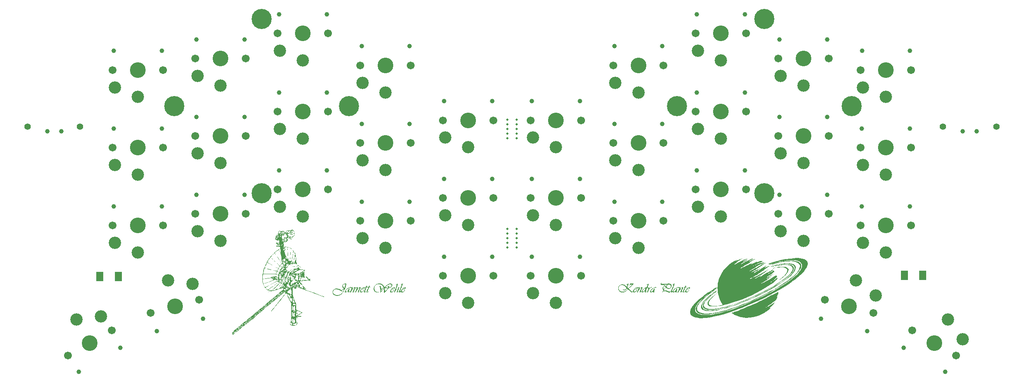
<source format=gts>
%TF.GenerationSoftware,KiCad,Pcbnew,8.0.8*%
%TF.CreationDate,2025-02-16T20:52:23-05:00*%
%TF.ProjectId,sweepv2.1,73776565-7076-4322-9e31-2e6b69636164,rev?*%
%TF.SameCoordinates,Original*%
%TF.FileFunction,Soldermask,Top*%
%TF.FilePolarity,Negative*%
%FSLAX46Y46*%
G04 Gerber Fmt 4.6, Leading zero omitted, Abs format (unit mm)*
G04 Created by KiCad (PCBNEW 8.0.8) date 2025-02-16 20:52:23*
%MOMM*%
%LPD*%
G01*
G04 APERTURE LIST*
%ADD10C,0.304800*%
%ADD11C,0.000000*%
%ADD12C,1.701800*%
%ADD13C,0.990600*%
%ADD14C,3.429000*%
%ADD15C,2.692400*%
%ADD16C,0.500000*%
%ADD17R,1.524000X2.032000*%
%ADD18C,4.400000*%
%ADD19C,1.397000*%
%ADD20C,1.000000*%
G04 APERTURE END LIST*
D10*
G36*
X155714655Y-85115828D02*
G01*
X155688318Y-85217670D01*
X155654639Y-85343444D01*
X155622604Y-85457771D01*
X155592213Y-85560653D01*
X155556537Y-85673159D01*
X155523429Y-85767781D01*
X155481394Y-85870207D01*
X155706218Y-86087090D01*
X155731033Y-86062772D01*
X155950399Y-85840925D01*
X156149912Y-85644886D01*
X156221397Y-85572924D01*
X156299194Y-85492894D01*
X156370960Y-85417091D01*
X156445591Y-85335636D01*
X156479952Y-85296978D01*
X156489878Y-85286060D01*
X156388885Y-85283697D01*
X156349425Y-85283578D01*
X156242197Y-85285711D01*
X156139878Y-85296907D01*
X156116163Y-85305416D01*
X156060738Y-85393404D01*
X156032288Y-85472173D01*
X156019881Y-85505921D01*
X155926080Y-85505921D01*
X155943947Y-85457780D01*
X155978699Y-85353776D01*
X156011488Y-85248909D01*
X156042315Y-85143178D01*
X156058592Y-85084065D01*
X156151897Y-85087539D01*
X156522634Y-85092999D01*
X156835800Y-85083569D01*
X156759370Y-85161488D01*
X156687780Y-85232688D01*
X156598027Y-85321867D01*
X156514788Y-85404470D01*
X156438063Y-85480498D01*
X156351317Y-85566284D01*
X156274749Y-85641796D01*
X156196302Y-85718846D01*
X156184653Y-85730250D01*
X156109835Y-85803144D01*
X156026434Y-85884665D01*
X155954276Y-85955524D01*
X155882529Y-86026480D01*
X155812055Y-86097203D01*
X155787612Y-86122328D01*
X155764782Y-86146150D01*
X156304758Y-86672726D01*
X156383245Y-86744176D01*
X156468443Y-86801733D01*
X156494841Y-86808216D01*
X156584703Y-86756492D01*
X156655147Y-86688111D01*
X156676984Y-86665282D01*
X156738525Y-86718386D01*
X156665034Y-86796187D01*
X156585998Y-86874572D01*
X156506256Y-86950283D01*
X156430043Y-87020471D01*
X156403026Y-87044952D01*
X156365803Y-87009715D01*
X156284698Y-86934281D01*
X156198464Y-86852775D01*
X156122684Y-86780215D01*
X156043341Y-86703439D01*
X155960436Y-86622446D01*
X155873968Y-86537236D01*
X155799616Y-86464062D01*
X155726871Y-86393088D01*
X155653634Y-86322655D01*
X155631277Y-86301493D01*
X155616884Y-86287596D01*
X155453601Y-86448894D01*
X155373588Y-86527093D01*
X155296335Y-86599149D01*
X155221844Y-86665064D01*
X155132611Y-86738821D01*
X155047692Y-86802982D01*
X154951483Y-86867307D01*
X154890795Y-86902514D01*
X154800472Y-86946029D01*
X154691655Y-86985418D01*
X154579133Y-87012553D01*
X154479737Y-87026058D01*
X154377619Y-87030560D01*
X154267353Y-87024470D01*
X154161379Y-87006202D01*
X154059697Y-86975755D01*
X153962308Y-86933129D01*
X153869211Y-86878325D01*
X153839132Y-86857350D01*
X153757087Y-86789791D01*
X153684658Y-86712182D01*
X153621845Y-86624523D01*
X153568648Y-86526814D01*
X153526524Y-86421660D01*
X153499539Y-86325681D01*
X153481768Y-86225997D01*
X153473212Y-86122608D01*
X153472365Y-86077164D01*
X153473666Y-86054335D01*
X153571129Y-86054335D01*
X153579103Y-86169015D01*
X153603025Y-86277065D01*
X153642893Y-86378485D01*
X153698710Y-86473275D01*
X153770474Y-86561434D01*
X153797939Y-86589347D01*
X153872097Y-86655534D01*
X153969572Y-86725857D01*
X154072353Y-86782391D01*
X154180442Y-86825137D01*
X154293837Y-86854093D01*
X154412540Y-86869261D01*
X154486309Y-86871743D01*
X154595058Y-86866305D01*
X154698963Y-86849989D01*
X154798023Y-86822797D01*
X154892237Y-86784727D01*
X154943899Y-86758090D01*
X155038674Y-86698369D01*
X155128718Y-86631263D01*
X155209965Y-86564119D01*
X155296859Y-86486774D01*
X155370440Y-86417551D01*
X155447634Y-86341799D01*
X155467497Y-86321841D01*
X155558320Y-86230025D01*
X155376674Y-86054335D01*
X155323938Y-86144885D01*
X155264743Y-86228501D01*
X155199087Y-86305183D01*
X155126972Y-86374930D01*
X155082864Y-86411672D01*
X154993002Y-86473988D01*
X154904071Y-86518500D01*
X154805136Y-86547294D01*
X154729001Y-86554110D01*
X154625012Y-86539963D01*
X154548843Y-86503984D01*
X154484508Y-86425144D01*
X154475887Y-86373953D01*
X154502864Y-86277711D01*
X154532962Y-86213647D01*
X154566968Y-86316809D01*
X154636062Y-86391836D01*
X154738114Y-86425181D01*
X154775157Y-86427057D01*
X154889221Y-86410830D01*
X154995049Y-86362150D01*
X155076949Y-86296792D01*
X155153129Y-86208898D01*
X155209956Y-86122355D01*
X155263122Y-86021389D01*
X155288332Y-85965497D01*
X155204900Y-85885127D01*
X155125328Y-85811271D01*
X155049619Y-85743929D01*
X154960413Y-85668912D01*
X154877242Y-85604073D01*
X154785401Y-85539701D01*
X154729001Y-85504929D01*
X154632706Y-85455809D01*
X154534464Y-85418755D01*
X154434275Y-85393764D01*
X154332138Y-85380838D01*
X154272900Y-85378868D01*
X154156218Y-85386755D01*
X154047005Y-85410414D01*
X153945259Y-85449847D01*
X153850981Y-85505053D01*
X153764171Y-85576032D01*
X153736894Y-85603196D01*
X153672304Y-85684156D01*
X153623578Y-85775043D01*
X153590717Y-85875856D01*
X153573719Y-85986597D01*
X153571129Y-86054335D01*
X153473666Y-86054335D01*
X153478606Y-85967692D01*
X153497326Y-85864472D01*
X153528526Y-85767504D01*
X153572207Y-85676789D01*
X153628368Y-85592325D01*
X153697010Y-85514114D01*
X153727961Y-85484580D01*
X153811203Y-85417524D01*
X153901182Y-85361833D01*
X153997897Y-85317508D01*
X154101350Y-85284548D01*
X154211540Y-85262953D01*
X154328466Y-85252724D01*
X154377123Y-85251815D01*
X154488359Y-85257705D01*
X154597553Y-85275374D01*
X154704704Y-85304822D01*
X154809813Y-85346050D01*
X154868958Y-85374898D01*
X154957995Y-85425718D01*
X155048673Y-85486240D01*
X155140991Y-85556463D01*
X155219175Y-85622392D01*
X155298499Y-85695059D01*
X155362778Y-85758043D01*
X155368733Y-85739183D01*
X155401478Y-85634902D01*
X155431652Y-85528147D01*
X155455552Y-85425801D01*
X155469549Y-85327355D01*
X155469979Y-85319312D01*
X155439704Y-85283578D01*
X155339661Y-85305997D01*
X155319103Y-85312860D01*
X155280392Y-85326260D01*
X155247139Y-85251815D01*
X155276918Y-85238415D01*
X155373365Y-85194446D01*
X155464262Y-85149022D01*
X155480897Y-85140147D01*
X155685870Y-85028479D01*
X155743937Y-85000687D01*
X155714655Y-85115828D01*
G37*
G36*
X157503326Y-86367004D02*
G01*
X157538671Y-86459916D01*
X157539556Y-86471228D01*
X157516978Y-86569341D01*
X157464917Y-86655984D01*
X157393263Y-86737811D01*
X157348480Y-86780424D01*
X157264353Y-86852484D01*
X157184128Y-86912331D01*
X157093009Y-86968026D01*
X156993803Y-87010773D01*
X156889789Y-87030315D01*
X156877490Y-87030560D01*
X156775485Y-87007512D01*
X156712497Y-86929798D01*
X156698325Y-86835513D01*
X156706421Y-86731321D01*
X156730709Y-86624709D01*
X156765243Y-86529439D01*
X156812174Y-86432317D01*
X156827860Y-86404227D01*
X156888192Y-86309449D01*
X156955411Y-86222271D01*
X157029517Y-86142692D01*
X157110511Y-86070712D01*
X157159885Y-86032994D01*
X157250738Y-85972612D01*
X157337926Y-85924722D01*
X157435014Y-85884641D01*
X157539866Y-85859655D01*
X157602090Y-85855318D01*
X157700452Y-85882071D01*
X157728150Y-85950111D01*
X157696883Y-86045866D01*
X157672565Y-86082624D01*
X157606608Y-86158434D01*
X157536082Y-86218114D01*
X157450098Y-86269853D01*
X157358373Y-86312072D01*
X157344013Y-86317871D01*
X157246478Y-86350644D01*
X157163359Y-86363530D01*
X157076117Y-86309342D01*
X157048714Y-86248885D01*
X157149040Y-86267314D01*
X157165841Y-86268240D01*
X157271756Y-86255790D01*
X157370135Y-86218440D01*
X157412999Y-86192803D01*
X157490013Y-86124840D01*
X157525659Y-86032994D01*
X157455185Y-85982371D01*
X157352449Y-86003131D01*
X157257221Y-86058034D01*
X157179783Y-86126664D01*
X157150456Y-86158062D01*
X157083658Y-86240969D01*
X157024713Y-86332116D01*
X156978375Y-86421193D01*
X156964343Y-86452368D01*
X156926131Y-86553742D01*
X156900445Y-86656520D01*
X156891883Y-86750149D01*
X156921297Y-86845026D01*
X156996106Y-86871743D01*
X157099614Y-86849955D01*
X157190780Y-86797484D01*
X157259146Y-86739727D01*
X157334443Y-86656870D01*
X157397023Y-86568784D01*
X157448423Y-86480564D01*
X157496687Y-86381942D01*
X157503326Y-86367004D01*
G37*
G36*
X158496425Y-86792335D02*
G01*
X158535137Y-86856358D01*
X158439382Y-86916069D01*
X158348318Y-86960428D01*
X158250463Y-86997426D01*
X158145816Y-87027061D01*
X158098888Y-87037508D01*
X158118383Y-86934663D01*
X158145932Y-86837416D01*
X158183755Y-86729677D01*
X158221412Y-86635930D01*
X158265645Y-86535468D01*
X158316454Y-86428290D01*
X158373839Y-86314396D01*
X158464662Y-86142180D01*
X158506072Y-86050426D01*
X158508833Y-86035971D01*
X158493944Y-86014134D01*
X158404078Y-86059173D01*
X158338105Y-86109424D01*
X158257484Y-86178348D01*
X158185210Y-86247520D01*
X158113906Y-86322896D01*
X158106829Y-86330774D01*
X158034809Y-86415558D01*
X157966400Y-86505818D01*
X157901603Y-86601554D01*
X157840415Y-86702768D01*
X157782839Y-86809458D01*
X157739378Y-86898754D01*
X157708298Y-86968026D01*
X157607465Y-86999714D01*
X157506941Y-87039286D01*
X157478015Y-87051404D01*
X157523641Y-86957432D01*
X157568396Y-86862247D01*
X157612278Y-86765851D01*
X157655287Y-86668244D01*
X157697424Y-86569425D01*
X157738689Y-86469394D01*
X157754951Y-86429042D01*
X157792411Y-86334297D01*
X157828982Y-86237843D01*
X157863522Y-86138498D01*
X157884982Y-86048379D01*
X157860663Y-86014134D01*
X157775299Y-86040438D01*
X157742543Y-86051853D01*
X157727654Y-85975423D01*
X157828621Y-85945303D01*
X157923073Y-85914005D01*
X158021546Y-85877386D01*
X158092436Y-85847873D01*
X158130155Y-85830503D01*
X158135614Y-85878644D01*
X158117633Y-85984525D01*
X158083648Y-86090882D01*
X158040493Y-86203178D01*
X157994641Y-86311659D01*
X157951486Y-86408197D01*
X157917738Y-86442939D01*
X157929649Y-86406212D01*
X158000634Y-86329111D01*
X158069970Y-86257244D01*
X158150999Y-86177914D01*
X158229655Y-86106120D01*
X158305938Y-86041865D01*
X158355476Y-86003215D01*
X158437324Y-85945587D01*
X158531042Y-85892292D01*
X158627993Y-85858928D01*
X158665664Y-85855318D01*
X158747975Y-85914676D01*
X158750035Y-85938696D01*
X158719565Y-86044397D01*
X158677916Y-86138768D01*
X158628154Y-86240525D01*
X158576770Y-86340037D01*
X158565411Y-86361545D01*
X158514463Y-86457789D01*
X158460330Y-86562281D01*
X158409381Y-86664480D01*
X158365226Y-86761391D01*
X158348031Y-86816654D01*
X158369868Y-86839980D01*
X158468130Y-86809446D01*
X158476573Y-86805239D01*
X158496425Y-86792335D01*
G37*
G36*
X160125287Y-85073147D02*
G01*
X160106376Y-85182599D01*
X160074869Y-85292111D01*
X160041427Y-85390775D01*
X159999574Y-85503606D01*
X159991781Y-85523788D01*
X159888551Y-85788317D01*
X159853810Y-85876162D01*
X159922433Y-85949445D01*
X159941159Y-86041927D01*
X159840631Y-86017445D01*
X159800209Y-86013141D01*
X159794750Y-86027038D01*
X159614592Y-86470731D01*
X159572257Y-86576397D01*
X159533937Y-86676034D01*
X159499875Y-86774208D01*
X159490021Y-86818142D01*
X159511858Y-86839980D01*
X159607491Y-86812774D01*
X159632956Y-86801765D01*
X159659259Y-86789853D01*
X159703430Y-86845935D01*
X159611770Y-86901149D01*
X159517979Y-86946407D01*
X159411506Y-86988816D01*
X159310150Y-87022898D01*
X159237403Y-87044456D01*
X159254774Y-86971996D01*
X159284693Y-86871957D01*
X159318868Y-86772092D01*
X159354623Y-86676262D01*
X159395841Y-86572548D01*
X159402175Y-86557088D01*
X159441727Y-86461699D01*
X159460739Y-86415146D01*
X159617570Y-86012645D01*
X159621044Y-86004208D01*
X159522195Y-86015235D01*
X159419444Y-86044718D01*
X159326738Y-86082624D01*
X159233521Y-86130144D01*
X159147057Y-86185044D01*
X159067345Y-86247325D01*
X159025979Y-86285115D01*
X158956635Y-86359385D01*
X158888936Y-86449278D01*
X158838162Y-86540008D01*
X158800317Y-86646918D01*
X158785508Y-86754969D01*
X158785273Y-86770498D01*
X158821680Y-86863734D01*
X158855747Y-86871743D01*
X158952725Y-86839947D01*
X159036359Y-86779216D01*
X159059231Y-86759083D01*
X159134326Y-86683416D01*
X159203895Y-86597862D01*
X159261784Y-86512410D01*
X159280085Y-86482146D01*
X159329804Y-86388402D01*
X159371229Y-86294857D01*
X159410049Y-86191696D01*
X159441879Y-86093542D01*
X159476392Y-86187500D01*
X159484561Y-86246899D01*
X159467770Y-86349494D01*
X159427332Y-86445389D01*
X159382820Y-86520362D01*
X159320251Y-86606080D01*
X159247004Y-86690149D01*
X159172931Y-86763493D01*
X159111839Y-86817646D01*
X159020370Y-86890003D01*
X158936544Y-86947390D01*
X158848405Y-86995420D01*
X158750369Y-87027233D01*
X158712316Y-87030560D01*
X158617053Y-86989239D01*
X158590345Y-86893158D01*
X158590226Y-86884151D01*
X158602758Y-86782772D01*
X158636573Y-86679596D01*
X158666160Y-86615155D01*
X158718466Y-86521953D01*
X158780465Y-86431562D01*
X158844552Y-86352614D01*
X158867659Y-86326804D01*
X158957156Y-86236624D01*
X159049956Y-86155921D01*
X159146061Y-86084694D01*
X159245468Y-86022943D01*
X159348179Y-85970669D01*
X159454194Y-85927871D01*
X159563512Y-85894549D01*
X159676134Y-85870703D01*
X159710379Y-85781865D01*
X159811128Y-85513862D01*
X159844256Y-85418572D01*
X159856291Y-85360009D01*
X159812120Y-85315342D01*
X159722290Y-85335690D01*
X159693504Y-85263726D01*
X159731223Y-85249334D01*
X159827433Y-85211386D01*
X159930524Y-85167611D01*
X160026295Y-85123401D01*
X160125287Y-85073147D01*
G37*
G36*
X160751123Y-85861770D02*
G01*
X160688589Y-86033490D01*
X160590181Y-86014210D01*
X160585358Y-86014134D01*
X160486466Y-86037592D01*
X160393319Y-86098817D01*
X160318158Y-86172710D01*
X160251843Y-86254344D01*
X160195971Y-86336708D01*
X160145728Y-86424116D01*
X160104938Y-86507954D01*
X160063470Y-86608077D01*
X160025968Y-86708625D01*
X159989999Y-86811515D01*
X159956824Y-86910783D01*
X159951085Y-86928321D01*
X159933218Y-86983907D01*
X159830483Y-87009467D01*
X159734891Y-87038752D01*
X159720801Y-87043463D01*
X159748097Y-86971003D01*
X159870684Y-86647911D01*
X159911396Y-86538019D01*
X159946680Y-86440116D01*
X159983151Y-86334596D01*
X160015721Y-86232699D01*
X160041675Y-86130431D01*
X160044389Y-86104461D01*
X160022552Y-86077661D01*
X159926514Y-86118648D01*
X159921307Y-86121335D01*
X159890040Y-86048875D01*
X159979356Y-86003902D01*
X160077360Y-85949247D01*
X160171021Y-85891117D01*
X160260340Y-85829514D01*
X160271199Y-85821569D01*
X160283110Y-85894029D01*
X160269022Y-85998060D01*
X160239011Y-86098929D01*
X160202998Y-86192676D01*
X160197747Y-86205210D01*
X160193280Y-86200247D01*
X160272742Y-86119404D01*
X160346358Y-86049340D01*
X160430155Y-85976919D01*
X160518652Y-85912244D01*
X160616183Y-85863739D01*
X160665263Y-85855318D01*
X160751123Y-85861770D01*
G37*
G36*
X161417656Y-86783401D02*
G01*
X161459345Y-86843454D01*
X161371406Y-86900218D01*
X161282501Y-86944493D01*
X161182434Y-86983733D01*
X161071205Y-87017938D01*
X161020118Y-87031056D01*
X161037815Y-86925508D01*
X161069872Y-86824470D01*
X161110090Y-86724673D01*
X161152588Y-86632205D01*
X161203253Y-86531280D01*
X161138934Y-86611239D01*
X161072904Y-86685475D01*
X160993709Y-86764850D01*
X160912186Y-86836436D01*
X160840457Y-86891595D01*
X160748486Y-86952392D01*
X160656513Y-87000025D01*
X160560628Y-87028388D01*
X160530269Y-87030560D01*
X160438369Y-86986904D01*
X160416616Y-86892588D01*
X160428558Y-86784177D01*
X160458600Y-86686111D01*
X160506929Y-86585053D01*
X160562908Y-86496051D01*
X160607692Y-86435494D01*
X160682747Y-86346846D01*
X160764608Y-86264410D01*
X160853274Y-86188185D01*
X160948744Y-86118171D01*
X161033500Y-86064572D01*
X161086623Y-86034482D01*
X161187994Y-85982868D01*
X161289243Y-85940001D01*
X161390372Y-85905883D01*
X161491380Y-85880513D01*
X161592266Y-85863891D01*
X161693031Y-85856017D01*
X161733303Y-85855318D01*
X161793852Y-85903459D01*
X161756614Y-86001385D01*
X161745215Y-86022571D01*
X161644838Y-86016243D01*
X161552153Y-86014134D01*
X161449256Y-86019035D01*
X161350003Y-86033738D01*
X161231063Y-86065901D01*
X161117818Y-86113379D01*
X161031322Y-86162389D01*
X160948470Y-86221200D01*
X160869264Y-86289814D01*
X160831027Y-86327797D01*
X160755634Y-86413554D01*
X160695839Y-86498858D01*
X160645794Y-86597805D01*
X160616980Y-86696136D01*
X160609180Y-86779927D01*
X160656526Y-86869501D01*
X160675685Y-86871743D01*
X160773868Y-86831501D01*
X160859317Y-86764617D01*
X160867257Y-86757594D01*
X160944979Y-86682160D01*
X161017466Y-86599165D01*
X161078229Y-86518005D01*
X161097541Y-86489591D01*
X161155122Y-86395312D01*
X161204533Y-86297470D01*
X161245774Y-86196066D01*
X161278846Y-86091100D01*
X161294077Y-86029519D01*
X161364305Y-86104703D01*
X161380929Y-86186847D01*
X161364388Y-86292536D01*
X161320165Y-86391993D01*
X161263306Y-86475198D01*
X161365110Y-86447746D01*
X161425100Y-86428050D01*
X161397307Y-86485620D01*
X161352780Y-86584900D01*
X161312475Y-86679291D01*
X161276648Y-86774093D01*
X161266284Y-86819135D01*
X161287128Y-86839980D01*
X161382975Y-86802024D01*
X161417656Y-86783401D01*
G37*
G36*
X162895641Y-84895967D02*
G01*
X162889189Y-84934678D01*
X162871951Y-85034885D01*
X162871323Y-85049820D01*
X162924923Y-85132206D01*
X163028991Y-85153105D01*
X163126422Y-85156525D01*
X163237356Y-85155076D01*
X163349000Y-85151529D01*
X163453713Y-85146946D01*
X163569040Y-85140885D01*
X163668944Y-85134972D01*
X163775641Y-85128113D01*
X163803377Y-85126251D01*
X163925172Y-85118457D01*
X164037445Y-85111703D01*
X164140195Y-85105988D01*
X164255241Y-85100305D01*
X164355407Y-85096246D01*
X164455967Y-85093518D01*
X164511103Y-85092999D01*
X164619665Y-85096667D01*
X164747804Y-85112971D01*
X164856959Y-85142319D01*
X164947131Y-85184710D01*
X165033150Y-85256041D01*
X165089507Y-85347753D01*
X165116203Y-85459845D01*
X165118576Y-85510388D01*
X165110050Y-85616827D01*
X165084472Y-85720748D01*
X165041843Y-85822152D01*
X164982163Y-85921039D01*
X164940403Y-85976415D01*
X164871643Y-86051335D01*
X164782030Y-86124478D01*
X164684670Y-86179335D01*
X164579562Y-86215906D01*
X164466708Y-86234191D01*
X164407376Y-86236477D01*
X164301585Y-86228560D01*
X164197816Y-86201864D01*
X164127958Y-86169476D01*
X164044453Y-86110757D01*
X163963959Y-86036001D01*
X163896423Y-85961541D01*
X163870377Y-85930259D01*
X163861444Y-85918348D01*
X163355217Y-86659822D01*
X163443652Y-86608721D01*
X163539782Y-86574344D01*
X163643607Y-86556691D01*
X163704613Y-86554110D01*
X163814850Y-86564121D01*
X163914052Y-86585749D01*
X164025033Y-86619490D01*
X164129536Y-86658050D01*
X164185033Y-86680667D01*
X164450058Y-86793327D01*
X164544355Y-86828317D01*
X164601926Y-86839980D01*
X164691766Y-86787531D01*
X164759810Y-86703839D01*
X164780098Y-86674215D01*
X164849580Y-86717890D01*
X164825261Y-86755608D01*
X164733446Y-86884647D01*
X164644608Y-87021130D01*
X164617807Y-87059345D01*
X164512854Y-87028093D01*
X164417038Y-86992577D01*
X164324354Y-86953493D01*
X164275359Y-86931299D01*
X164176970Y-86886836D01*
X164073164Y-86842062D01*
X163969010Y-86800257D01*
X163870302Y-86765164D01*
X163851022Y-86759083D01*
X163749043Y-86732804D01*
X163649880Y-86717434D01*
X163562174Y-86712927D01*
X163459626Y-86722209D01*
X163362393Y-86753215D01*
X163316009Y-86778935D01*
X163238609Y-86843772D01*
X163171870Y-86921794D01*
X163110064Y-87010661D01*
X163103095Y-87021626D01*
X163034606Y-86974974D01*
X163324446Y-86542695D01*
X163267437Y-86460840D01*
X163215834Y-86359786D01*
X163180286Y-86252747D01*
X163160791Y-86139723D01*
X163156696Y-86055327D01*
X163164961Y-85951600D01*
X163274816Y-85951600D01*
X163288556Y-86061850D01*
X163323840Y-86162157D01*
X163372525Y-86251707D01*
X163437834Y-86342920D01*
X163448521Y-86356086D01*
X163798414Y-85835466D01*
X163738892Y-85753987D01*
X163667390Y-85681612D01*
X163577531Y-85636822D01*
X163540833Y-85632975D01*
X163442215Y-85652713D01*
X163360391Y-85711927D01*
X163350750Y-85722805D01*
X163298842Y-85810567D01*
X163276670Y-85909242D01*
X163274816Y-85951600D01*
X163164961Y-85951600D01*
X163165660Y-85942822D01*
X163192554Y-85837575D01*
X163237376Y-85739586D01*
X163300127Y-85648856D01*
X163375255Y-85572426D01*
X163467337Y-85512544D01*
X163567428Y-85480300D01*
X163638605Y-85474158D01*
X163738728Y-85490637D01*
X163830030Y-85540073D01*
X163904660Y-85612744D01*
X163924719Y-85638720D01*
X163965171Y-85566966D01*
X164007822Y-85472902D01*
X164014801Y-85428002D01*
X163983534Y-85362490D01*
X164040113Y-85359512D01*
X164115550Y-85356535D01*
X164195951Y-85348098D01*
X164254018Y-85339164D01*
X164194709Y-85422748D01*
X164136898Y-85510814D01*
X164110091Y-85553070D01*
X164054618Y-85638315D01*
X164011823Y-85700472D01*
X163995942Y-85723798D01*
X164003883Y-85734220D01*
X164084283Y-85843406D01*
X164147833Y-85920042D01*
X164227676Y-85994860D01*
X164311427Y-86050973D01*
X164414076Y-86092798D01*
X164522045Y-86109164D01*
X164537903Y-86109424D01*
X164642264Y-86090716D01*
X164731133Y-86041241D01*
X164806226Y-85970275D01*
X164822284Y-85951104D01*
X164884181Y-85858790D01*
X164925821Y-85759960D01*
X164947203Y-85654613D01*
X164950329Y-85593270D01*
X164934748Y-85488024D01*
X164877185Y-85392757D01*
X164794085Y-85334690D01*
X164679823Y-85298398D01*
X164560801Y-85284788D01*
X164507132Y-85283578D01*
X164403720Y-85285811D01*
X164289411Y-85291278D01*
X164176055Y-85298339D01*
X164073522Y-85305629D01*
X163960458Y-85314376D01*
X163836864Y-85324581D01*
X163771117Y-85330231D01*
X163366631Y-85366461D01*
X163262804Y-85374022D01*
X163156045Y-85378093D01*
X163083243Y-85378868D01*
X162972431Y-85374973D01*
X162864749Y-85360984D01*
X162767782Y-85333084D01*
X162703076Y-85297475D01*
X162817722Y-84876115D01*
X162895641Y-84895967D01*
G37*
G36*
X165754834Y-85069176D02*
G01*
X165743933Y-85172338D01*
X165717238Y-85284994D01*
X165682756Y-85395962D01*
X165647162Y-85495920D01*
X165604449Y-85605820D01*
X165554617Y-85725661D01*
X165527032Y-85789310D01*
X165479707Y-85898405D01*
X165435379Y-86001610D01*
X165394048Y-86098926D01*
X165337672Y-86233857D01*
X165288039Y-86355535D01*
X165245150Y-86463962D01*
X165209005Y-86559137D01*
X165171302Y-86665423D01*
X165141032Y-86765151D01*
X165129494Y-86828069D01*
X165163243Y-86871743D01*
X165251646Y-86821772D01*
X165297244Y-86783898D01*
X165327519Y-86759083D01*
X165372186Y-86820128D01*
X165286678Y-86891642D01*
X165198475Y-86956374D01*
X165103357Y-87010010D01*
X165021797Y-87030560D01*
X164936069Y-86978603D01*
X164922040Y-86897551D01*
X164934799Y-86794127D01*
X164963379Y-86689090D01*
X164980108Y-86639474D01*
X165019439Y-86534630D01*
X165062129Y-86426522D01*
X165106341Y-86317132D01*
X165147363Y-86216988D01*
X165193411Y-86105614D01*
X165244483Y-85983013D01*
X165258036Y-85950608D01*
X165390549Y-85632478D01*
X165431028Y-85534786D01*
X165467669Y-85442027D01*
X165502217Y-85342421D01*
X165509661Y-85305416D01*
X165482365Y-85283578D01*
X165412882Y-85299460D01*
X165376652Y-85310379D01*
X165353326Y-85240896D01*
X165388067Y-85226504D01*
X165488060Y-85187084D01*
X165588786Y-85145465D01*
X165684825Y-85103018D01*
X165754834Y-85069176D01*
G37*
G36*
X166323099Y-86783401D02*
G01*
X166364789Y-86843454D01*
X166276850Y-86900218D01*
X166187945Y-86944493D01*
X166087878Y-86983733D01*
X165976648Y-87017938D01*
X165925562Y-87031056D01*
X165943259Y-86925508D01*
X165975316Y-86824470D01*
X166015534Y-86724673D01*
X166058032Y-86632205D01*
X166108697Y-86531280D01*
X166044378Y-86611239D01*
X165978348Y-86685475D01*
X165899153Y-86764850D01*
X165817630Y-86836436D01*
X165745901Y-86891595D01*
X165653930Y-86952392D01*
X165561957Y-87000025D01*
X165466072Y-87028388D01*
X165435712Y-87030560D01*
X165343813Y-86986904D01*
X165322059Y-86892588D01*
X165334001Y-86784177D01*
X165364044Y-86686111D01*
X165412373Y-86585053D01*
X165468352Y-86496051D01*
X165513135Y-86435494D01*
X165588191Y-86346846D01*
X165670052Y-86264410D01*
X165758717Y-86188185D01*
X165854187Y-86118171D01*
X165938944Y-86064572D01*
X165992066Y-86034482D01*
X166093437Y-85982868D01*
X166194687Y-85940001D01*
X166295816Y-85905883D01*
X166396823Y-85880513D01*
X166497710Y-85863891D01*
X166598475Y-85856017D01*
X166638747Y-85855318D01*
X166699296Y-85903459D01*
X166662058Y-86001385D01*
X166650658Y-86022571D01*
X166550281Y-86016243D01*
X166457597Y-86014134D01*
X166354700Y-86019035D01*
X166255447Y-86033738D01*
X166136507Y-86065901D01*
X166023261Y-86113379D01*
X165936765Y-86162389D01*
X165853914Y-86221200D01*
X165774707Y-86289814D01*
X165736471Y-86327797D01*
X165661078Y-86413554D01*
X165601283Y-86498858D01*
X165551238Y-86597805D01*
X165522423Y-86696136D01*
X165514624Y-86779927D01*
X165561970Y-86869501D01*
X165581129Y-86871743D01*
X165679312Y-86831501D01*
X165764761Y-86764617D01*
X165772701Y-86757594D01*
X165850423Y-86682160D01*
X165922910Y-86599165D01*
X165983673Y-86518005D01*
X166002985Y-86489591D01*
X166060565Y-86395312D01*
X166109977Y-86297470D01*
X166151218Y-86196066D01*
X166184290Y-86091100D01*
X166199520Y-86029519D01*
X166269749Y-86104703D01*
X166286373Y-86186847D01*
X166269832Y-86292536D01*
X166225609Y-86391993D01*
X166168750Y-86475198D01*
X166270553Y-86447746D01*
X166330544Y-86428050D01*
X166302751Y-86485620D01*
X166258223Y-86584900D01*
X166217918Y-86679291D01*
X166182091Y-86774093D01*
X166171727Y-86819135D01*
X166192572Y-86839980D01*
X166288418Y-86802024D01*
X166323099Y-86783401D01*
G37*
G36*
X167396103Y-86792335D02*
G01*
X167434815Y-86856358D01*
X167339059Y-86916069D01*
X167247996Y-86960428D01*
X167150141Y-86997426D01*
X167045494Y-87027061D01*
X166998566Y-87037508D01*
X167018061Y-86934663D01*
X167045610Y-86837416D01*
X167083433Y-86729677D01*
X167121090Y-86635930D01*
X167165323Y-86535468D01*
X167216132Y-86428290D01*
X167273517Y-86314396D01*
X167364340Y-86142180D01*
X167405750Y-86050426D01*
X167408511Y-86035971D01*
X167393622Y-86014134D01*
X167303756Y-86059173D01*
X167237783Y-86109424D01*
X167157162Y-86178348D01*
X167084888Y-86247520D01*
X167013584Y-86322896D01*
X167006506Y-86330774D01*
X166934487Y-86415558D01*
X166866078Y-86505818D01*
X166801280Y-86601554D01*
X166740093Y-86702768D01*
X166682517Y-86809458D01*
X166639056Y-86898754D01*
X166607976Y-86968026D01*
X166507143Y-86999714D01*
X166406618Y-87039286D01*
X166377692Y-87051404D01*
X166423319Y-86957432D01*
X166468074Y-86862247D01*
X166511956Y-86765851D01*
X166554965Y-86668244D01*
X166597102Y-86569425D01*
X166638367Y-86469394D01*
X166654629Y-86429042D01*
X166692089Y-86334297D01*
X166728660Y-86237843D01*
X166763199Y-86138498D01*
X166784660Y-86048379D01*
X166760341Y-86014134D01*
X166674977Y-86040438D01*
X166642221Y-86051853D01*
X166627332Y-85975423D01*
X166728298Y-85945303D01*
X166822751Y-85914005D01*
X166921223Y-85877386D01*
X166992114Y-85847873D01*
X167029833Y-85830503D01*
X167035292Y-85878644D01*
X167017311Y-85984525D01*
X166983326Y-86090882D01*
X166940171Y-86203178D01*
X166894319Y-86311659D01*
X166851164Y-86408197D01*
X166817416Y-86442939D01*
X166829327Y-86406212D01*
X166900311Y-86329111D01*
X166969648Y-86257244D01*
X167050677Y-86177914D01*
X167129333Y-86106120D01*
X167205616Y-86041865D01*
X167255153Y-86003215D01*
X167337002Y-85945587D01*
X167430720Y-85892292D01*
X167527671Y-85858928D01*
X167565342Y-85855318D01*
X167647653Y-85914676D01*
X167649713Y-85938696D01*
X167619243Y-86044397D01*
X167577594Y-86138768D01*
X167527832Y-86240525D01*
X167476448Y-86340037D01*
X167465089Y-86361545D01*
X167414140Y-86457789D01*
X167360008Y-86562281D01*
X167309059Y-86664480D01*
X167264904Y-86761391D01*
X167247709Y-86816654D01*
X167269546Y-86839980D01*
X167367808Y-86809446D01*
X167376251Y-86805239D01*
X167396103Y-86792335D01*
G37*
G36*
X168360913Y-85823554D02*
G01*
X168324187Y-85887081D01*
X168128644Y-85887081D01*
X168121696Y-85902466D01*
X168081051Y-85996647D01*
X168042386Y-86089021D01*
X167999343Y-86192851D01*
X167978265Y-86243922D01*
X167937017Y-86343004D01*
X167894221Y-86444445D01*
X167854470Y-86537951D01*
X167843767Y-86563044D01*
X167804704Y-86657146D01*
X167768577Y-86753499D01*
X167743612Y-86852495D01*
X167743514Y-86856358D01*
X167789174Y-86903506D01*
X167887808Y-86864562D01*
X167969884Y-86802420D01*
X167995139Y-86780424D01*
X168033850Y-86845935D01*
X167953970Y-86907474D01*
X167862449Y-86962572D01*
X167828382Y-86979440D01*
X167733268Y-87016132D01*
X167645246Y-87030560D01*
X167547729Y-86998525D01*
X167524645Y-86929314D01*
X167547349Y-86831645D01*
X167580710Y-86738046D01*
X167622063Y-86633602D01*
X167643261Y-86582399D01*
X167788677Y-86239455D01*
X167830361Y-86139006D01*
X167870038Y-86043119D01*
X167909995Y-85945933D01*
X167929131Y-85898496D01*
X167934094Y-85887081D01*
X167746988Y-85887081D01*
X167785700Y-85823554D01*
X167812500Y-85823554D01*
X167912073Y-85814030D01*
X167963872Y-85789806D01*
X168020911Y-85700389D01*
X168065129Y-85603518D01*
X168074051Y-85582352D01*
X168114251Y-85569448D01*
X168216720Y-85565460D01*
X168270586Y-85561011D01*
X168232042Y-85656583D01*
X168206563Y-85715857D01*
X168164874Y-85814621D01*
X168160904Y-85823554D01*
X168360913Y-85823554D01*
G37*
G36*
X168896422Y-86367004D02*
G01*
X168931768Y-86459916D01*
X168932652Y-86471228D01*
X168910074Y-86569341D01*
X168858013Y-86655984D01*
X168786360Y-86737811D01*
X168741576Y-86780424D01*
X168657450Y-86852484D01*
X168577225Y-86912331D01*
X168486105Y-86968026D01*
X168386900Y-87010773D01*
X168282886Y-87030315D01*
X168270586Y-87030560D01*
X168168581Y-87007512D01*
X168105594Y-86929798D01*
X168091421Y-86835513D01*
X168099517Y-86731321D01*
X168123805Y-86624709D01*
X168158339Y-86529439D01*
X168205270Y-86432317D01*
X168220956Y-86404227D01*
X168281288Y-86309449D01*
X168348507Y-86222271D01*
X168422614Y-86142692D01*
X168503608Y-86070712D01*
X168552982Y-86032994D01*
X168643834Y-85972612D01*
X168731022Y-85924722D01*
X168828111Y-85884641D01*
X168932962Y-85859655D01*
X168995186Y-85855318D01*
X169093548Y-85882071D01*
X169121247Y-85950111D01*
X169089980Y-86045866D01*
X169065661Y-86082624D01*
X168999705Y-86158434D01*
X168929178Y-86218114D01*
X168843194Y-86269853D01*
X168751469Y-86312072D01*
X168737110Y-86317871D01*
X168639575Y-86350644D01*
X168556456Y-86363530D01*
X168469213Y-86309342D01*
X168441810Y-86248885D01*
X168542137Y-86267314D01*
X168558937Y-86268240D01*
X168664852Y-86255790D01*
X168763231Y-86218440D01*
X168806096Y-86192803D01*
X168883109Y-86124840D01*
X168918756Y-86032994D01*
X168848281Y-85982371D01*
X168745546Y-86003131D01*
X168650318Y-86058034D01*
X168572879Y-86126664D01*
X168543552Y-86158062D01*
X168476755Y-86240969D01*
X168417809Y-86332116D01*
X168371472Y-86421193D01*
X168357439Y-86452368D01*
X168319228Y-86553742D01*
X168293541Y-86656520D01*
X168284979Y-86750149D01*
X168314394Y-86845026D01*
X168389202Y-86871743D01*
X168492710Y-86849955D01*
X168583877Y-86797484D01*
X168652242Y-86739727D01*
X168727539Y-86656870D01*
X168790120Y-86568784D01*
X168841519Y-86480564D01*
X168889783Y-86381942D01*
X168896422Y-86367004D01*
G37*
G36*
X94173912Y-85085058D02*
G01*
X94161505Y-85156029D01*
X94137380Y-85279856D01*
X94112402Y-85398720D01*
X94086571Y-85512621D01*
X94059887Y-85621560D01*
X94032350Y-85725535D01*
X94003960Y-85824547D01*
X93967273Y-85941333D01*
X93944621Y-86007682D01*
X93904720Y-86115274D01*
X93861015Y-86221848D01*
X93813506Y-86327404D01*
X93762191Y-86431942D01*
X93707072Y-86535463D01*
X93648149Y-86637966D01*
X93623514Y-86678682D01*
X93540631Y-86809758D01*
X93456757Y-86932377D01*
X93371889Y-87046540D01*
X93286029Y-87152246D01*
X93199176Y-87249496D01*
X93111331Y-87338290D01*
X93022493Y-87418627D01*
X92932662Y-87490507D01*
X92841839Y-87553931D01*
X92750023Y-87608898D01*
X92657215Y-87655409D01*
X92563414Y-87693463D01*
X92468620Y-87723061D01*
X92324569Y-87751602D01*
X92178284Y-87761115D01*
X92065717Y-87755873D01*
X91954328Y-87740147D01*
X91844118Y-87713936D01*
X91748651Y-87682401D01*
X91735087Y-87677240D01*
X91631546Y-87631984D01*
X91537311Y-87579593D01*
X91452381Y-87520068D01*
X91376757Y-87453408D01*
X91304062Y-87369390D01*
X91246408Y-87277764D01*
X91203794Y-87178531D01*
X91176220Y-87071690D01*
X91163687Y-86957243D01*
X91162851Y-86917403D01*
X91171732Y-86801635D01*
X91198375Y-86693299D01*
X91242781Y-86592397D01*
X91304948Y-86498928D01*
X91384878Y-86412891D01*
X91415469Y-86385864D01*
X91497429Y-86324527D01*
X91585423Y-86273585D01*
X91679451Y-86233040D01*
X91779513Y-86202892D01*
X91885610Y-86183139D01*
X91997741Y-86173782D01*
X92044283Y-86172951D01*
X92156452Y-86177116D01*
X92270741Y-86189614D01*
X92387151Y-86210442D01*
X92505680Y-86239602D01*
X92626329Y-86277094D01*
X92749098Y-86322917D01*
X92873988Y-86377072D01*
X93000997Y-86439558D01*
X93130126Y-86510375D01*
X93217389Y-86562215D01*
X93305595Y-86617758D01*
X93350052Y-86646918D01*
X93166420Y-86767520D01*
X93075462Y-86709493D01*
X92981257Y-86654834D01*
X92883805Y-86603544D01*
X92783105Y-86555622D01*
X92679158Y-86511069D01*
X92571963Y-86469884D01*
X92528176Y-86454353D01*
X92420350Y-86419038D01*
X92317103Y-86389708D01*
X92218436Y-86366364D01*
X92106082Y-86346252D01*
X92000324Y-86334760D01*
X91917229Y-86331767D01*
X91815024Y-86336932D01*
X91704650Y-86356012D01*
X91603823Y-86389152D01*
X91512543Y-86436351D01*
X91453188Y-86478672D01*
X91373717Y-86557057D01*
X91316953Y-86645305D01*
X91282894Y-86743418D01*
X91271541Y-86851395D01*
X91280338Y-86952275D01*
X91306728Y-87052920D01*
X91345986Y-87144213D01*
X91398088Y-87231482D01*
X91461338Y-87310900D01*
X91535734Y-87382466D01*
X91551951Y-87395837D01*
X91638165Y-87454349D01*
X91732928Y-87500722D01*
X91831557Y-87536905D01*
X91855192Y-87544232D01*
X91962833Y-87572301D01*
X92070240Y-87591184D01*
X92177410Y-87600881D01*
X92236848Y-87602299D01*
X92353383Y-87596859D01*
X92466813Y-87580541D01*
X92577138Y-87553344D01*
X92684356Y-87515268D01*
X92788469Y-87466313D01*
X92889476Y-87406479D01*
X92987377Y-87335766D01*
X93082173Y-87254174D01*
X93173863Y-87161704D01*
X93262447Y-87058354D01*
X93319777Y-86983411D01*
X93383841Y-86890389D01*
X93446125Y-86790737D01*
X93496669Y-86702629D01*
X93545976Y-86609917D01*
X93594048Y-86512600D01*
X93640884Y-86410679D01*
X93685028Y-86307716D01*
X93724713Y-86207273D01*
X93759939Y-86109350D01*
X93790705Y-86013948D01*
X93821740Y-85902792D01*
X93846353Y-85795265D01*
X93908887Y-85480114D01*
X93946606Y-85289534D01*
X93953554Y-85253800D01*
X93851919Y-85251823D01*
X93844864Y-85251815D01*
X93714833Y-85251815D01*
X93614515Y-85263475D01*
X93596714Y-85268193D01*
X93505234Y-85314237D01*
X93456757Y-85363483D01*
X93411547Y-85457509D01*
X93404149Y-85520810D01*
X93421209Y-85623211D01*
X93447823Y-85681116D01*
X93509489Y-85765611D01*
X93579351Y-85840871D01*
X93607136Y-85868221D01*
X93675233Y-85945505D01*
X93721021Y-86038437D01*
X93726745Y-86082624D01*
X93711673Y-86186566D01*
X93671008Y-86280914D01*
X93635425Y-86335241D01*
X93566098Y-86410547D01*
X93477084Y-86455803D01*
X93446830Y-86458820D01*
X93349235Y-86429848D01*
X93319281Y-86402738D01*
X93275393Y-86309695D01*
X93270643Y-86257322D01*
X93277592Y-86182877D01*
X93343642Y-86261393D01*
X93426668Y-86322461D01*
X93469164Y-86331767D01*
X93562668Y-86293608D01*
X93584802Y-86211166D01*
X93547544Y-86118654D01*
X93476379Y-86037834D01*
X93452786Y-86015623D01*
X93376790Y-85932958D01*
X93322507Y-85844275D01*
X93289937Y-85749574D01*
X93279081Y-85648856D01*
X93289441Y-85539546D01*
X93320522Y-85437928D01*
X93372323Y-85344003D01*
X93444845Y-85257771D01*
X93531760Y-85185683D01*
X93626243Y-85134192D01*
X93728295Y-85103297D01*
X93837916Y-85092999D01*
X93965962Y-85092999D01*
X94084578Y-85092999D01*
X94173912Y-85085058D01*
G37*
G36*
X94842927Y-86783401D02*
G01*
X94884616Y-86843454D01*
X94796677Y-86900218D01*
X94707772Y-86944493D01*
X94607705Y-86983733D01*
X94496476Y-87017938D01*
X94445389Y-87031056D01*
X94463086Y-86925508D01*
X94495143Y-86824470D01*
X94535361Y-86724673D01*
X94577859Y-86632205D01*
X94628524Y-86531280D01*
X94564205Y-86611239D01*
X94498175Y-86685475D01*
X94418980Y-86764850D01*
X94337457Y-86836436D01*
X94265728Y-86891595D01*
X94173757Y-86952392D01*
X94081784Y-87000025D01*
X93985899Y-87028388D01*
X93955539Y-87030560D01*
X93863640Y-86986904D01*
X93841886Y-86892588D01*
X93853829Y-86784177D01*
X93883871Y-86686111D01*
X93932200Y-86585053D01*
X93988179Y-86496051D01*
X94032963Y-86435494D01*
X94108018Y-86346846D01*
X94189879Y-86264410D01*
X94278545Y-86188185D01*
X94374015Y-86118171D01*
X94458771Y-86064572D01*
X94511893Y-86034482D01*
X94613264Y-85982868D01*
X94714514Y-85940001D01*
X94815643Y-85905883D01*
X94916651Y-85880513D01*
X95017537Y-85863891D01*
X95118302Y-85856017D01*
X95158574Y-85855318D01*
X95219123Y-85903459D01*
X95181885Y-86001385D01*
X95170485Y-86022571D01*
X95070109Y-86016243D01*
X94977424Y-86014134D01*
X94874527Y-86019035D01*
X94775274Y-86033738D01*
X94656334Y-86065901D01*
X94543089Y-86113379D01*
X94456593Y-86162389D01*
X94373741Y-86221200D01*
X94294535Y-86289814D01*
X94256298Y-86327797D01*
X94180905Y-86413554D01*
X94121110Y-86498858D01*
X94071065Y-86597805D01*
X94042251Y-86696136D01*
X94034451Y-86779927D01*
X94081797Y-86869501D01*
X94100956Y-86871743D01*
X94199139Y-86831501D01*
X94284588Y-86764617D01*
X94292528Y-86757594D01*
X94370250Y-86682160D01*
X94442737Y-86599165D01*
X94503500Y-86518005D01*
X94522812Y-86489591D01*
X94580393Y-86395312D01*
X94629804Y-86297470D01*
X94671045Y-86196066D01*
X94704117Y-86091100D01*
X94719347Y-86029519D01*
X94789576Y-86104703D01*
X94806200Y-86186847D01*
X94789659Y-86292536D01*
X94745436Y-86391993D01*
X94688577Y-86475198D01*
X94790381Y-86447746D01*
X94850371Y-86428050D01*
X94822578Y-86485620D01*
X94778051Y-86584900D01*
X94737745Y-86679291D01*
X94701919Y-86774093D01*
X94691555Y-86819135D01*
X94712399Y-86839980D01*
X94808246Y-86802024D01*
X94842927Y-86783401D01*
G37*
G36*
X95915930Y-86792335D02*
G01*
X95954642Y-86856358D01*
X95858887Y-86916069D01*
X95767824Y-86960428D01*
X95669968Y-86997426D01*
X95565321Y-87027061D01*
X95518393Y-87037508D01*
X95537888Y-86934663D01*
X95565437Y-86837416D01*
X95603260Y-86729677D01*
X95640917Y-86635930D01*
X95685150Y-86535468D01*
X95735959Y-86428290D01*
X95793344Y-86314396D01*
X95884167Y-86142180D01*
X95925577Y-86050426D01*
X95928338Y-86035971D01*
X95913449Y-86014134D01*
X95823583Y-86059173D01*
X95757610Y-86109424D01*
X95676989Y-86178348D01*
X95604715Y-86247520D01*
X95533411Y-86322896D01*
X95526334Y-86330774D01*
X95454314Y-86415558D01*
X95385906Y-86505818D01*
X95321108Y-86601554D01*
X95259921Y-86702768D01*
X95202344Y-86809458D01*
X95158883Y-86898754D01*
X95127804Y-86968026D01*
X95026970Y-86999714D01*
X94926446Y-87039286D01*
X94897520Y-87051404D01*
X94943146Y-86957432D01*
X94987901Y-86862247D01*
X95031783Y-86765851D01*
X95074792Y-86668244D01*
X95116930Y-86569425D01*
X95158194Y-86469394D01*
X95174456Y-86429042D01*
X95211916Y-86334297D01*
X95248487Y-86237843D01*
X95283027Y-86138498D01*
X95304487Y-86048379D01*
X95280168Y-86014134D01*
X95194804Y-86040438D01*
X95162048Y-86051853D01*
X95147159Y-85975423D01*
X95248126Y-85945303D01*
X95342578Y-85914005D01*
X95441051Y-85877386D01*
X95511941Y-85847873D01*
X95549660Y-85830503D01*
X95555119Y-85878644D01*
X95537138Y-85984525D01*
X95503153Y-86090882D01*
X95459998Y-86203178D01*
X95414146Y-86311659D01*
X95370991Y-86408197D01*
X95337243Y-86442939D01*
X95349154Y-86406212D01*
X95420139Y-86329111D01*
X95489475Y-86257244D01*
X95570504Y-86177914D01*
X95649160Y-86106120D01*
X95725444Y-86041865D01*
X95774981Y-86003215D01*
X95856829Y-85945587D01*
X95950547Y-85892292D01*
X96047498Y-85858928D01*
X96085169Y-85855318D01*
X96167480Y-85914676D01*
X96169540Y-85938696D01*
X96139070Y-86044397D01*
X96097422Y-86138768D01*
X96047660Y-86240525D01*
X95996275Y-86340037D01*
X95984916Y-86361545D01*
X95933968Y-86457789D01*
X95879835Y-86562281D01*
X95828887Y-86664480D01*
X95784731Y-86761391D01*
X95767536Y-86816654D01*
X95789373Y-86839980D01*
X95887635Y-86809446D01*
X95896078Y-86805239D01*
X95915930Y-86792335D01*
G37*
G36*
X97021690Y-86792335D02*
G01*
X97060401Y-86856358D01*
X96964646Y-86916069D01*
X96873583Y-86960428D01*
X96775728Y-86997426D01*
X96671081Y-87027061D01*
X96624152Y-87037508D01*
X96643648Y-86934663D01*
X96671196Y-86837416D01*
X96709020Y-86729677D01*
X96746677Y-86635930D01*
X96790910Y-86535468D01*
X96841719Y-86428290D01*
X96899103Y-86314396D01*
X96989927Y-86142180D01*
X97031337Y-86050426D01*
X97034097Y-86035971D01*
X97019208Y-86014134D01*
X96929343Y-86059173D01*
X96863370Y-86109424D01*
X96782749Y-86178348D01*
X96710475Y-86247520D01*
X96639170Y-86322896D01*
X96632093Y-86330774D01*
X96560074Y-86415558D01*
X96491665Y-86505818D01*
X96426867Y-86601554D01*
X96365680Y-86702768D01*
X96308104Y-86809458D01*
X96264643Y-86898754D01*
X96233563Y-86968026D01*
X96132730Y-86999714D01*
X96032205Y-87039286D01*
X96003279Y-87051404D01*
X96048906Y-86957432D01*
X96093660Y-86862247D01*
X96137542Y-86765851D01*
X96180552Y-86668244D01*
X96222689Y-86569425D01*
X96263954Y-86469394D01*
X96280216Y-86429042D01*
X96317676Y-86334297D01*
X96354247Y-86237843D01*
X96388786Y-86138498D01*
X96410247Y-86048379D01*
X96385928Y-86014134D01*
X96300564Y-86040438D01*
X96267808Y-86051853D01*
X96252919Y-85975423D01*
X96353885Y-85945303D01*
X96448338Y-85914005D01*
X96546810Y-85877386D01*
X96617701Y-85847873D01*
X96655419Y-85830503D01*
X96660879Y-85878644D01*
X96642898Y-85984525D01*
X96608913Y-86090882D01*
X96565758Y-86203178D01*
X96519906Y-86311659D01*
X96476751Y-86408197D01*
X96443002Y-86442939D01*
X96454914Y-86406212D01*
X96525898Y-86329111D01*
X96595235Y-86257244D01*
X96676264Y-86177914D01*
X96754920Y-86106120D01*
X96831203Y-86041865D01*
X96880740Y-86003215D01*
X96962589Y-85945587D01*
X97056307Y-85892292D01*
X97153258Y-85858928D01*
X97190929Y-85855318D01*
X97273240Y-85914676D01*
X97275300Y-85938696D01*
X97244830Y-86044397D01*
X97203181Y-86138768D01*
X97153419Y-86240525D01*
X97102035Y-86340037D01*
X97090676Y-86361545D01*
X97039727Y-86457789D01*
X96985595Y-86562281D01*
X96934646Y-86664480D01*
X96890491Y-86761391D01*
X96873296Y-86816654D01*
X96895133Y-86839980D01*
X96993395Y-86809446D01*
X97001838Y-86805239D01*
X97021690Y-86792335D01*
G37*
G36*
X97958211Y-86367004D02*
G01*
X97993556Y-86459916D01*
X97994441Y-86471228D01*
X97971862Y-86569341D01*
X97919802Y-86655984D01*
X97848148Y-86737811D01*
X97803365Y-86780424D01*
X97719238Y-86852484D01*
X97639013Y-86912331D01*
X97547894Y-86968026D01*
X97448688Y-87010773D01*
X97344674Y-87030315D01*
X97332375Y-87030560D01*
X97230370Y-87007512D01*
X97167382Y-86929798D01*
X97153210Y-86835513D01*
X97161306Y-86731321D01*
X97185594Y-86624709D01*
X97220128Y-86529439D01*
X97267059Y-86432317D01*
X97282745Y-86404227D01*
X97343077Y-86309449D01*
X97410296Y-86222271D01*
X97484402Y-86142692D01*
X97565396Y-86070712D01*
X97614770Y-86032994D01*
X97705622Y-85972612D01*
X97792811Y-85924722D01*
X97889899Y-85884641D01*
X97994751Y-85859655D01*
X98056975Y-85855318D01*
X98155337Y-85882071D01*
X98183035Y-85950111D01*
X98151768Y-86045866D01*
X98127450Y-86082624D01*
X98061493Y-86158434D01*
X97990967Y-86218114D01*
X97904982Y-86269853D01*
X97813258Y-86312072D01*
X97798898Y-86317871D01*
X97701363Y-86350644D01*
X97618244Y-86363530D01*
X97531002Y-86309342D01*
X97503599Y-86248885D01*
X97603925Y-86267314D01*
X97620726Y-86268240D01*
X97726641Y-86255790D01*
X97825020Y-86218440D01*
X97867884Y-86192803D01*
X97944898Y-86124840D01*
X97980544Y-86032994D01*
X97910070Y-85982371D01*
X97807334Y-86003131D01*
X97712106Y-86058034D01*
X97634668Y-86126664D01*
X97605340Y-86158062D01*
X97538543Y-86240969D01*
X97479598Y-86332116D01*
X97433260Y-86421193D01*
X97419227Y-86452368D01*
X97381016Y-86553742D01*
X97355330Y-86656520D01*
X97346767Y-86750149D01*
X97376182Y-86845026D01*
X97450991Y-86871743D01*
X97554499Y-86849955D01*
X97645665Y-86797484D01*
X97714030Y-86739727D01*
X97789328Y-86656870D01*
X97851908Y-86568784D01*
X97903307Y-86480564D01*
X97951572Y-86381942D01*
X97958211Y-86367004D01*
G37*
G36*
X98810360Y-85823554D02*
G01*
X98773634Y-85887081D01*
X98578091Y-85887081D01*
X98571143Y-85902466D01*
X98530499Y-85996647D01*
X98491834Y-86089021D01*
X98448791Y-86192851D01*
X98427712Y-86243922D01*
X98386465Y-86343004D01*
X98343668Y-86444445D01*
X98303918Y-86537951D01*
X98293214Y-86563044D01*
X98254151Y-86657146D01*
X98218025Y-86753499D01*
X98193059Y-86852495D01*
X98192961Y-86856358D01*
X98238621Y-86903506D01*
X98337255Y-86864562D01*
X98419332Y-86802420D01*
X98444586Y-86780424D01*
X98483298Y-86845935D01*
X98403417Y-86907474D01*
X98311896Y-86962572D01*
X98277829Y-86979440D01*
X98182715Y-87016132D01*
X98094694Y-87030560D01*
X97997176Y-86998525D01*
X97974092Y-86929314D01*
X97996796Y-86831645D01*
X98030157Y-86738046D01*
X98071511Y-86633602D01*
X98092709Y-86582399D01*
X98238125Y-86239455D01*
X98279808Y-86139006D01*
X98319486Y-86043119D01*
X98359442Y-85945933D01*
X98378578Y-85898496D01*
X98383541Y-85887081D01*
X98196436Y-85887081D01*
X98235147Y-85823554D01*
X98261947Y-85823554D01*
X98361520Y-85814030D01*
X98413319Y-85789806D01*
X98470358Y-85700389D01*
X98514576Y-85603518D01*
X98523498Y-85582352D01*
X98563699Y-85569448D01*
X98666167Y-85565460D01*
X98720034Y-85561011D01*
X98681489Y-85656583D01*
X98656011Y-85715857D01*
X98614321Y-85814621D01*
X98610351Y-85823554D01*
X98810360Y-85823554D01*
G37*
G36*
X99374159Y-85823554D02*
G01*
X99337433Y-85887081D01*
X99141890Y-85887081D01*
X99134942Y-85902466D01*
X99094297Y-85996647D01*
X99055632Y-86089021D01*
X99012589Y-86192851D01*
X98991510Y-86243922D01*
X98950263Y-86343004D01*
X98907467Y-86444445D01*
X98867716Y-86537951D01*
X98857013Y-86563044D01*
X98817949Y-86657146D01*
X98781823Y-86753499D01*
X98756858Y-86852495D01*
X98756760Y-86856358D01*
X98802420Y-86903506D01*
X98901054Y-86864562D01*
X98983130Y-86802420D01*
X99008385Y-86780424D01*
X99047096Y-86845935D01*
X98967216Y-86907474D01*
X98875695Y-86962572D01*
X98841627Y-86979440D01*
X98746513Y-87016132D01*
X98658492Y-87030560D01*
X98560975Y-86998525D01*
X98537891Y-86929314D01*
X98560595Y-86831645D01*
X98593956Y-86738046D01*
X98635309Y-86633602D01*
X98656507Y-86582399D01*
X98801923Y-86239455D01*
X98843607Y-86139006D01*
X98883284Y-86043119D01*
X98923240Y-85945933D01*
X98942377Y-85898496D01*
X98947340Y-85887081D01*
X98760234Y-85887081D01*
X98798945Y-85823554D01*
X98825746Y-85823554D01*
X98925319Y-85814030D01*
X98977118Y-85789806D01*
X99034157Y-85700389D01*
X99078375Y-85603518D01*
X99087297Y-85582352D01*
X99127497Y-85569448D01*
X99229966Y-85565460D01*
X99283832Y-85561011D01*
X99245288Y-85656583D01*
X99219809Y-85715857D01*
X99178120Y-85814621D01*
X99174149Y-85823554D01*
X99374159Y-85823554D01*
G37*
G36*
X103923366Y-85071557D02*
G01*
X104020307Y-85106360D01*
X104082571Y-85148584D01*
X104149087Y-85227425D01*
X104181694Y-85322811D01*
X104185305Y-85372416D01*
X104173692Y-85474716D01*
X104138853Y-85573168D01*
X104080787Y-85667773D01*
X104012530Y-85745801D01*
X103942614Y-85808665D01*
X103847394Y-85878440D01*
X103761326Y-85929735D01*
X103669152Y-85974802D01*
X103570871Y-86013641D01*
X103466482Y-86046252D01*
X103355987Y-86072635D01*
X103333156Y-86077164D01*
X103267660Y-86168886D01*
X103201276Y-86255254D01*
X103138732Y-86332692D01*
X103069620Y-86415098D01*
X102993941Y-86502471D01*
X102928670Y-86575947D01*
X102861437Y-86649997D01*
X102777439Y-86740051D01*
X102693489Y-86827318D01*
X102609588Y-86911799D01*
X102525735Y-86993492D01*
X102441931Y-87072399D01*
X102391672Y-87118405D01*
X102393161Y-86951151D01*
X102391828Y-86829504D01*
X102387829Y-86708681D01*
X102381165Y-86588682D01*
X102371835Y-86469506D01*
X102359840Y-86351155D01*
X102345178Y-86233627D01*
X102339077Y-86190455D01*
X102316234Y-86222084D01*
X102247797Y-86301748D01*
X102192159Y-86366508D01*
X102123917Y-86446289D01*
X102053970Y-86528915D01*
X101988543Y-86607926D01*
X101984705Y-86612674D01*
X101638782Y-87045449D01*
X101583693Y-87109968D01*
X101582995Y-86995058D01*
X101580901Y-86877637D01*
X101577412Y-86757702D01*
X101572526Y-86635255D01*
X101566245Y-86510296D01*
X101558568Y-86382824D01*
X101549495Y-86252840D01*
X101541774Y-86153702D01*
X101539026Y-86120343D01*
X101530186Y-86018942D01*
X101518334Y-85914666D01*
X101504781Y-85843903D01*
X101450188Y-85791791D01*
X101362847Y-85848028D01*
X101343483Y-85865244D01*
X101302786Y-85783354D01*
X101338024Y-85760028D01*
X101484433Y-85673175D01*
X101572285Y-85617616D01*
X101619923Y-85585826D01*
X101672531Y-85552077D01*
X101692887Y-85672601D01*
X101710529Y-85801655D01*
X101721979Y-85904043D01*
X101731903Y-86011230D01*
X101740300Y-86123215D01*
X101747170Y-86239998D01*
X101752514Y-86361579D01*
X101756330Y-86487959D01*
X101758620Y-86619136D01*
X101759384Y-86755112D01*
X101824538Y-86677126D01*
X101893571Y-86592542D01*
X101962789Y-86507159D01*
X101973786Y-86493561D01*
X102041376Y-86410586D01*
X102110034Y-86328873D01*
X102175953Y-86252067D01*
X102248397Y-86169014D01*
X102313752Y-86095031D01*
X102321197Y-86086098D01*
X102320105Y-86080638D01*
X102512273Y-86080638D01*
X102534368Y-86186665D01*
X102549289Y-86285736D01*
X102561035Y-86394549D01*
X102569606Y-86513104D01*
X102574177Y-86614962D01*
X102576717Y-86723055D01*
X102577289Y-86808216D01*
X102577289Y-86820128D01*
X102656666Y-86743852D01*
X102728920Y-86669223D01*
X102803786Y-86587232D01*
X102870037Y-86511095D01*
X102915270Y-86457331D01*
X102980351Y-86377506D01*
X103047194Y-86291478D01*
X103111605Y-86202524D01*
X103168791Y-86114389D01*
X103179302Y-86096520D01*
X103073080Y-86105782D01*
X102970259Y-86109222D01*
X102936611Y-86109424D01*
X102826465Y-86106199D01*
X102725436Y-86099801D01*
X102622584Y-86091404D01*
X102523688Y-86082127D01*
X102512273Y-86080638D01*
X102320105Y-86080638D01*
X102319708Y-86078653D01*
X102218984Y-86086590D01*
X102119228Y-86117066D01*
X102031954Y-86181510D01*
X101976029Y-86277065D01*
X101953044Y-86383731D01*
X101951452Y-86403731D01*
X101889570Y-86322213D01*
X101885444Y-86295537D01*
X101911188Y-86197013D01*
X101974234Y-86111960D01*
X102019942Y-86069224D01*
X102103470Y-86007477D01*
X102194119Y-85961723D01*
X102283478Y-85939193D01*
X102575303Y-85939193D01*
X102682586Y-85943072D01*
X102786309Y-85946149D01*
X102886473Y-85948423D01*
X102998832Y-85950061D01*
X103106346Y-85950608D01*
X103249777Y-85960534D01*
X103287744Y-85867725D01*
X103300400Y-85786828D01*
X103221609Y-85724133D01*
X103189725Y-85720820D01*
X103145554Y-85718338D01*
X103145554Y-85632975D01*
X103536639Y-85632975D01*
X103509866Y-85736248D01*
X103473593Y-85833899D01*
X103427821Y-85925928D01*
X103417527Y-85943659D01*
X103521384Y-85922682D01*
X103625886Y-85893067D01*
X103725358Y-85852557D01*
X103797694Y-85810154D01*
X103879302Y-85744027D01*
X103948024Y-85660719D01*
X103990566Y-85569159D01*
X104006929Y-85469348D01*
X104007133Y-85456291D01*
X103984722Y-85355458D01*
X103927725Y-85285564D01*
X103834916Y-85236430D01*
X103730910Y-85220308D01*
X103714315Y-85220052D01*
X103590883Y-85231288D01*
X103462039Y-85264998D01*
X103361853Y-85305028D01*
X103258623Y-85357700D01*
X103152348Y-85423012D01*
X103043029Y-85500966D01*
X102930664Y-85591561D01*
X102854063Y-85658980D01*
X102776109Y-85732018D01*
X102696802Y-85810674D01*
X102616141Y-85894949D01*
X102575303Y-85939193D01*
X102283478Y-85939193D01*
X102244714Y-85835415D01*
X102197905Y-85738423D01*
X102143050Y-85648216D01*
X102080150Y-85564795D01*
X102009204Y-85488159D01*
X101930212Y-85418309D01*
X101896363Y-85392268D01*
X101807768Y-85333505D01*
X101714447Y-85284701D01*
X101616401Y-85245857D01*
X101513629Y-85216973D01*
X101406132Y-85198049D01*
X101293909Y-85189085D01*
X101247697Y-85188288D01*
X101142861Y-85192174D01*
X101043004Y-85203829D01*
X100925183Y-85229325D01*
X100815141Y-85266962D01*
X100712878Y-85316740D01*
X100618394Y-85378659D01*
X100548408Y-85436935D01*
X100470628Y-85518176D01*
X100406032Y-85606492D01*
X100354618Y-85701885D01*
X100316387Y-85804354D01*
X100291340Y-85913899D01*
X100279475Y-86030520D01*
X100278420Y-86079150D01*
X100284260Y-86190926D01*
X100301781Y-86296718D01*
X100330983Y-86396523D01*
X100371864Y-86490343D01*
X100424427Y-86578177D01*
X100488670Y-86660026D01*
X100517637Y-86691089D01*
X100595468Y-86761434D01*
X100679139Y-86819856D01*
X100768650Y-86866355D01*
X100864002Y-86900932D01*
X100965193Y-86923585D01*
X101072225Y-86934316D01*
X101116673Y-86935270D01*
X101215779Y-86921590D01*
X101258119Y-86910951D01*
X101275490Y-86965544D01*
X101173437Y-87002560D01*
X101072315Y-87022877D01*
X100963245Y-87030496D01*
X100951901Y-87030560D01*
X100840711Y-87024574D01*
X100735748Y-87006617D01*
X100637014Y-86976688D01*
X100544508Y-86934789D01*
X100458229Y-86880918D01*
X100378179Y-86815075D01*
X100347902Y-86785387D01*
X100279273Y-86705428D01*
X100222276Y-86619097D01*
X100176911Y-86526391D01*
X100143178Y-86427313D01*
X100121077Y-86321861D01*
X100110608Y-86210036D01*
X100109678Y-86163521D01*
X100115152Y-86046293D01*
X100131577Y-85934323D01*
X100158951Y-85827610D01*
X100197275Y-85726155D01*
X100246548Y-85629958D01*
X100306771Y-85539019D01*
X100377944Y-85453337D01*
X100460067Y-85372913D01*
X100550610Y-85299863D01*
X100647048Y-85236554D01*
X100749379Y-85182984D01*
X100857604Y-85139155D01*
X100971722Y-85105065D01*
X101091734Y-85080715D01*
X101217640Y-85066105D01*
X101349439Y-85061235D01*
X101457741Y-85064795D01*
X101561297Y-85075473D01*
X101660108Y-85093270D01*
X101776947Y-85125527D01*
X101886371Y-85168908D01*
X101988379Y-85223411D01*
X102082972Y-85289038D01*
X102169408Y-85364515D01*
X102246635Y-85448571D01*
X102314654Y-85541206D01*
X102373464Y-85642420D01*
X102423065Y-85752212D01*
X102456115Y-85846222D01*
X102477036Y-85920333D01*
X102552659Y-85838871D01*
X102626729Y-85761614D01*
X102699246Y-85688561D01*
X102793520Y-85597699D01*
X102885033Y-85514313D01*
X102973786Y-85438402D01*
X103059778Y-85369967D01*
X103143009Y-85309007D01*
X103203621Y-85268193D01*
X103302826Y-85208571D01*
X103400988Y-85159055D01*
X103498109Y-85119644D01*
X103594187Y-85090339D01*
X103708106Y-85068511D01*
X103820524Y-85061235D01*
X103923366Y-85071557D01*
G37*
G36*
X104533213Y-86367004D02*
G01*
X104568558Y-86459916D01*
X104569443Y-86471228D01*
X104546864Y-86569341D01*
X104494804Y-86655984D01*
X104423150Y-86737811D01*
X104378367Y-86780424D01*
X104294240Y-86852484D01*
X104214015Y-86912331D01*
X104122895Y-86968026D01*
X104023690Y-87010773D01*
X103919676Y-87030315D01*
X103907376Y-87030560D01*
X103805372Y-87007512D01*
X103742384Y-86929798D01*
X103728212Y-86835513D01*
X103736308Y-86731321D01*
X103760595Y-86624709D01*
X103795129Y-86529439D01*
X103842060Y-86432317D01*
X103857746Y-86404227D01*
X103918078Y-86309449D01*
X103985298Y-86222271D01*
X104059404Y-86142692D01*
X104140398Y-86070712D01*
X104189772Y-86032994D01*
X104280624Y-85972612D01*
X104367812Y-85924722D01*
X104464901Y-85884641D01*
X104569752Y-85859655D01*
X104631977Y-85855318D01*
X104730338Y-85882071D01*
X104758037Y-85950111D01*
X104726770Y-86045866D01*
X104702451Y-86082624D01*
X104636495Y-86158434D01*
X104565969Y-86218114D01*
X104479984Y-86269853D01*
X104388260Y-86312072D01*
X104373900Y-86317871D01*
X104276365Y-86350644D01*
X104193246Y-86363530D01*
X104106004Y-86309342D01*
X104078600Y-86248885D01*
X104178927Y-86267314D01*
X104195728Y-86268240D01*
X104301642Y-86255790D01*
X104400022Y-86218440D01*
X104442886Y-86192803D01*
X104519900Y-86124840D01*
X104555546Y-86032994D01*
X104485071Y-85982371D01*
X104382336Y-86003131D01*
X104287108Y-86058034D01*
X104209670Y-86126664D01*
X104180342Y-86158062D01*
X104113545Y-86240969D01*
X104054600Y-86332116D01*
X104008262Y-86421193D01*
X103994229Y-86452368D01*
X103956018Y-86553742D01*
X103930331Y-86656520D01*
X103921769Y-86750149D01*
X103951184Y-86845026D01*
X104025993Y-86871743D01*
X104129500Y-86849955D01*
X104220667Y-86797484D01*
X104289032Y-86739727D01*
X104364330Y-86656870D01*
X104426910Y-86568784D01*
X104478309Y-86480564D01*
X104526574Y-86381942D01*
X104533213Y-86367004D01*
G37*
G36*
X105525319Y-86796802D02*
G01*
X105569490Y-86860328D01*
X105478045Y-86906077D01*
X105376235Y-86951198D01*
X105277037Y-86990778D01*
X105197264Y-87020137D01*
X105139693Y-87040982D01*
X105155530Y-86934327D01*
X105183256Y-86825243D01*
X105214945Y-86724750D01*
X105255087Y-86612500D01*
X105303682Y-86488495D01*
X105345676Y-86387775D01*
X105392423Y-86280443D01*
X105443926Y-86166499D01*
X105481032Y-86074295D01*
X105487104Y-86042423D01*
X105470726Y-86014134D01*
X105382063Y-86061641D01*
X105350621Y-86086098D01*
X105273214Y-86154196D01*
X105202696Y-86226616D01*
X105175923Y-86256826D01*
X105110690Y-86333566D01*
X105045520Y-86416883D01*
X104980411Y-86506775D01*
X104923492Y-86590826D01*
X104915365Y-86603244D01*
X104861733Y-86688224D01*
X104807884Y-86780226D01*
X104756796Y-86877202D01*
X104719822Y-86957603D01*
X104618623Y-86980526D01*
X104525272Y-87017152D01*
X104495494Y-87031552D01*
X104528250Y-86955618D01*
X104568863Y-86860165D01*
X104608195Y-86766184D01*
X104646244Y-86673676D01*
X104688158Y-86569755D01*
X104703444Y-86531280D01*
X104866727Y-86119350D01*
X105032988Y-85708412D01*
X105067303Y-85615150D01*
X105100803Y-85519069D01*
X105132442Y-85417831D01*
X105152101Y-85318816D01*
X105123315Y-85283578D01*
X105048870Y-85311868D01*
X105014129Y-85331720D01*
X104988321Y-85256778D01*
X105088560Y-85219967D01*
X105186601Y-85178209D01*
X105282444Y-85131505D01*
X105334739Y-85103421D01*
X105383377Y-85075132D01*
X105386355Y-85141140D01*
X105374724Y-85243652D01*
X105349947Y-85344580D01*
X105315880Y-85451825D01*
X105278591Y-85555481D01*
X105236006Y-85667277D01*
X105193028Y-85776621D01*
X105153743Y-85874687D01*
X105110099Y-85982167D01*
X105062097Y-86099062D01*
X105036462Y-86161039D01*
X104885090Y-86526814D01*
X104853823Y-86560066D01*
X104865238Y-86520858D01*
X104931489Y-86440265D01*
X105026422Y-86329125D01*
X105116026Y-86229684D01*
X105200299Y-86141942D01*
X105279241Y-86065899D01*
X105376206Y-85982706D01*
X105463695Y-85920312D01*
X105559729Y-85871566D01*
X105640957Y-85855318D01*
X105721816Y-85914676D01*
X105723840Y-85938696D01*
X105699444Y-86040355D01*
X105672224Y-86105950D01*
X105585372Y-86298515D01*
X105534423Y-86413199D01*
X105490268Y-86515057D01*
X105444627Y-86624343D01*
X105403868Y-86729032D01*
X105373299Y-86823724D01*
X105367992Y-86856854D01*
X105384370Y-86871743D01*
X105475331Y-86831464D01*
X105500008Y-86815165D01*
X105525319Y-86796802D01*
G37*
G36*
X106483677Y-85069176D02*
G01*
X106472777Y-85172338D01*
X106446081Y-85284994D01*
X106411599Y-85395962D01*
X106376005Y-85495920D01*
X106333292Y-85605820D01*
X106283460Y-85725661D01*
X106255875Y-85789310D01*
X106208550Y-85898405D01*
X106164222Y-86001610D01*
X106122891Y-86098926D01*
X106066515Y-86233857D01*
X106016883Y-86355535D01*
X105973994Y-86463962D01*
X105937849Y-86559137D01*
X105900145Y-86665423D01*
X105869875Y-86765151D01*
X105858338Y-86828069D01*
X105892086Y-86871743D01*
X105980490Y-86821772D01*
X106026087Y-86783898D01*
X106056362Y-86759083D01*
X106101029Y-86820128D01*
X106015522Y-86891642D01*
X105927319Y-86956374D01*
X105832200Y-87010010D01*
X105750640Y-87030560D01*
X105664912Y-86978603D01*
X105650884Y-86897551D01*
X105663642Y-86794127D01*
X105692222Y-86689090D01*
X105708951Y-86639474D01*
X105748283Y-86534630D01*
X105790972Y-86426522D01*
X105835184Y-86317132D01*
X105876206Y-86216988D01*
X105922254Y-86105614D01*
X105973326Y-85983013D01*
X105986880Y-85950608D01*
X106119392Y-85632478D01*
X106159872Y-85534786D01*
X106196513Y-85442027D01*
X106231060Y-85342421D01*
X106238504Y-85305416D01*
X106211208Y-85283578D01*
X106141726Y-85299460D01*
X106105496Y-85310379D01*
X106082170Y-85240896D01*
X106116911Y-85226504D01*
X106216903Y-85187084D01*
X106317629Y-85145465D01*
X106413668Y-85103018D01*
X106483677Y-85069176D01*
G37*
G36*
X106889652Y-86367004D02*
G01*
X106924997Y-86459916D01*
X106925882Y-86471228D01*
X106903304Y-86569341D01*
X106851243Y-86655984D01*
X106779589Y-86737811D01*
X106734806Y-86780424D01*
X106650679Y-86852484D01*
X106570455Y-86912331D01*
X106479335Y-86968026D01*
X106380129Y-87010773D01*
X106276115Y-87030315D01*
X106263816Y-87030560D01*
X106161811Y-87007512D01*
X106098823Y-86929798D01*
X106084651Y-86835513D01*
X106092747Y-86731321D01*
X106117035Y-86624709D01*
X106151569Y-86529439D01*
X106198500Y-86432317D01*
X106214186Y-86404227D01*
X106274518Y-86309449D01*
X106341737Y-86222271D01*
X106415844Y-86142692D01*
X106496837Y-86070712D01*
X106546211Y-86032994D01*
X106637064Y-85972612D01*
X106724252Y-85924722D01*
X106821340Y-85884641D01*
X106926192Y-85859655D01*
X106988416Y-85855318D01*
X107086778Y-85882071D01*
X107114477Y-85950111D01*
X107083210Y-86045866D01*
X107058891Y-86082624D01*
X106992935Y-86158434D01*
X106922408Y-86218114D01*
X106836424Y-86269853D01*
X106744699Y-86312072D01*
X106730339Y-86317871D01*
X106632804Y-86350644D01*
X106549685Y-86363530D01*
X106462443Y-86309342D01*
X106435040Y-86248885D01*
X106535366Y-86267314D01*
X106552167Y-86268240D01*
X106658082Y-86255790D01*
X106756461Y-86218440D01*
X106799325Y-86192803D01*
X106876339Y-86124840D01*
X106911986Y-86032994D01*
X106841511Y-85982371D01*
X106738775Y-86003131D01*
X106643548Y-86058034D01*
X106566109Y-86126664D01*
X106536782Y-86158062D01*
X106469985Y-86240969D01*
X106411039Y-86332116D01*
X106364701Y-86421193D01*
X106350669Y-86452368D01*
X106312457Y-86553742D01*
X106286771Y-86656520D01*
X106278209Y-86750149D01*
X106307623Y-86845026D01*
X106382432Y-86871743D01*
X106485940Y-86849955D01*
X106577106Y-86797484D01*
X106645472Y-86739727D01*
X106720769Y-86656870D01*
X106783349Y-86568784D01*
X106834749Y-86480564D01*
X106883013Y-86381942D01*
X106889652Y-86367004D01*
G37*
D11*
%TO.C,G\u002A\u002A\u002A*%
G36*
X75288540Y-90878189D02*
G01*
X75265065Y-90901664D01*
X75241590Y-90878189D01*
X75265065Y-90854714D01*
X75288540Y-90878189D01*
G37*
G36*
X78340296Y-83835675D02*
G01*
X78316821Y-83859150D01*
X78293346Y-83835675D01*
X78316821Y-83812200D01*
X78340296Y-83835675D01*
G37*
G36*
X79326248Y-74492606D02*
G01*
X79302773Y-74516081D01*
X79279298Y-74492606D01*
X79302773Y-74469131D01*
X79326248Y-74492606D01*
G37*
G36*
X79654898Y-78060813D02*
G01*
X79631423Y-78084288D01*
X79607948Y-78060813D01*
X79631423Y-78037338D01*
X79654898Y-78060813D01*
G37*
G36*
X79795749Y-87075231D02*
G01*
X79772274Y-87098706D01*
X79748799Y-87075231D01*
X79772274Y-87051756D01*
X79795749Y-87075231D01*
G37*
G36*
X79842699Y-75149908D02*
G01*
X79819224Y-75173383D01*
X79795749Y-75149908D01*
X79819224Y-75126433D01*
X79842699Y-75149908D01*
G37*
G36*
X79889649Y-75854159D02*
G01*
X79866174Y-75877634D01*
X79842699Y-75854159D01*
X79866174Y-75830684D01*
X79889649Y-75854159D01*
G37*
G36*
X80077449Y-77356562D02*
G01*
X80053974Y-77380037D01*
X80030499Y-77356562D01*
X80053974Y-77333087D01*
X80077449Y-77356562D01*
G37*
G36*
X80265250Y-78858965D02*
G01*
X80241775Y-78882440D01*
X80218300Y-78858965D01*
X80241775Y-78835490D01*
X80265250Y-78858965D01*
G37*
G36*
X80312200Y-84868577D02*
G01*
X80288725Y-84892052D01*
X80265250Y-84868577D01*
X80288725Y-84845102D01*
X80312200Y-84868577D01*
G37*
G36*
X80453050Y-83600924D02*
G01*
X80429575Y-83624399D01*
X80406100Y-83600924D01*
X80429575Y-83577449D01*
X80453050Y-83600924D01*
G37*
G36*
X80546950Y-83647874D02*
G01*
X80523475Y-83671349D01*
X80500000Y-83647874D01*
X80523475Y-83624399D01*
X80546950Y-83647874D01*
G37*
G36*
X80687800Y-86464880D02*
G01*
X80664325Y-86488355D01*
X80640850Y-86464880D01*
X80664325Y-86441405D01*
X80687800Y-86464880D01*
G37*
G36*
X80781701Y-84492976D02*
G01*
X80758226Y-84516451D01*
X80734751Y-84492976D01*
X80758226Y-84469501D01*
X80781701Y-84492976D01*
G37*
G36*
X80922551Y-83084473D02*
G01*
X80899076Y-83107948D01*
X80875601Y-83084473D01*
X80899076Y-83060998D01*
X80922551Y-83084473D01*
G37*
G36*
X80969501Y-82943623D02*
G01*
X80946026Y-82967098D01*
X80922551Y-82943623D01*
X80946026Y-82920148D01*
X80969501Y-82943623D01*
G37*
G36*
X81016451Y-82849723D02*
G01*
X80992976Y-82873198D01*
X80969501Y-82849723D01*
X80992976Y-82826248D01*
X81016451Y-82849723D01*
G37*
G36*
X81063401Y-82708872D02*
G01*
X81039926Y-82732348D01*
X81016451Y-82708872D01*
X81039926Y-82685397D01*
X81063401Y-82708872D01*
G37*
G36*
X82331054Y-88577634D02*
G01*
X82307579Y-88601109D01*
X82284104Y-88577634D01*
X82307579Y-88554159D01*
X82331054Y-88577634D01*
G37*
G36*
X82659704Y-88624584D02*
G01*
X82636229Y-88648059D01*
X82612754Y-88624584D01*
X82636229Y-88601109D01*
X82659704Y-88624584D01*
G37*
G36*
X74897289Y-91152064D02*
G01*
X74902908Y-91207783D01*
X74897289Y-91214664D01*
X74869377Y-91208219D01*
X74865989Y-91183364D01*
X74883167Y-91144719D01*
X74897289Y-91152064D01*
G37*
G36*
X80625200Y-78945040D02*
G01*
X80630819Y-79000759D01*
X80625200Y-79007640D01*
X80597289Y-79001195D01*
X80593900Y-78976340D01*
X80611079Y-78937695D01*
X80625200Y-78945040D01*
G37*
G36*
X80719101Y-81762046D02*
G01*
X80712656Y-81789957D01*
X80687800Y-81793346D01*
X80649155Y-81776167D01*
X80656500Y-81762046D01*
X80712219Y-81756427D01*
X80719101Y-81762046D01*
G37*
G36*
X81986753Y-79085890D02*
G01*
X81992372Y-79141609D01*
X81986753Y-79148490D01*
X81958841Y-79142046D01*
X81955453Y-79117190D01*
X81972631Y-79078545D01*
X81986753Y-79085890D01*
G37*
G36*
X79976295Y-76600877D02*
G01*
X80026698Y-76648151D01*
X80016358Y-76675329D01*
X80009795Y-76675786D01*
X79970084Y-76642438D01*
X79955591Y-76621581D01*
X79950057Y-76589454D01*
X79976295Y-76600877D01*
G37*
G36*
X80070195Y-82986090D02*
G01*
X80120203Y-83029734D01*
X80124399Y-83040294D01*
X80102118Y-83059591D01*
X80055728Y-83016351D01*
X80049491Y-83006794D01*
X80043957Y-82974666D01*
X80070195Y-82986090D01*
G37*
G36*
X80250916Y-76606835D02*
G01*
X80224125Y-76641356D01*
X80184650Y-76671025D01*
X80194501Y-76623980D01*
X80197843Y-76615073D01*
X80235037Y-76557581D01*
X80256182Y-76557168D01*
X80250916Y-76606835D01*
G37*
G36*
X81290897Y-86084796D02*
G01*
X81341300Y-86132070D01*
X81330961Y-86159247D01*
X81324398Y-86159704D01*
X81284686Y-86126357D01*
X81270193Y-86105500D01*
X81264660Y-86073372D01*
X81290897Y-86084796D01*
G37*
G36*
X70685993Y-94681146D02*
G01*
X70662616Y-94758303D01*
X70640481Y-94798521D01*
X70603279Y-94836101D01*
X70594968Y-94821996D01*
X70618345Y-94744840D01*
X70640481Y-94704621D01*
X70677683Y-94667041D01*
X70685993Y-94681146D01*
G37*
G36*
X76684674Y-89709681D02*
G01*
X76650092Y-89774861D01*
X76613630Y-89818859D01*
X76604020Y-89776571D01*
X76603861Y-89765895D01*
X76627785Y-89681004D01*
X76650092Y-89657486D01*
X76691567Y-89653698D01*
X76684674Y-89709681D01*
G37*
G36*
X79439903Y-87370846D02*
G01*
X79433752Y-87427357D01*
X79406496Y-87503206D01*
X79391197Y-87521257D01*
X79376547Y-87481747D01*
X79373198Y-87427357D01*
X79391036Y-87351036D01*
X79415752Y-87333457D01*
X79439903Y-87370846D01*
G37*
G36*
X79797696Y-82707290D02*
G01*
X79812583Y-82712821D01*
X79878722Y-82758673D01*
X79889649Y-82784321D01*
X79873280Y-82823685D01*
X79819866Y-82783549D01*
X79794857Y-82754748D01*
X79760601Y-82703847D01*
X79797696Y-82707290D01*
G37*
G36*
X80813921Y-83326076D02*
G01*
X80805176Y-83342699D01*
X80760939Y-83387536D01*
X80752684Y-83389649D01*
X80749481Y-83359321D01*
X80758226Y-83342699D01*
X80802463Y-83297861D01*
X80810717Y-83295749D01*
X80813921Y-83326076D01*
G37*
G36*
X81328963Y-77221000D02*
G01*
X81321627Y-77239187D01*
X81279437Y-77283976D01*
X81271906Y-77286137D01*
X81251740Y-77249812D01*
X81251202Y-77239187D01*
X81287295Y-77194041D01*
X81300922Y-77192237D01*
X81328963Y-77221000D01*
G37*
G36*
X81437638Y-78213916D02*
G01*
X81439002Y-78225139D01*
X81403274Y-78270724D01*
X81392052Y-78272089D01*
X81346466Y-78236361D01*
X81345102Y-78225139D01*
X81380830Y-78179553D01*
X81392052Y-78178189D01*
X81437638Y-78213916D01*
G37*
G36*
X82534934Y-78733702D02*
G01*
X82530345Y-78812015D01*
X82507413Y-78899982D01*
X82489906Y-78929390D01*
X82476357Y-78889087D01*
X82471904Y-78812015D01*
X82485760Y-78723748D01*
X82512343Y-78694640D01*
X82534934Y-78733702D01*
G37*
G36*
X83042700Y-89565958D02*
G01*
X83063475Y-89605841D01*
X83078148Y-89684330D01*
X83070380Y-89708486D01*
X83037300Y-89692674D01*
X83016525Y-89652791D01*
X83001852Y-89574302D01*
X83009620Y-89550146D01*
X83042700Y-89565958D01*
G37*
G36*
X79871666Y-82194871D02*
G01*
X79858171Y-82251841D01*
X79824092Y-82336127D01*
X79782074Y-82389577D01*
X79752558Y-82390390D01*
X79748799Y-82368491D01*
X79774336Y-82302558D01*
X79816889Y-82236608D01*
X79865865Y-82175535D01*
X79871666Y-82194871D01*
G37*
G36*
X80626811Y-84220478D02*
G01*
X80683474Y-84292738D01*
X80723715Y-84365924D01*
X80726266Y-84399049D01*
X80691349Y-84376468D01*
X80628080Y-84302124D01*
X80626921Y-84300577D01*
X80579084Y-84222412D01*
X80578990Y-84187887D01*
X80580415Y-84187800D01*
X80626811Y-84220478D01*
G37*
G36*
X82777845Y-83221704D02*
G01*
X82778493Y-83222560D01*
X82826487Y-83308848D01*
X82849923Y-83392303D01*
X82839121Y-83435809D01*
X82834323Y-83436599D01*
X82811264Y-83397576D01*
X82771930Y-83301855D01*
X82765311Y-83284011D01*
X82732482Y-83188647D01*
X82735972Y-83171087D01*
X82777845Y-83221704D01*
G37*
G36*
X78465324Y-81296843D02*
G01*
X78563063Y-81341695D01*
X78657767Y-81394303D01*
X78712665Y-81435549D01*
X78715897Y-81442426D01*
X78711572Y-81459126D01*
X78683782Y-81453006D01*
X78610301Y-81415591D01*
X78528096Y-81370795D01*
X78434677Y-81314809D01*
X78397143Y-81282122D01*
X78401315Y-81278863D01*
X78465324Y-81296843D01*
G37*
G36*
X80630921Y-83697782D02*
G01*
X80724666Y-83737258D01*
X80781701Y-83765250D01*
X80894357Y-83827255D01*
X80961381Y-83872898D01*
X80969501Y-83883579D01*
X80965788Y-83900085D01*
X80940072Y-83895545D01*
X80870487Y-83861787D01*
X80769963Y-83809003D01*
X80661737Y-83746912D01*
X80599668Y-83701702D01*
X80593900Y-83692749D01*
X80630921Y-83697782D01*
G37*
G36*
X78800456Y-81492891D02*
G01*
X78897709Y-81533688D01*
X78997597Y-81582070D01*
X79125622Y-81650641D01*
X79210887Y-81703388D01*
X79232348Y-81723711D01*
X79229741Y-81739349D01*
X79208733Y-81737533D01*
X79149540Y-81710415D01*
X79032379Y-81650148D01*
X78985860Y-81625934D01*
X78861772Y-81557363D01*
X78780805Y-81504989D01*
X78762847Y-81486479D01*
X78800456Y-81492891D01*
G37*
G36*
X82870664Y-79365687D02*
G01*
X82846718Y-79477725D01*
X82809276Y-79623698D01*
X82765984Y-79775883D01*
X82724487Y-79906557D01*
X82692428Y-79987999D01*
X82684687Y-79999910D01*
X82660099Y-79993243D01*
X82659704Y-79986916D01*
X82672303Y-79917094D01*
X82704618Y-79796373D01*
X82748433Y-79650573D01*
X82795529Y-79505515D01*
X82837687Y-79387020D01*
X82866689Y-79320908D01*
X82873470Y-79315306D01*
X82870664Y-79365687D01*
G37*
G36*
X81308894Y-77375547D02*
G01*
X81332859Y-77485260D01*
X81355859Y-77635723D01*
X81374794Y-77800436D01*
X81386562Y-77952897D01*
X81388062Y-78066604D01*
X81378396Y-78113594D01*
X81364115Y-78081377D01*
X81345700Y-77977090D01*
X81326840Y-77822236D01*
X81324535Y-77799387D01*
X81304741Y-77623875D01*
X81284083Y-77480859D01*
X81266906Y-77400253D01*
X81266337Y-77398710D01*
X81268083Y-77341258D01*
X81287066Y-77333087D01*
X81308894Y-77375547D01*
G37*
G36*
X80424209Y-81185454D02*
G01*
X80410218Y-81231142D01*
X80348986Y-81322494D01*
X80296072Y-81388947D01*
X80202616Y-81492821D01*
X80144163Y-81531146D01*
X80100619Y-81514408D01*
X80086053Y-81498536D01*
X80001485Y-81430337D01*
X79886587Y-81369526D01*
X79796679Y-81324607D01*
X79764983Y-81292743D01*
X79766218Y-81290775D01*
X79816044Y-81298079D01*
X79919473Y-81339747D01*
X79983898Y-81370973D01*
X80181146Y-81471601D01*
X80258411Y-81365159D01*
X80327471Y-81268914D01*
X80368335Y-81210478D01*
X80413197Y-81180297D01*
X80424209Y-81185454D01*
G37*
G36*
X77843868Y-79494756D02*
G01*
X77916531Y-79554720D01*
X78046668Y-79668106D01*
X78222792Y-79824601D01*
X78433418Y-80013892D01*
X78667061Y-80225668D01*
X78912235Y-80449617D01*
X79108955Y-80630607D01*
X79220548Y-80739198D01*
X79290432Y-80818379D01*
X79305018Y-80852566D01*
X79302773Y-80852911D01*
X79251973Y-80822020D01*
X79150192Y-80738258D01*
X79012988Y-80615011D01*
X78880222Y-80489293D01*
X78671820Y-80289162D01*
X78434827Y-80064078D01*
X78208695Y-79851434D01*
X78125569Y-79774013D01*
X77984680Y-79641865D01*
X77884710Y-79545191D01*
X77835224Y-79493473D01*
X77843868Y-79494756D01*
G37*
G36*
X80500566Y-84037791D02*
G01*
X80627943Y-84114976D01*
X80750964Y-84238081D01*
X80847947Y-84387358D01*
X80882634Y-84474463D01*
X80912827Y-84599463D01*
X80901322Y-84680768D01*
X80840151Y-84762315D01*
X80828080Y-84775284D01*
X80686789Y-84873858D01*
X80537008Y-84879075D01*
X80422667Y-84823251D01*
X80318684Y-84710835D01*
X80229546Y-84548718D01*
X80177141Y-84380836D01*
X80172703Y-84333298D01*
X80228467Y-84333298D01*
X80269479Y-84490165D01*
X80345245Y-84642314D01*
X80437037Y-84748683D01*
X80568712Y-84830102D01*
X80665237Y-84833420D01*
X80722528Y-84786414D01*
X80790591Y-84633826D01*
X80828651Y-84633826D01*
X80852126Y-84657301D01*
X80875601Y-84633826D01*
X80852126Y-84610351D01*
X80828651Y-84633826D01*
X80790591Y-84633826D01*
X80793301Y-84627750D01*
X80793922Y-84447616D01*
X80731070Y-84278161D01*
X80611423Y-84151538D01*
X80587749Y-84137558D01*
X80519338Y-84109711D01*
X80520143Y-84135459D01*
X80510204Y-84166517D01*
X80416675Y-84159368D01*
X80409157Y-84157894D01*
X80297794Y-84150907D01*
X80242402Y-84194822D01*
X80236122Y-84209076D01*
X80228467Y-84333298D01*
X80172703Y-84333298D01*
X80171349Y-84318791D01*
X80213584Y-84160491D01*
X80329837Y-84050899D01*
X80390516Y-84026273D01*
X80500566Y-84037791D01*
G37*
G36*
X82505436Y-73274726D02*
G01*
X82518854Y-73312244D01*
X82548074Y-73379995D01*
X82623623Y-73488998D01*
X82701034Y-73583027D01*
X82804820Y-73711473D01*
X82863825Y-73824773D01*
X82894458Y-73963547D01*
X82907536Y-74094176D01*
X82911069Y-74333400D01*
X82871120Y-74506237D01*
X82778882Y-74633567D01*
X82639857Y-74728686D01*
X82534581Y-74792163D01*
X82476125Y-74840578D01*
X82471904Y-74849641D01*
X82430389Y-74863341D01*
X82325619Y-74862399D01*
X82267613Y-74857121D01*
X82133283Y-74849406D01*
X82050705Y-74875852D01*
X81979569Y-74952134D01*
X81962437Y-74975774D01*
X81888082Y-75087414D01*
X81872729Y-75137361D01*
X81921848Y-75128037D01*
X82040910Y-75061860D01*
X82089758Y-75032098D01*
X82216689Y-74955937D01*
X82307713Y-74904943D01*
X82337550Y-74891682D01*
X82354750Y-74931438D01*
X82349454Y-75030758D01*
X82327623Y-75159723D01*
X82295219Y-75288414D01*
X82258202Y-75386910D01*
X82231798Y-75422487D01*
X82117830Y-75447431D01*
X82016340Y-75396583D01*
X81968488Y-75312058D01*
X81925695Y-75253931D01*
X82002403Y-75253931D01*
X82019917Y-75331147D01*
X82090553Y-75359136D01*
X82143253Y-75361183D01*
X82233121Y-75353932D01*
X82273388Y-75314352D01*
X82283830Y-75215703D01*
X82284104Y-75170728D01*
X82284104Y-74980274D01*
X82143253Y-75063476D01*
X82030491Y-75164682D01*
X82002403Y-75253931D01*
X81925695Y-75253931D01*
X81913043Y-75236746D01*
X81846093Y-75230133D01*
X81771303Y-75217449D01*
X81727407Y-75149908D01*
X81767653Y-75149908D01*
X81791128Y-75173383D01*
X81814603Y-75149908D01*
X81791128Y-75126433D01*
X81767653Y-75149908D01*
X81727407Y-75149908D01*
X81720751Y-75139667D01*
X81701954Y-75082573D01*
X81692835Y-75037154D01*
X81767653Y-75037154D01*
X81794624Y-75049423D01*
X81833342Y-75022646D01*
X81880806Y-74965351D01*
X81883416Y-74945668D01*
X81836559Y-74948756D01*
X81783952Y-74995589D01*
X81767653Y-75037154D01*
X81692835Y-75037154D01*
X81678107Y-74963803D01*
X81698416Y-74908932D01*
X81711431Y-74902598D01*
X81765290Y-74858042D01*
X81742806Y-74811860D01*
X81683142Y-74797782D01*
X81576807Y-74827501D01*
X81513314Y-74923279D01*
X81487270Y-75095045D01*
X81485952Y-75160858D01*
X81451754Y-75419419D01*
X81358148Y-75662746D01*
X81218612Y-75863074D01*
X81094746Y-75966671D01*
X80958337Y-76041381D01*
X80865298Y-76058466D01*
X80785691Y-76018979D01*
X80742294Y-75979078D01*
X80675739Y-75922013D01*
X80621421Y-75925935D01*
X80549066Y-75979262D01*
X80470190Y-76079540D01*
X80469132Y-76168812D01*
X80467482Y-76281037D01*
X80439348Y-76341967D01*
X80406208Y-76390158D01*
X80437950Y-76378857D01*
X80441312Y-76376852D01*
X80480294Y-76379609D01*
X80497858Y-76457191D01*
X80500000Y-76532164D01*
X80499408Y-76654138D01*
X80497928Y-76727008D01*
X80497331Y-76734473D01*
X80511878Y-76780812D01*
X80551224Y-76880490D01*
X80562197Y-76906828D01*
X80629731Y-77067445D01*
X80936828Y-77056312D01*
X81381970Y-77083586D01*
X81792327Y-77195764D01*
X82161672Y-77388297D01*
X82483783Y-77656638D01*
X82752435Y-77996238D01*
X82961404Y-78402551D01*
X83027172Y-78583616D01*
X83081849Y-78778441D01*
X83123898Y-78994258D01*
X83155639Y-79249509D01*
X83179394Y-79562638D01*
X83196671Y-79930342D01*
X83208236Y-80154155D01*
X83225052Y-80302384D01*
X83250636Y-80393331D01*
X83288503Y-80445296D01*
X83296879Y-80451911D01*
X83348292Y-80521127D01*
X83380782Y-80619167D01*
X83387768Y-80710341D01*
X83362670Y-80758962D01*
X83353769Y-80760444D01*
X83313702Y-80778769D01*
X83354658Y-80830768D01*
X83471853Y-80911979D01*
X83588110Y-80979119D01*
X83735004Y-81074693D01*
X83907280Y-81209592D01*
X84088937Y-81368368D01*
X84263973Y-81535569D01*
X84416387Y-81695747D01*
X84530177Y-81833450D01*
X84589343Y-81933229D01*
X84593666Y-81950019D01*
X84611396Y-82004406D01*
X84659423Y-82038284D01*
X84758724Y-82059342D01*
X84930275Y-82075263D01*
X84936784Y-82075744D01*
X85105614Y-82089271D01*
X85192830Y-82102084D01*
X85210512Y-82119673D01*
X85170740Y-82147531D01*
X85135207Y-82165951D01*
X85070965Y-82202914D01*
X85032753Y-82248311D01*
X85014369Y-82324571D01*
X85009608Y-82454123D01*
X85011476Y-82613321D01*
X85017972Y-82994657D01*
X85527787Y-83556016D01*
X85699876Y-83747498D01*
X85847315Y-83915353D01*
X85959437Y-84047131D01*
X86025576Y-84130382D01*
X86038856Y-84152588D01*
X86020123Y-84186588D01*
X86042405Y-84174567D01*
X86053292Y-84160413D01*
X86184668Y-84160413D01*
X86193300Y-84221308D01*
X86209327Y-84222035D01*
X86220535Y-84159197D01*
X86213034Y-84132047D01*
X86192186Y-84114263D01*
X86184668Y-84160413D01*
X86053292Y-84160413D01*
X86100399Y-84099168D01*
X86165468Y-84002359D01*
X86214886Y-83998077D01*
X86248571Y-84086249D01*
X86265467Y-84246488D01*
X86268892Y-84402947D01*
X86255488Y-84485983D01*
X86220988Y-84515228D01*
X86206779Y-84516451D01*
X86143734Y-84478529D01*
X86134011Y-84440936D01*
X86107612Y-84387603D01*
X86028373Y-84391363D01*
X85945430Y-84403765D01*
X85788360Y-84420420D01*
X85576739Y-84439492D01*
X85330143Y-84459145D01*
X85218484Y-84467300D01*
X84847255Y-84494346D01*
X84559680Y-84517252D01*
X84345675Y-84537350D01*
X84195155Y-84555976D01*
X84098033Y-84574461D01*
X84044225Y-84594141D01*
X84023645Y-84616348D01*
X84022433Y-84625467D01*
X84036052Y-84668652D01*
X84079749Y-84741188D01*
X84159775Y-84851256D01*
X84282381Y-85007040D01*
X84453818Y-85216722D01*
X84680337Y-85488483D01*
X84696257Y-85507467D01*
X84840927Y-85682420D01*
X84962960Y-85834679D01*
X85049680Y-85948105D01*
X85088413Y-86006556D01*
X85088618Y-86007073D01*
X85147703Y-86052614D01*
X85223507Y-86065804D01*
X85313583Y-86091719D01*
X85332054Y-86153129D01*
X85279547Y-86225530D01*
X85218484Y-86262147D01*
X85132437Y-86312072D01*
X85101109Y-86348953D01*
X85142183Y-86378778D01*
X85251491Y-86428951D01*
X85408160Y-86490197D01*
X85464972Y-86510649D01*
X85618311Y-86565535D01*
X85840698Y-86646199D01*
X86113162Y-86745705D01*
X86416734Y-86857119D01*
X86732443Y-86973508D01*
X86838263Y-87012641D01*
X87166897Y-87134156D01*
X87501983Y-87257836D01*
X87821223Y-87375468D01*
X88102322Y-87478837D01*
X88322981Y-87559730D01*
X88364141Y-87574768D01*
X88591883Y-87657925D01*
X88808302Y-87737004D01*
X88985936Y-87801967D01*
X89081663Y-87837028D01*
X89210032Y-87891894D01*
X89296630Y-87943244D01*
X89325589Y-87979635D01*
X89294176Y-87990276D01*
X89263590Y-87982176D01*
X89188129Y-87957046D01*
X89063381Y-87913273D01*
X88884935Y-87849244D01*
X88648379Y-87763349D01*
X88349303Y-87653974D01*
X87983294Y-87519508D01*
X87545943Y-87358338D01*
X87032837Y-87168852D01*
X86439566Y-86949438D01*
X85922736Y-86758115D01*
X85645270Y-86657546D01*
X85392313Y-86569947D01*
X85179021Y-86500243D01*
X85020550Y-86453356D01*
X84932059Y-86434209D01*
X84925046Y-86434068D01*
X84842768Y-86423235D01*
X84819409Y-86398369D01*
X84789480Y-86370980D01*
X84866359Y-86370980D01*
X84889834Y-86394455D01*
X84913309Y-86370980D01*
X84889834Y-86347505D01*
X84866359Y-86370980D01*
X84789480Y-86370980D01*
X84776797Y-86359373D01*
X84746665Y-86344911D01*
X84979495Y-86344911D01*
X84983734Y-86345417D01*
X85052324Y-86318697D01*
X85133416Y-86264298D01*
X85236148Y-86183179D01*
X85126226Y-86102255D01*
X85044907Y-86051363D01*
X85004574Y-86061009D01*
X84989755Y-86090518D01*
X84998048Y-86152513D01*
X85086208Y-86168162D01*
X85124584Y-86164086D01*
X85125652Y-86183895D01*
X85066557Y-86241269D01*
X85054159Y-86251382D01*
X84987629Y-86314461D01*
X84979495Y-86344911D01*
X84746665Y-86344911D01*
X84660964Y-86303778D01*
X84489914Y-86237241D01*
X84281651Y-86165419D01*
X84141466Y-86121386D01*
X84448247Y-86121386D01*
X84450217Y-86139335D01*
X84528056Y-86176530D01*
X84537708Y-86180228D01*
X84681821Y-86222886D01*
X84810991Y-86242888D01*
X84819409Y-86243080D01*
X84872797Y-86237291D01*
X84844170Y-86216070D01*
X84748983Y-86181865D01*
X84612487Y-86142766D01*
X84507289Y-86122568D01*
X84448247Y-86121386D01*
X84141466Y-86121386D01*
X84113985Y-86112754D01*
X84866359Y-86112754D01*
X84883537Y-86151399D01*
X84897659Y-86144054D01*
X84903278Y-86088335D01*
X84897659Y-86081454D01*
X84869747Y-86087899D01*
X84866359Y-86112754D01*
X84113985Y-86112754D01*
X84054177Y-86093968D01*
X83825498Y-86028545D01*
X83613616Y-85974806D01*
X83436536Y-85938408D01*
X83312804Y-85925009D01*
X83275349Y-85962572D01*
X83232070Y-86041404D01*
X83169511Y-86125214D01*
X83099457Y-86127325D01*
X83045301Y-86119949D01*
X83053849Y-86151726D01*
X83053405Y-86195557D01*
X82997988Y-86206558D01*
X82919661Y-86187137D01*
X82850487Y-86139700D01*
X82847505Y-86136229D01*
X82816078Y-86077891D01*
X82841756Y-86065804D01*
X82891852Y-86100125D01*
X82894455Y-86115525D01*
X82923218Y-86143565D01*
X82941405Y-86136229D01*
X82986602Y-86074034D01*
X82988355Y-86060262D01*
X82959428Y-86034808D01*
X82941405Y-86042329D01*
X82898012Y-86041590D01*
X82894455Y-86026842D01*
X82856104Y-85992283D01*
X82812292Y-85988858D01*
X82744739Y-85960832D01*
X82744023Y-85957345D01*
X82974766Y-85957345D01*
X83023628Y-86011497D01*
X83085856Y-86034258D01*
X83103418Y-86028805D01*
X83112496Y-85994030D01*
X83091388Y-85982773D01*
X83062673Y-85948429D01*
X83176155Y-85948429D01*
X83199630Y-85971904D01*
X83223105Y-85948429D01*
X83199630Y-85924954D01*
X83176155Y-85948429D01*
X83062673Y-85948429D01*
X83055401Y-85939731D01*
X83061258Y-85920944D01*
X83058110Y-85883090D01*
X83009172Y-85884156D01*
X82975527Y-85906482D01*
X82974766Y-85957345D01*
X82744023Y-85957345D01*
X82735896Y-85917740D01*
X82723101Y-85893654D01*
X82816205Y-85893654D01*
X82822649Y-85921566D01*
X82847505Y-85924954D01*
X82886150Y-85907775D01*
X82878805Y-85893654D01*
X82823086Y-85888035D01*
X82816205Y-85893654D01*
X82723101Y-85893654D01*
X82710499Y-85869930D01*
X82641510Y-85871521D01*
X82556753Y-85910945D01*
X82484053Y-85976637D01*
X82454535Y-86034715D01*
X82439693Y-86137269D01*
X82428533Y-86295997D01*
X82421439Y-86485393D01*
X82418794Y-86679954D01*
X82420982Y-86854174D01*
X82428386Y-86982548D01*
X82439471Y-87037263D01*
X82448114Y-87112185D01*
X82428319Y-87227697D01*
X82426611Y-87233778D01*
X82408291Y-87326321D01*
X82418858Y-87359819D01*
X82423255Y-87357981D01*
X82449561Y-87386187D01*
X82477338Y-87485674D01*
X82502279Y-87634003D01*
X82520076Y-87808733D01*
X82524392Y-87884809D01*
X82544650Y-87955055D01*
X82575820Y-87961093D01*
X82602303Y-87971151D01*
X82590771Y-88033008D01*
X82582157Y-88109865D01*
X82620954Y-88121050D01*
X82668369Y-88149734D01*
X82678107Y-88237246D01*
X82687558Y-88330842D01*
X82714988Y-88366359D01*
X82762427Y-88407167D01*
X82817937Y-88509161D01*
X82869985Y-88641697D01*
X82907037Y-88774131D01*
X82917561Y-88875818D01*
X82914008Y-88895166D01*
X82906615Y-88960118D01*
X82935837Y-88956676D01*
X82968467Y-88958132D01*
X82961141Y-88992997D01*
X82966255Y-89070774D01*
X82987655Y-89093653D01*
X83033573Y-89151415D01*
X83099537Y-89268506D01*
X83158575Y-89391840D01*
X83216486Y-89532018D01*
X83248748Y-89650409D01*
X83259608Y-89779987D01*
X83253313Y-89953724D01*
X83245263Y-90064843D01*
X83234055Y-90276636D01*
X83232456Y-90475646D01*
X83240533Y-90626178D01*
X83244199Y-90652816D01*
X83265793Y-90749062D01*
X83304821Y-90815048D01*
X83382246Y-90869367D01*
X83519030Y-90930611D01*
X83589298Y-90958916D01*
X83930184Y-91095908D01*
X84191476Y-91203509D01*
X84381425Y-91285500D01*
X84508281Y-91345665D01*
X84580296Y-91387787D01*
X84605719Y-91415647D01*
X84604334Y-91424262D01*
X84556710Y-91461881D01*
X84443169Y-91537199D01*
X84278871Y-91640556D01*
X84078982Y-91762290D01*
X83995994Y-91811864D01*
X83413186Y-92158153D01*
X83998922Y-92191937D01*
X84220931Y-92207910D01*
X84404318Y-92227137D01*
X84531312Y-92247312D01*
X84584137Y-92266129D01*
X84584658Y-92267944D01*
X84540534Y-92283617D01*
X84419462Y-92297462D01*
X84238394Y-92308228D01*
X84014280Y-92314665D01*
X83939094Y-92315582D01*
X83651423Y-92318019D01*
X83444197Y-92321012D01*
X83303970Y-92326451D01*
X83217295Y-92336223D01*
X83170728Y-92352218D01*
X83150821Y-92376326D01*
X83144129Y-92410434D01*
X83142109Y-92427542D01*
X83130002Y-92521442D01*
X83173254Y-92427542D01*
X83206351Y-92363872D01*
X83217571Y-92388281D01*
X83219806Y-92439279D01*
X83244401Y-92519342D01*
X83328191Y-92544553D01*
X83347757Y-92544917D01*
X83433620Y-92540084D01*
X83437104Y-92509684D01*
X83387431Y-92451017D01*
X83338171Y-92380529D01*
X83352547Y-92359643D01*
X83414717Y-92387956D01*
X83496994Y-92453815D01*
X83568747Y-92547686D01*
X83555653Y-92608014D01*
X83463155Y-92627053D01*
X83382054Y-92617431D01*
X83223105Y-92587612D01*
X83223402Y-92977078D01*
X83224946Y-93168530D01*
X83233805Y-93288891D01*
X83256855Y-93360971D01*
X83300971Y-93407577D01*
X83365068Y-93446990D01*
X83485089Y-93534164D01*
X83532262Y-93630862D01*
X83510788Y-93759322D01*
X83449657Y-93894765D01*
X83320224Y-94090207D01*
X83159463Y-94217314D01*
X82949187Y-94285835D01*
X82683179Y-94305545D01*
X82358294Y-94272366D01*
X82229513Y-94222779D01*
X82354529Y-94222779D01*
X82617486Y-94228950D01*
X82798879Y-94222691D01*
X82969104Y-94199878D01*
X83040037Y-94182003D01*
X83169210Y-94127151D01*
X83265930Y-94066173D01*
X83270056Y-94062427D01*
X83294924Y-94029025D01*
X83251139Y-94035788D01*
X83154296Y-94073453D01*
X83004551Y-94121100D01*
X82810059Y-94164092D01*
X82661320Y-94186859D01*
X82354529Y-94222779D01*
X82229513Y-94222779D01*
X82099535Y-94172731D01*
X81906550Y-94006499D01*
X81891273Y-93986767D01*
X81837998Y-93890320D01*
X81837340Y-93819443D01*
X81887561Y-93819443D01*
X81896587Y-93887270D01*
X81966500Y-93968711D01*
X81975272Y-93977507D01*
X82111141Y-94074888D01*
X82230403Y-94081874D01*
X82264922Y-94052588D01*
X82383328Y-94052588D01*
X82391111Y-94124149D01*
X82424954Y-94141220D01*
X82458795Y-94100726D01*
X82471185Y-94012107D01*
X82464174Y-93930140D01*
X82439889Y-93932619D01*
X82424954Y-93953420D01*
X82383328Y-94052588D01*
X82264922Y-94052588D01*
X82328477Y-93998668D01*
X82350683Y-93960856D01*
X82368302Y-93921421D01*
X82549373Y-93921421D01*
X82555785Y-94000319D01*
X82556868Y-94007720D01*
X82576008Y-94097710D01*
X82616957Y-94133271D01*
X82708891Y-94129905D01*
X82769415Y-94120663D01*
X82938572Y-94080392D01*
X83120454Y-94018468D01*
X83162423Y-94000897D01*
X83305094Y-93920179D01*
X83357502Y-93839324D01*
X83322894Y-93749627D01*
X83274804Y-93699492D01*
X83204605Y-93646111D01*
X83158337Y-93661940D01*
X83122217Y-93708955D01*
X83025579Y-93778975D01*
X82847318Y-93824657D01*
X82797289Y-93831630D01*
X82649251Y-93852365D01*
X82573570Y-93877199D01*
X82549373Y-93921421D01*
X82368302Y-93921421D01*
X82390527Y-93871675D01*
X82378164Y-93818993D01*
X82299256Y-93770246D01*
X82257989Y-93750341D01*
X82153671Y-93689264D01*
X82112159Y-93648244D01*
X82190203Y-93648244D01*
X82213678Y-93671719D01*
X82237153Y-93648244D01*
X82213678Y-93624769D01*
X82190203Y-93648244D01*
X82112159Y-93648244D01*
X82098777Y-93635020D01*
X82096303Y-93625529D01*
X82074515Y-93577238D01*
X82021391Y-93598167D01*
X81955286Y-93677862D01*
X81931661Y-93719281D01*
X81887561Y-93819443D01*
X81837340Y-93819443D01*
X81837105Y-93794134D01*
X81893919Y-93675772D01*
X81999476Y-93530869D01*
X82022331Y-93497743D01*
X82041244Y-93455946D01*
X82056713Y-93396515D01*
X82069232Y-93310487D01*
X82079300Y-93188899D01*
X82083235Y-93108318D01*
X82160623Y-93108318D01*
X82162005Y-93281379D01*
X82165763Y-93385125D01*
X82171318Y-93411275D01*
X82177867Y-93354806D01*
X82184818Y-93148645D01*
X82182579Y-92999605D01*
X82246209Y-92999605D01*
X82247608Y-93177434D01*
X82254016Y-93351232D01*
X82265092Y-93496571D01*
X82280499Y-93589023D01*
X82288225Y-93606259D01*
X82353719Y-93664083D01*
X82396831Y-93645878D01*
X82421227Y-93545758D01*
X82429955Y-93383905D01*
X82556742Y-93383905D01*
X82558702Y-93472181D01*
X82566031Y-93615646D01*
X82585959Y-93688725D01*
X82631517Y-93714931D01*
X82694917Y-93717950D01*
X82813972Y-93703859D01*
X82885410Y-93678302D01*
X82920999Y-93614982D01*
X82937183Y-93476646D01*
X82937103Y-93413494D01*
X83002903Y-93413494D01*
X83005353Y-93538215D01*
X83012232Y-93593073D01*
X83020786Y-93569940D01*
X83087731Y-93569940D01*
X83094624Y-93610997D01*
X83129205Y-93601294D01*
X83170057Y-93534291D01*
X83175338Y-93493637D01*
X83223105Y-93493637D01*
X83251789Y-93567440D01*
X83319229Y-93649597D01*
X83397511Y-93713510D01*
X83458719Y-93732579D01*
X83468163Y-93727142D01*
X83488573Y-93654086D01*
X83480287Y-93615504D01*
X83429724Y-93549926D01*
X83349720Y-93495799D01*
X83271370Y-93467859D01*
X83225770Y-93480839D01*
X83223105Y-93493637D01*
X83175338Y-93493637D01*
X83175436Y-93492885D01*
X83167838Y-93440342D01*
X83135381Y-93474471D01*
X83129205Y-93483919D01*
X83087731Y-93569940D01*
X83020786Y-93569940D01*
X83021902Y-93566922D01*
X83030072Y-93424165D01*
X83026882Y-93366543D01*
X83082255Y-93366543D01*
X83105730Y-93390018D01*
X83129205Y-93366543D01*
X83105730Y-93343068D01*
X83082255Y-93366543D01*
X83026882Y-93366543D01*
X83022381Y-93285222D01*
X83012784Y-93246519D01*
X83005795Y-93291867D01*
X83002907Y-93411421D01*
X83002903Y-93413494D01*
X82937103Y-93413494D01*
X82936962Y-93302732D01*
X82929690Y-93155268D01*
X83082255Y-93155268D01*
X83099433Y-93193913D01*
X83113555Y-93186568D01*
X83119174Y-93130849D01*
X83113555Y-93123968D01*
X83085643Y-93130413D01*
X83082255Y-93155268D01*
X82929690Y-93155268D01*
X82929078Y-93142857D01*
X82917340Y-93031539D01*
X82904408Y-92990943D01*
X83082255Y-92990943D01*
X83105730Y-93014418D01*
X83129205Y-92990943D01*
X83105730Y-92967468D01*
X83082255Y-92990943D01*
X82904408Y-92990943D01*
X82904106Y-92989995D01*
X82902311Y-92990912D01*
X82856513Y-92977838D01*
X82773090Y-92914684D01*
X82745612Y-92889385D01*
X82657020Y-92814305D01*
X82599061Y-92783166D01*
X82591792Y-92784980D01*
X82575334Y-92846726D01*
X82563328Y-92981202D01*
X82556792Y-93167298D01*
X82556742Y-93383905D01*
X82429955Y-93383905D01*
X82430258Y-93378281D01*
X82435053Y-93192436D01*
X82441863Y-93020491D01*
X82447105Y-92930359D01*
X82434524Y-92797742D01*
X82404314Y-92764082D01*
X82747200Y-92764082D01*
X82749515Y-92792159D01*
X82816205Y-92805276D01*
X82858503Y-92842543D01*
X82858079Y-92867454D01*
X82872751Y-92904672D01*
X82893292Y-92897761D01*
X82937674Y-92829051D01*
X82937997Y-92826617D01*
X82999248Y-92826617D01*
X83004142Y-92912034D01*
X83016330Y-92922101D01*
X83020719Y-92908780D01*
X83028021Y-92789704D01*
X83020719Y-92744455D01*
X83007111Y-92729843D01*
X82999702Y-92794763D01*
X82999248Y-92826617D01*
X82937997Y-92826617D01*
X82941405Y-92800897D01*
X82901720Y-92749856D01*
X82826260Y-92743299D01*
X82747200Y-92764082D01*
X82404314Y-92764082D01*
X82374462Y-92730821D01*
X82299293Y-92694169D01*
X82275453Y-92686223D01*
X82259792Y-92729571D01*
X82250157Y-92842175D01*
X82246209Y-92999605D01*
X82182579Y-92999605D01*
X82181509Y-92928417D01*
X82177867Y-92861830D01*
X82171123Y-92804920D01*
X82165615Y-92833627D01*
X82161922Y-92939670D01*
X82160623Y-93108318D01*
X82083235Y-93108318D01*
X82087411Y-93022787D01*
X82094063Y-92803188D01*
X82096904Y-92662292D01*
X82378004Y-92662292D01*
X82401479Y-92685767D01*
X82424954Y-92662292D01*
X83129205Y-92662292D01*
X83152680Y-92685767D01*
X83176155Y-92662292D01*
X83152680Y-92638817D01*
X83129205Y-92662292D01*
X82424954Y-92662292D01*
X82401479Y-92638817D01*
X82378004Y-92662292D01*
X82096904Y-92662292D01*
X82099751Y-92521140D01*
X82100995Y-92436946D01*
X82146229Y-92436946D01*
X82185403Y-92546307D01*
X82291526Y-92629257D01*
X82311491Y-92637389D01*
X82314335Y-92607517D01*
X82534504Y-92607517D01*
X82540949Y-92635429D01*
X82565804Y-92638817D01*
X82604449Y-92621639D01*
X82597104Y-92607517D01*
X82541385Y-92601898D01*
X82534504Y-92607517D01*
X82314335Y-92607517D01*
X82314997Y-92600560D01*
X82315404Y-92570457D01*
X82298841Y-92532391D01*
X82865119Y-92532391D01*
X82885935Y-92544917D01*
X82954749Y-92510364D01*
X82966810Y-92494843D01*
X82984385Y-92433723D01*
X82947951Y-92428708D01*
X82895396Y-92473357D01*
X82865119Y-92532391D01*
X82298841Y-92532391D01*
X82294862Y-92523247D01*
X82275881Y-92526523D01*
X82231551Y-92508020D01*
X82192782Y-92442295D01*
X82188708Y-92432830D01*
X82347193Y-92432830D01*
X82354529Y-92451017D01*
X82396718Y-92495806D01*
X82404250Y-92497967D01*
X82405068Y-92496493D01*
X82565804Y-92496493D01*
X82600219Y-92522326D01*
X82636229Y-92514945D01*
X82698005Y-92481621D01*
X82703079Y-92474492D01*
X82753605Y-92474492D01*
X82777080Y-92497967D01*
X82800555Y-92474492D01*
X82777080Y-92451017D01*
X82753605Y-92474492D01*
X82703079Y-92474492D01*
X82706654Y-92469469D01*
X82668316Y-92453056D01*
X82636229Y-92451017D01*
X82573738Y-92475587D01*
X82565804Y-92496493D01*
X82405068Y-92496493D01*
X82424416Y-92461642D01*
X82424954Y-92451017D01*
X82403058Y-92423629D01*
X83039012Y-92423629D01*
X83047644Y-92484524D01*
X83063671Y-92485251D01*
X83074879Y-92422414D01*
X83067377Y-92395263D01*
X83046530Y-92377480D01*
X83039012Y-92423629D01*
X82403058Y-92423629D01*
X82388861Y-92405871D01*
X82375233Y-92404067D01*
X82347193Y-92432830D01*
X82188708Y-92432830D01*
X82162855Y-92372766D01*
X82581454Y-92372766D01*
X82587899Y-92400678D01*
X82612754Y-92404067D01*
X82651399Y-92386888D01*
X82644054Y-92372766D01*
X82588336Y-92367147D01*
X82581454Y-92372766D01*
X82162855Y-92372766D01*
X82160207Y-92366613D01*
X82148885Y-92376561D01*
X82146229Y-92436946D01*
X82100995Y-92436946D01*
X82104499Y-92199702D01*
X82190203Y-92199702D01*
X82227792Y-92255361D01*
X82295841Y-92299814D01*
X82390061Y-92343540D01*
X82419563Y-92347632D01*
X82403840Y-92313999D01*
X82401479Y-92310166D01*
X82405201Y-92266903D01*
X82422183Y-92263216D01*
X82447157Y-92217603D01*
X82457962Y-92132081D01*
X82558879Y-92132081D01*
X82562599Y-92257479D01*
X82588381Y-92296423D01*
X82672898Y-92303047D01*
X82765342Y-92292026D01*
X82882890Y-92278632D01*
X82918275Y-92288310D01*
X82894455Y-92313074D01*
X82847874Y-92351101D01*
X82879269Y-92348734D01*
X82894455Y-92344589D01*
X82946521Y-92286409D01*
X82948891Y-92211902D01*
X82943607Y-92193407D01*
X83122917Y-92193407D01*
X83147351Y-92227285D01*
X83204653Y-92258761D01*
X83237560Y-92230710D01*
X83251064Y-92209012D01*
X83256597Y-92176884D01*
X83230360Y-92188308D01*
X83186171Y-92180141D01*
X83172855Y-92113399D01*
X83167433Y-92039475D01*
X83150419Y-92055122D01*
X83132314Y-92098891D01*
X83122917Y-92193407D01*
X82943607Y-92193407D01*
X82921598Y-92116369D01*
X82863889Y-91966184D01*
X82860331Y-91958041D01*
X82894455Y-91958041D01*
X82917930Y-91981516D01*
X82941405Y-91958041D01*
X82917930Y-91934566D01*
X82894455Y-91958041D01*
X82860331Y-91958041D01*
X82787229Y-91790738D01*
X82771266Y-91756547D01*
X82699450Y-91589931D01*
X82652670Y-91452331D01*
X82644585Y-91403222D01*
X82738628Y-91403222D01*
X82760753Y-91475214D01*
X82815284Y-91600079D01*
X82917930Y-91828993D01*
X82927545Y-91723290D01*
X83011830Y-91723290D01*
X83018827Y-91849318D01*
X83036531Y-91924893D01*
X83047043Y-91934566D01*
X83068047Y-91892581D01*
X83080643Y-91786362D01*
X83081055Y-91770240D01*
X83142634Y-91770240D01*
X83145617Y-91881584D01*
X83153985Y-91922283D01*
X83162255Y-91899999D01*
X83164609Y-91864140D01*
X83223105Y-91864140D01*
X83228302Y-92005581D01*
X83241705Y-92099375D01*
X83254700Y-92122366D01*
X83304276Y-92099337D01*
X83418461Y-92036152D01*
X83581769Y-91941665D01*
X83778715Y-91824730D01*
X83843168Y-91785917D01*
X84041366Y-91662189D01*
X84203086Y-91553551D01*
X84314920Y-91469623D01*
X84363460Y-91420026D01*
X84363237Y-91412764D01*
X84331130Y-91394640D01*
X84490758Y-91394640D01*
X84514233Y-91418115D01*
X84537708Y-91394640D01*
X84514233Y-91371165D01*
X84490758Y-91394640D01*
X84331130Y-91394640D01*
X84307839Y-91381493D01*
X84188986Y-91326850D01*
X84027075Y-91257119D01*
X83842500Y-91180579D01*
X83655659Y-91105513D01*
X83486947Y-91040201D01*
X83356760Y-90992925D01*
X83285494Y-90971967D01*
X83278348Y-90972270D01*
X83289742Y-91018343D01*
X83333208Y-91128797D01*
X83400491Y-91283211D01*
X83431319Y-91350751D01*
X83505215Y-91517397D01*
X83557686Y-91648857D01*
X83580693Y-91724399D01*
X83579978Y-91734194D01*
X83529862Y-91728097D01*
X83432825Y-91687509D01*
X83417600Y-91679802D01*
X83314229Y-91629876D01*
X83251806Y-91606213D01*
X83248912Y-91605915D01*
X83234776Y-91648388D01*
X83225402Y-91757946D01*
X83223105Y-91864140D01*
X83164609Y-91864140D01*
X83170709Y-91771195D01*
X83162896Y-91665248D01*
X83152139Y-91632667D01*
X83144746Y-91683411D01*
X83142634Y-91770240D01*
X83081055Y-91770240D01*
X83082255Y-91723290D01*
X83075258Y-91597262D01*
X83057554Y-91521688D01*
X83047043Y-91512015D01*
X83026038Y-91553999D01*
X83013442Y-91660219D01*
X83011830Y-91723290D01*
X82927545Y-91723290D01*
X82932796Y-91665567D01*
X82936112Y-91535649D01*
X82924062Y-91441026D01*
X82922532Y-91436652D01*
X82860379Y-91382184D01*
X82805020Y-91371165D01*
X82753702Y-91375632D01*
X82738628Y-91403222D01*
X82644585Y-91403222D01*
X82638763Y-91367858D01*
X82641555Y-91357471D01*
X82646882Y-91339864D01*
X83004005Y-91339864D01*
X83010450Y-91367776D01*
X83035305Y-91371165D01*
X83073950Y-91353986D01*
X83066605Y-91339864D01*
X83010886Y-91334245D01*
X83004005Y-91339864D01*
X82646882Y-91339864D01*
X82651109Y-91325891D01*
X82622548Y-91347689D01*
X82601744Y-91410579D01*
X82583430Y-91543914D01*
X82569151Y-91724243D01*
X82560452Y-91928115D01*
X82558879Y-92132081D01*
X82457962Y-92132081D01*
X82463846Y-92085505D01*
X82471489Y-91874038D01*
X82471904Y-91799191D01*
X82470347Y-91585690D01*
X82463367Y-91448039D01*
X82447497Y-91368209D01*
X82419274Y-91328172D01*
X82378004Y-91310611D01*
X82333933Y-91304835D01*
X82306349Y-91326656D01*
X82291410Y-91392752D01*
X82285276Y-91519800D01*
X82284104Y-91718296D01*
X82290622Y-91956054D01*
X82309363Y-92121969D01*
X82339109Y-92205466D01*
X82340444Y-92206876D01*
X82366503Y-92253943D01*
X82349834Y-92263216D01*
X82278555Y-92233347D01*
X82246544Y-92206876D01*
X82198682Y-92179603D01*
X82190203Y-92199702D01*
X82104499Y-92199702D01*
X82104972Y-92167679D01*
X82106420Y-92048028D01*
X82146960Y-92048028D01*
X82155592Y-92108923D01*
X82171619Y-92109650D01*
X82182827Y-92046813D01*
X82175326Y-92019663D01*
X82154478Y-92001879D01*
X82146960Y-92048028D01*
X82106420Y-92048028D01*
X82110222Y-91733843D01*
X82112437Y-91535490D01*
X82205610Y-91535490D01*
X82207678Y-91672546D01*
X82213501Y-91740348D01*
X82221925Y-91727836D01*
X82224089Y-91712600D01*
X82231971Y-91557342D01*
X82225101Y-91390224D01*
X82224467Y-91383949D01*
X82215762Y-91339523D01*
X82209158Y-91379747D01*
X82205805Y-91495378D01*
X82205610Y-91535490D01*
X82112437Y-91535490D01*
X82113062Y-91479528D01*
X82118395Y-91061293D01*
X82119656Y-90984186D01*
X82147790Y-90984186D01*
X82149197Y-91056575D01*
X82174553Y-91105114D01*
X82207224Y-91132066D01*
X82216536Y-91099956D01*
X82216624Y-91089821D01*
X82287179Y-91089821D01*
X82298838Y-91114133D01*
X82325065Y-91148152D01*
X82393594Y-91221144D01*
X82424183Y-91220826D01*
X82424954Y-91212588D01*
X82392869Y-91173397D01*
X82342791Y-91130425D01*
X82331533Y-91122205D01*
X82594589Y-91122205D01*
X82601730Y-91146759D01*
X82647543Y-91175095D01*
X82737790Y-91207065D01*
X82833957Y-91187885D01*
X82905768Y-91154059D01*
X83000389Y-91108315D01*
X83025630Y-91108405D01*
X82998445Y-91147692D01*
X82964182Y-91203200D01*
X83005763Y-91214702D01*
X83021920Y-91213635D01*
X83090730Y-91241228D01*
X83125911Y-91346902D01*
X83126025Y-91347689D01*
X83141286Y-91436402D01*
X83153143Y-91437314D01*
X83165213Y-91377487D01*
X83162571Y-91317040D01*
X83223105Y-91317040D01*
X83236829Y-91449267D01*
X83287966Y-91522720D01*
X83328743Y-91545955D01*
X83413499Y-91578765D01*
X83447298Y-91583250D01*
X83437920Y-91537953D01*
X83399796Y-91434117D01*
X83366804Y-91354335D01*
X83308992Y-91230016D01*
X83263605Y-91151114D01*
X83248249Y-91136414D01*
X83232244Y-91178004D01*
X83223600Y-91281426D01*
X83223105Y-91317040D01*
X83162571Y-91317040D01*
X83160548Y-91270738D01*
X83133180Y-91215509D01*
X83086858Y-91124734D01*
X83082974Y-91091811D01*
X83090125Y-91043570D01*
X83122032Y-91078481D01*
X83129205Y-91089464D01*
X83162994Y-91124994D01*
X83174795Y-91077791D01*
X83175436Y-91048503D01*
X83165614Y-90973581D01*
X83126348Y-90979098D01*
X83113547Y-90989076D01*
X83033753Y-91025005D01*
X82896915Y-91060902D01*
X82796634Y-91079031D01*
X82655343Y-91102345D01*
X82594589Y-91122205D01*
X82331533Y-91122205D01*
X82287179Y-91089821D01*
X82216624Y-91089821D01*
X82217032Y-91042514D01*
X82212272Y-91019039D01*
X82284104Y-91019039D01*
X82307579Y-91042514D01*
X82331054Y-91019039D01*
X82307579Y-90995564D01*
X82284104Y-91019039D01*
X82212272Y-91019039D01*
X82202753Y-90972089D01*
X82378004Y-90972089D01*
X82401479Y-90995564D01*
X82424954Y-90972089D01*
X82401479Y-90948614D01*
X82378004Y-90972089D01*
X82202753Y-90972089D01*
X82201551Y-90966162D01*
X82180143Y-90948614D01*
X82147790Y-90984186D01*
X82119656Y-90984186D01*
X82122277Y-90823964D01*
X82201986Y-90823964D01*
X82235437Y-90874324D01*
X82293192Y-90921124D01*
X82320633Y-90909449D01*
X82370442Y-90879541D01*
X82404512Y-90885849D01*
X82435693Y-90883123D01*
X82455788Y-90836584D01*
X82466988Y-90731810D01*
X82471337Y-90560189D01*
X82573088Y-90560189D01*
X82582704Y-90707056D01*
X82586031Y-90732040D01*
X82610831Y-90862463D01*
X82649959Y-90927156D01*
X82728101Y-90953717D01*
X82791291Y-90961510D01*
X82906924Y-90975287D01*
X82972432Y-90986154D01*
X82976617Y-90987671D01*
X82983146Y-90962728D01*
X82982795Y-90960351D01*
X82981931Y-90892114D01*
X82987475Y-90784288D01*
X82996155Y-90690189D01*
X83008793Y-90684635D01*
X83035305Y-90760813D01*
X83051889Y-90774280D01*
X83053441Y-90764066D01*
X83141869Y-90764066D01*
X83145011Y-90844407D01*
X83169593Y-90835405D01*
X83192557Y-90785792D01*
X83197246Y-90713486D01*
X83183851Y-90695144D01*
X83152558Y-90715154D01*
X83141869Y-90764066D01*
X83053441Y-90764066D01*
X83063243Y-90699537D01*
X83068865Y-90542153D01*
X83068929Y-90502588D01*
X83138358Y-90502588D01*
X83143433Y-90582770D01*
X83158130Y-90589830D01*
X83160002Y-90585644D01*
X83169289Y-90492439D01*
X83161741Y-90444794D01*
X83146796Y-90425647D01*
X83138668Y-90488008D01*
X83138358Y-90502588D01*
X83068929Y-90502588D01*
X83069117Y-90385213D01*
X83067254Y-90168381D01*
X83064935Y-90040695D01*
X83061021Y-89997404D01*
X83054370Y-90033756D01*
X83043842Y-90144999D01*
X83035305Y-90244362D01*
X83005272Y-90596488D01*
X82996813Y-90277447D01*
X82988355Y-89958407D01*
X82812292Y-89990238D01*
X82694130Y-90014665D01*
X82623505Y-90035022D01*
X82617699Y-90038283D01*
X82596740Y-90100762D01*
X82581433Y-90227960D01*
X82573106Y-90390797D01*
X82573088Y-90560189D01*
X82471337Y-90560189D01*
X82471484Y-90554378D01*
X82471904Y-90442209D01*
X82468406Y-90211228D01*
X82454622Y-90058542D01*
X82425615Y-89968697D01*
X82376450Y-89926238D01*
X82303739Y-89915712D01*
X82295518Y-89959357D01*
X82288989Y-90077081D01*
X82284976Y-90249066D01*
X82284104Y-90387983D01*
X82281496Y-90608576D01*
X82272605Y-90747337D01*
X82255824Y-90816217D01*
X82229548Y-90827166D01*
X82225416Y-90824997D01*
X82201986Y-90823964D01*
X82122277Y-90823964D01*
X82124768Y-90671694D01*
X82131913Y-90320871D01*
X82132067Y-90314787D01*
X82207351Y-90314787D01*
X82208741Y-90484381D01*
X82212681Y-90585960D01*
X82218541Y-90610481D01*
X82224649Y-90562849D01*
X82231724Y-90375712D01*
X82228814Y-90166707D01*
X82224872Y-90093348D01*
X82217952Y-90033593D01*
X82212308Y-90059799D01*
X82208568Y-90164029D01*
X82207351Y-90314787D01*
X82132067Y-90314787D01*
X82139558Y-90018967D01*
X82145191Y-89845287D01*
X83035305Y-89845287D01*
X83058780Y-89868762D01*
X83082255Y-89845287D01*
X83058780Y-89821811D01*
X83035305Y-89845287D01*
X82145191Y-89845287D01*
X82147434Y-89776123D01*
X82151098Y-89694939D01*
X82198003Y-89694939D01*
X82218357Y-89783253D01*
X82251024Y-89821811D01*
X82255928Y-89781307D01*
X82246755Y-89694419D01*
X82385572Y-89694419D01*
X82396995Y-89720657D01*
X82444269Y-89771060D01*
X82471447Y-89760721D01*
X82471904Y-89754157D01*
X82438556Y-89714446D01*
X82417700Y-89699953D01*
X82385572Y-89694419D01*
X82246755Y-89694419D01*
X82245493Y-89682463D01*
X82243439Y-89669224D01*
X82235595Y-89636544D01*
X82583898Y-89636544D01*
X82585027Y-89829841D01*
X82751478Y-89808024D01*
X82897599Y-89785282D01*
X83020612Y-89760488D01*
X83023568Y-89759755D01*
X83109441Y-89758464D01*
X83130633Y-89789295D01*
X83149866Y-89801600D01*
X83180906Y-89761355D01*
X83211159Y-89666850D01*
X83206660Y-89620505D01*
X83187010Y-89611385D01*
X83179170Y-89657486D01*
X83171413Y-89715473D01*
X83147747Y-89695465D01*
X83116776Y-89637717D01*
X83040716Y-89547861D01*
X82964880Y-89511889D01*
X82849562Y-89493870D01*
X82726874Y-89471488D01*
X82635630Y-89458673D01*
X82594555Y-89483554D01*
X82583954Y-89568868D01*
X82583898Y-89636544D01*
X82235595Y-89636544D01*
X82223023Y-89584161D01*
X82204502Y-89587163D01*
X82200650Y-89601541D01*
X82198003Y-89694939D01*
X82151098Y-89694939D01*
X82155271Y-89602478D01*
X82157616Y-89573103D01*
X82360368Y-89573103D01*
X82424954Y-89579648D01*
X82491606Y-89572270D01*
X82483641Y-89555967D01*
X82387518Y-89549766D01*
X82366266Y-89555967D01*
X82360368Y-89573103D01*
X82157616Y-89573103D01*
X82162799Y-89508176D01*
X82165911Y-89494483D01*
X82161899Y-89428100D01*
X82155885Y-89412719D01*
X82244722Y-89412719D01*
X82256145Y-89438957D01*
X82303419Y-89489360D01*
X82330597Y-89479020D01*
X82331054Y-89472457D01*
X82328727Y-89469686D01*
X82471904Y-89469686D01*
X82495379Y-89493161D01*
X82518854Y-89469686D01*
X82495379Y-89446211D01*
X82471904Y-89469686D01*
X82328727Y-89469686D01*
X82297706Y-89432745D01*
X82276849Y-89418252D01*
X82244722Y-89412719D01*
X82155885Y-89412719D01*
X82117220Y-89313831D01*
X82100205Y-89281885D01*
X82331054Y-89281885D01*
X82354529Y-89305360D01*
X82378004Y-89281885D01*
X82354529Y-89258410D01*
X82331054Y-89281885D01*
X82100205Y-89281885D01*
X82074102Y-89232874D01*
X82009964Y-89103862D01*
X81980325Y-89003197D01*
X81983818Y-88968798D01*
X81988681Y-88936955D01*
X81967627Y-88945711D01*
X81912184Y-88936832D01*
X81890485Y-88903577D01*
X81887002Y-88854795D01*
X81920778Y-88864575D01*
X81929472Y-88859174D01*
X81880185Y-88804683D01*
X81854357Y-88779565D01*
X81800099Y-88718484D01*
X81814603Y-88718484D01*
X81838078Y-88741959D01*
X81861553Y-88718484D01*
X81838078Y-88695009D01*
X81814603Y-88718484D01*
X81800099Y-88718484D01*
X81772433Y-88687339D01*
X81692969Y-88575926D01*
X81666363Y-88530684D01*
X81720702Y-88530684D01*
X81744178Y-88554159D01*
X81767653Y-88530684D01*
X81744178Y-88507209D01*
X81720702Y-88530684D01*
X81666363Y-88530684D01*
X81630304Y-88469368D01*
X81598782Y-88391707D01*
X81607870Y-88366359D01*
X81609577Y-88337737D01*
X81585986Y-88303324D01*
X81578843Y-88292004D01*
X81685506Y-88292004D01*
X81699683Y-88336867D01*
X81754439Y-88433702D01*
X81806089Y-88513789D01*
X81982778Y-88781074D01*
X82116566Y-88993290D01*
X82203445Y-89143811D01*
X82239408Y-89226012D01*
X82240129Y-89231247D01*
X82256358Y-89232227D01*
X82290421Y-89164510D01*
X82316058Y-89047135D01*
X82378004Y-89047135D01*
X82401479Y-89070610D01*
X82424954Y-89047135D01*
X82401479Y-89023660D01*
X82378004Y-89047135D01*
X82316058Y-89047135D01*
X82317265Y-89041608D01*
X82321226Y-88953235D01*
X82378004Y-88953235D01*
X82401479Y-88976710D01*
X82424954Y-88953235D01*
X82401479Y-88929760D01*
X82378004Y-88953235D01*
X82321226Y-88953235D01*
X82324300Y-88884640D01*
X82322328Y-88847707D01*
X82322623Y-88781211D01*
X82385692Y-88781211D01*
X82410923Y-88788190D01*
X82444034Y-88825414D01*
X82454642Y-88941247D01*
X82450248Y-89058872D01*
X82445580Y-89202115D01*
X82454935Y-89257159D01*
X82472717Y-89234935D01*
X82503147Y-89176174D01*
X82514587Y-89203220D01*
X82515554Y-89220223D01*
X82561282Y-89287690D01*
X82671442Y-89318347D01*
X82794618Y-89333815D01*
X82878786Y-89344698D01*
X82879514Y-89344797D01*
X82896308Y-89330258D01*
X83000498Y-89330258D01*
X83009900Y-89349187D01*
X83054668Y-89397727D01*
X83062904Y-89363496D01*
X83051506Y-89326811D01*
X83016941Y-89275680D01*
X83001328Y-89276737D01*
X83000498Y-89330258D01*
X82896308Y-89330258D01*
X82918087Y-89311404D01*
X82922477Y-89234860D01*
X82898654Y-89131415D01*
X82871202Y-89082272D01*
X82856089Y-89082615D01*
X82870707Y-89113077D01*
X82884330Y-89156215D01*
X82851558Y-89143540D01*
X82814757Y-89075578D01*
X82820291Y-89039947D01*
X82824278Y-88993133D01*
X82808304Y-88995396D01*
X82766097Y-88971503D01*
X82696059Y-88885384D01*
X82657301Y-88825425D01*
X82778343Y-88825425D01*
X82781916Y-88843685D01*
X82820420Y-88882175D01*
X82824030Y-88882810D01*
X82861515Y-88850703D01*
X82866144Y-88843685D01*
X82852156Y-88809111D01*
X82824030Y-88804559D01*
X82778343Y-88825425D01*
X82657301Y-88825425D01*
X82632779Y-88787490D01*
X82548669Y-88657355D01*
X82482664Y-88575668D01*
X82444623Y-88551288D01*
X82444408Y-88593077D01*
X82456744Y-88629323D01*
X82449303Y-88714442D01*
X82420058Y-88745979D01*
X82385692Y-88781211D01*
X82322623Y-88781211D01*
X82322886Y-88721963D01*
X82342597Y-88643099D01*
X82354199Y-88632329D01*
X82372022Y-88590433D01*
X82347290Y-88550057D01*
X82298203Y-88452137D01*
X82294384Y-88436784D01*
X82331054Y-88436784D01*
X82354529Y-88460259D01*
X82378004Y-88436784D01*
X82354529Y-88413309D01*
X82331054Y-88436784D01*
X82294384Y-88436784D01*
X82276865Y-88366359D01*
X82267210Y-88324840D01*
X82460691Y-88324840D01*
X82470187Y-88384102D01*
X82477858Y-88386154D01*
X82520810Y-88405140D01*
X82565889Y-88493797D01*
X82602070Y-88628818D01*
X82607339Y-88659797D01*
X82646281Y-88695030D01*
X82714657Y-88681187D01*
X82724551Y-88671534D01*
X82800555Y-88671534D01*
X82824030Y-88695009D01*
X82847505Y-88671534D01*
X82824030Y-88648059D01*
X82800555Y-88671534D01*
X82724551Y-88671534D01*
X82768904Y-88628259D01*
X82771519Y-88622146D01*
X82774965Y-88573603D01*
X82748037Y-88581075D01*
X82716581Y-88576412D01*
X82728263Y-88513088D01*
X82734825Y-88432190D01*
X82707893Y-88413309D01*
X82660066Y-88373891D01*
X82598733Y-88274099D01*
X82570474Y-88213771D01*
X82555407Y-88178558D01*
X82612754Y-88178558D01*
X82629933Y-88217203D01*
X82644054Y-88209858D01*
X82649673Y-88154140D01*
X82644054Y-88147258D01*
X82616143Y-88153703D01*
X82612754Y-88178558D01*
X82555407Y-88178558D01*
X82485093Y-88014233D01*
X82465897Y-88209821D01*
X82460691Y-88324840D01*
X82267210Y-88324840D01*
X82261743Y-88301330D01*
X82223838Y-88267752D01*
X82139684Y-88257326D01*
X81985813Y-88261754D01*
X81981612Y-88261949D01*
X81830313Y-88271502D01*
X81722238Y-88283068D01*
X81685506Y-88292004D01*
X81578843Y-88292004D01*
X81526477Y-88209011D01*
X81460548Y-88070784D01*
X81396910Y-87912704D01*
X81344272Y-87758831D01*
X81325070Y-87685582D01*
X81345102Y-87685582D01*
X81368577Y-87709057D01*
X81392052Y-87685582D01*
X81368577Y-87662107D01*
X81345102Y-87685582D01*
X81325070Y-87685582D01*
X81311346Y-87633227D01*
X81306844Y-87559951D01*
X81313649Y-87551098D01*
X81337833Y-87530372D01*
X81307118Y-87524964D01*
X81268217Y-87495312D01*
X81274677Y-87474307D01*
X81270954Y-87431043D01*
X81253972Y-87427357D01*
X81210131Y-87389270D01*
X81204251Y-87355458D01*
X81166279Y-87277052D01*
X81154307Y-87269458D01*
X81224202Y-87269458D01*
X81235747Y-87280638D01*
X81290807Y-87351234D01*
X81348273Y-87469815D01*
X81395235Y-87601628D01*
X81418776Y-87711919D01*
X81413564Y-87759183D01*
X81404068Y-87795876D01*
X81425885Y-87787589D01*
X81466565Y-87809517D01*
X81512911Y-87904593D01*
X81533141Y-87968135D01*
X81573405Y-88095976D01*
X81618855Y-88156810D01*
X81698659Y-88174416D01*
X81785492Y-88173878D01*
X81941539Y-88161948D01*
X82026963Y-88147258D01*
X82252804Y-88147258D01*
X82259248Y-88175170D01*
X82284104Y-88178558D01*
X82322749Y-88161380D01*
X82315404Y-88147258D01*
X82259685Y-88141639D01*
X82252804Y-88147258D01*
X82026963Y-88147258D01*
X82077502Y-88138567D01*
X82096303Y-88133391D01*
X82171799Y-88103485D01*
X82163174Y-88077625D01*
X82135185Y-88064030D01*
X82088934Y-88061183D01*
X82284104Y-88061183D01*
X82307579Y-88084658D01*
X82331054Y-88061183D01*
X82307579Y-88037708D01*
X82284104Y-88061183D01*
X82088934Y-88061183D01*
X82033017Y-88057741D01*
X81962208Y-88081043D01*
X81859720Y-88125941D01*
X81828228Y-88117915D01*
X81873234Y-88061485D01*
X81904779Y-88033868D01*
X82018431Y-87939253D01*
X81740454Y-87651621D01*
X81555357Y-87462465D01*
X81495013Y-87403882D01*
X81532902Y-87403882D01*
X81556377Y-87427357D01*
X81579852Y-87403882D01*
X81556377Y-87380407D01*
X81532902Y-87403882D01*
X81495013Y-87403882D01*
X81423000Y-87333970D01*
X81360010Y-87280383D01*
X81597894Y-87280383D01*
X81601503Y-87305902D01*
X81664195Y-87388916D01*
X81785290Y-87530235D01*
X81916119Y-87673999D01*
X82029678Y-87789366D01*
X82107950Y-87858398D01*
X82125678Y-87869150D01*
X82184179Y-87922980D01*
X82190203Y-87948083D01*
X82165410Y-87972408D01*
X82108041Y-87937819D01*
X82052429Y-87897214D01*
X82064087Y-87921527D01*
X82090314Y-87955545D01*
X82162824Y-88026956D01*
X82206744Y-88013866D01*
X82226534Y-87913033D01*
X82227950Y-87873383D01*
X82331054Y-87873383D01*
X82354529Y-87896858D01*
X82378004Y-87873383D01*
X82354529Y-87849908D01*
X82331054Y-87873383D01*
X82227950Y-87873383D01*
X82228605Y-87855052D01*
X82224550Y-87779482D01*
X82424954Y-87779482D01*
X82448429Y-87802957D01*
X82471904Y-87779482D01*
X82448429Y-87756007D01*
X82424954Y-87779482D01*
X82224550Y-87779482D01*
X82222664Y-87744345D01*
X82187637Y-87667565D01*
X82103414Y-87595153D01*
X82011127Y-87535409D01*
X81944865Y-87493869D01*
X82381710Y-87493869D01*
X82390342Y-87554764D01*
X82406369Y-87555491D01*
X82417577Y-87492654D01*
X82410076Y-87465504D01*
X82389229Y-87447720D01*
X82381710Y-87493869D01*
X81944865Y-87493869D01*
X81855793Y-87438029D01*
X81708565Y-87344681D01*
X81650277Y-87307252D01*
X81597894Y-87280383D01*
X81360010Y-87280383D01*
X81332928Y-87257344D01*
X81274686Y-87223796D01*
X81237820Y-87224532D01*
X81234686Y-87226288D01*
X81224202Y-87269458D01*
X81154307Y-87269458D01*
X81134096Y-87256638D01*
X81086250Y-87212697D01*
X81089584Y-87188224D01*
X81082131Y-87169131D01*
X81157301Y-87169131D01*
X81180776Y-87192606D01*
X81204251Y-87169131D01*
X81180776Y-87145656D01*
X81157301Y-87169131D01*
X81082131Y-87169131D01*
X81080607Y-87165228D01*
X81054102Y-87172480D01*
X81006014Y-87215670D01*
X80913178Y-87316610D01*
X80788898Y-87459247D01*
X80646479Y-87627528D01*
X80499227Y-87805399D01*
X80360446Y-87976806D01*
X80243441Y-88125697D01*
X80161518Y-88236018D01*
X80128855Y-88288855D01*
X80080731Y-88358771D01*
X80028682Y-88411680D01*
X79980553Y-88464838D01*
X79882795Y-88580879D01*
X79744068Y-88749067D01*
X79573030Y-88958666D01*
X79378342Y-89198941D01*
X79168663Y-89459156D01*
X78952651Y-89728574D01*
X78738966Y-89996460D01*
X78536268Y-90252077D01*
X78353216Y-90484691D01*
X78252403Y-90613918D01*
X78071362Y-90844131D01*
X77940220Y-91003955D01*
X77853991Y-91099193D01*
X77807690Y-91135646D01*
X77803401Y-91136414D01*
X77777007Y-91105185D01*
X77800186Y-91035135D01*
X77836551Y-90987180D01*
X77896427Y-90918768D01*
X77991769Y-90803653D01*
X78083039Y-90690388D01*
X78183504Y-90565158D01*
X78260239Y-90471356D01*
X78294013Y-90432163D01*
X78327794Y-90391453D01*
X78413701Y-90285509D01*
X78545217Y-90122435D01*
X78715826Y-89910332D01*
X78919012Y-89657305D01*
X79148257Y-89371456D01*
X79397045Y-89060889D01*
X79444291Y-89001873D01*
X79703446Y-88678532D01*
X79950810Y-88370675D01*
X80178684Y-88087825D01*
X80379370Y-87839506D01*
X80545170Y-87635243D01*
X80668386Y-87484560D01*
X80741318Y-87396980D01*
X80744708Y-87393033D01*
X80841868Y-87263340D01*
X80891152Y-87160744D01*
X80892376Y-87121652D01*
X80846670Y-87075597D01*
X80820571Y-87080225D01*
X80775556Y-87064840D01*
X80758393Y-87028281D01*
X80969501Y-87028281D01*
X80992976Y-87051756D01*
X81016451Y-87028281D01*
X80992976Y-87004806D01*
X80969501Y-87028281D01*
X80758393Y-87028281D01*
X80749590Y-87009530D01*
X80725844Y-86936111D01*
X80692568Y-86920675D01*
X80626832Y-86965033D01*
X80558281Y-87024625D01*
X80474409Y-87096794D01*
X80336077Y-87213719D01*
X80161204Y-87360333D01*
X79967708Y-87521572D01*
X79930082Y-87552813D01*
X79722394Y-87725934D01*
X79467626Y-87939506D01*
X79190137Y-88173042D01*
X78914285Y-88406053D01*
X78739586Y-88554159D01*
X78506228Y-88752016D01*
X78280735Y-88942598D01*
X78079350Y-89112220D01*
X77918317Y-89247198D01*
X77819990Y-89328835D01*
X77490242Y-89601154D01*
X77112277Y-89915678D01*
X76708967Y-90253266D01*
X76303184Y-90594778D01*
X75942268Y-90900287D01*
X75676969Y-91124322D01*
X75369409Y-91382026D01*
X75050209Y-91647857D01*
X74749990Y-91896278D01*
X74617771Y-92004991D01*
X74402127Y-92185373D01*
X74214014Y-92349526D01*
X74064832Y-92486941D01*
X73965983Y-92587106D01*
X73928868Y-92639510D01*
X73928830Y-92640120D01*
X73886165Y-92735237D01*
X73785159Y-92820741D01*
X73667705Y-92866278D01*
X73590884Y-92901324D01*
X73470561Y-92977198D01*
X73334784Y-93073918D01*
X73211600Y-93171499D01*
X73129057Y-93249959D01*
X73128836Y-93250220D01*
X73087490Y-93286558D01*
X72983706Y-93374024D01*
X72827632Y-93504176D01*
X72629414Y-93668571D01*
X72399201Y-93858767D01*
X72213309Y-94011900D01*
X71906179Y-94265221D01*
X71568314Y-94544937D01*
X71224382Y-94830555D01*
X70899050Y-95101585D01*
X70616988Y-95337535D01*
X70570056Y-95376934D01*
X70316093Y-95589040D01*
X70123389Y-95746210D01*
X69982295Y-95855066D01*
X69883160Y-95922228D01*
X69816334Y-95954318D01*
X69772167Y-95957955D01*
X69744732Y-95943186D01*
X69659292Y-95889598D01*
X69615619Y-95878373D01*
X69748429Y-95878373D01*
X69786256Y-95920484D01*
X69816083Y-95925323D01*
X69896018Y-95896710D01*
X69912754Y-95878373D01*
X69898379Y-95841419D01*
X69845100Y-95831423D01*
X69767316Y-95850579D01*
X69748429Y-95878373D01*
X69615619Y-95878373D01*
X69568617Y-95839861D01*
X69560629Y-95798558D01*
X69545213Y-95748214D01*
X69511934Y-95767438D01*
X69488510Y-95847060D01*
X69517105Y-95952891D01*
X69556419Y-96041255D01*
X69582751Y-96049157D01*
X69609449Y-95995749D01*
X69638253Y-95935065D01*
X69648876Y-95960316D01*
X69651229Y-96014048D01*
X69616331Y-96130910D01*
X69527270Y-96222633D01*
X69438792Y-96252481D01*
X69370372Y-96221997D01*
X69309680Y-96168115D01*
X69284144Y-96119014D01*
X69334526Y-96119014D01*
X69366529Y-96156157D01*
X69369886Y-96158256D01*
X69449102Y-96181352D01*
X69515247Y-96166335D01*
X69535849Y-96125666D01*
X69519990Y-96100656D01*
X69441823Y-96076019D01*
X69389037Y-96085940D01*
X69334526Y-96119014D01*
X69284144Y-96119014D01*
X69238546Y-96031340D01*
X69243463Y-95946351D01*
X69280096Y-95946351D01*
X69285877Y-96022668D01*
X69322600Y-96057138D01*
X69337616Y-96054728D01*
X69386270Y-95998530D01*
X69411132Y-95910253D01*
X69410337Y-95822654D01*
X69370447Y-95807458D01*
X69352444Y-95813259D01*
X69303027Y-95864457D01*
X69280096Y-95946351D01*
X69243463Y-95946351D01*
X69246812Y-95888454D01*
X69331391Y-95769790D01*
X69351711Y-95755136D01*
X69429207Y-95682608D01*
X69448706Y-95617447D01*
X69448482Y-95616844D01*
X69465262Y-95585238D01*
X69520153Y-95585238D01*
X69536901Y-95635872D01*
X69601042Y-95693602D01*
X69702129Y-95749420D01*
X69819870Y-95779678D01*
X69922882Y-95780996D01*
X69979783Y-95749994D01*
X69983179Y-95734752D01*
X70009914Y-95704391D01*
X70023213Y-95709773D01*
X70086153Y-95702989D01*
X70152325Y-95663163D01*
X70209567Y-95613514D01*
X70189472Y-95608014D01*
X70124030Y-95625765D01*
X69996051Y-95650269D01*
X69914918Y-95653868D01*
X69799459Y-95676967D01*
X69750593Y-95704507D01*
X69703070Y-95737857D01*
X69719675Y-95708173D01*
X69740570Y-95681089D01*
X69779671Y-95564810D01*
X69770753Y-95499146D01*
X69759888Y-95427890D01*
X69790746Y-95429484D01*
X69846273Y-95417648D01*
X69889908Y-95353201D01*
X69919307Y-95291356D01*
X69923668Y-95309790D01*
X69910237Y-95392665D01*
X69902617Y-95501630D01*
X69920314Y-95563195D01*
X69922011Y-95564410D01*
X69994339Y-95575419D01*
X70095914Y-95560951D01*
X70184420Y-95530603D01*
X70217930Y-95497299D01*
X70181867Y-95461316D01*
X70100853Y-95460989D01*
X70015651Y-95493632D01*
X69992569Y-95512163D01*
X69945282Y-95542860D01*
X69936229Y-95532284D01*
X69965799Y-95472945D01*
X69980484Y-95455823D01*
X70264880Y-95455823D01*
X70294436Y-95499510D01*
X70379948Y-95471545D01*
X70405730Y-95455823D01*
X70442602Y-95421575D01*
X70395971Y-95410113D01*
X70370518Y-95409591D01*
X70288086Y-95426703D01*
X70264880Y-95455823D01*
X69980484Y-95455823D01*
X70004660Y-95427635D01*
X70049444Y-95341581D01*
X70046586Y-95290139D01*
X70047756Y-95230592D01*
X70068614Y-95221072D01*
X70120645Y-95182437D01*
X70140368Y-95138909D01*
X70153829Y-95120337D01*
X70156283Y-95182814D01*
X70155548Y-95197597D01*
X70160775Y-95295796D01*
X70210331Y-95338718D01*
X70300092Y-95353160D01*
X70403495Y-95350574D01*
X70452140Y-95324639D01*
X70452680Y-95320718D01*
X70425258Y-95268022D01*
X70499630Y-95268022D01*
X70537658Y-95309675D01*
X70570056Y-95314972D01*
X70632535Y-95289621D01*
X70640481Y-95268022D01*
X70602453Y-95226369D01*
X70570056Y-95221072D01*
X70507576Y-95246424D01*
X70499630Y-95268022D01*
X70425258Y-95268022D01*
X70417199Y-95252535D01*
X70342486Y-95237988D01*
X70298349Y-95262723D01*
X70225359Y-95313759D01*
X70195639Y-95299982D01*
X70229532Y-95234594D01*
X70238727Y-95224031D01*
X70290776Y-95128050D01*
X70268936Y-95056732D01*
X70194346Y-95033272D01*
X70115907Y-95067636D01*
X70068004Y-95115434D01*
X69980833Y-95197724D01*
X69879085Y-95263392D01*
X69765022Y-95365559D01*
X69679331Y-95521618D01*
X69637633Y-95624903D01*
X69620845Y-95642415D01*
X69625166Y-95580546D01*
X69632961Y-95491509D01*
X69611913Y-95482901D01*
X69566694Y-95524887D01*
X69520153Y-95585238D01*
X69465262Y-95585238D01*
X69475174Y-95566568D01*
X69566650Y-95467392D01*
X69713693Y-95328222D01*
X69907085Y-95157961D01*
X70036643Y-95048650D01*
X70119818Y-94979189D01*
X70263698Y-94979189D01*
X70283083Y-95026644D01*
X70311830Y-95033272D01*
X70353483Y-94995244D01*
X70358780Y-94962847D01*
X70385006Y-94900380D01*
X70407382Y-94892421D01*
X70430688Y-94923598D01*
X70405211Y-94987292D01*
X70374136Y-95096616D01*
X70417232Y-95157977D01*
X70526399Y-95168670D01*
X70693535Y-95125992D01*
X70752122Y-95103067D01*
X70860058Y-95051594D01*
X70918669Y-95011242D01*
X70922181Y-95004143D01*
X70886881Y-94996260D01*
X70840019Y-95011127D01*
X70724143Y-95037753D01*
X70654545Y-95040343D01*
X70560168Y-95054509D01*
X70522661Y-95080940D01*
X70456708Y-95125638D01*
X70442633Y-95127172D01*
X70431761Y-95098688D01*
X70477159Y-95032162D01*
X70526968Y-94936449D01*
X70497851Y-94871269D01*
X70404299Y-94857622D01*
X70363506Y-94867446D01*
X70294078Y-94914662D01*
X70263698Y-94979189D01*
X70119818Y-94979189D01*
X70254282Y-94866895D01*
X70374651Y-94765612D01*
X70525129Y-94765612D01*
X70574469Y-94850668D01*
X70670052Y-94918872D01*
X70789521Y-94950145D01*
X70838470Y-94947891D01*
X70932856Y-94922684D01*
X70969131Y-94892116D01*
X70933764Y-94845471D01*
X71016081Y-94845471D01*
X71049779Y-94891078D01*
X71060261Y-94892421D01*
X71123847Y-94858294D01*
X71133457Y-94845471D01*
X71122813Y-94805277D01*
X71089277Y-94798521D01*
X71025040Y-94823034D01*
X71016081Y-94845471D01*
X70933764Y-94845471D01*
X70932043Y-94843201D01*
X70857858Y-94824129D01*
X70803539Y-94847522D01*
X70740410Y-94891120D01*
X70728256Y-94892421D01*
X70717871Y-94866083D01*
X70752507Y-94820638D01*
X70800297Y-94736222D01*
X70799610Y-94684536D01*
X70802711Y-94611035D01*
X70819743Y-94592523D01*
X70865046Y-94607438D01*
X70888973Y-94658199D01*
X70939801Y-94729704D01*
X71054364Y-94751557D01*
X71058636Y-94751571D01*
X71159415Y-94738352D01*
X71203782Y-94706365D01*
X71203882Y-94704621D01*
X71230337Y-94663327D01*
X71239094Y-94663231D01*
X71342834Y-94659889D01*
X71391094Y-94618590D01*
X71391682Y-94611883D01*
X71354771Y-94589523D01*
X71279134Y-94608885D01*
X71186103Y-94632753D01*
X71142305Y-94627395D01*
X71087564Y-94627877D01*
X71020103Y-94655519D01*
X70944308Y-94680610D01*
X70922181Y-94663235D01*
X70959108Y-94608807D01*
X70977578Y-94600080D01*
X71002132Y-94560225D01*
X71165323Y-94560225D01*
X71210127Y-94559458D01*
X71317332Y-94537606D01*
X71474320Y-94501418D01*
X71558945Y-94457639D01*
X71589348Y-94431835D01*
X71612850Y-94389197D01*
X71554678Y-94376093D01*
X71541922Y-94375970D01*
X71460645Y-94392341D01*
X71438632Y-94418525D01*
X71401677Y-94443849D01*
X71353190Y-94438736D01*
X71257796Y-94453539D01*
X71200602Y-94497650D01*
X71167341Y-94539694D01*
X71165323Y-94560225D01*
X71002132Y-94560225D01*
X71010116Y-94547266D01*
X70998527Y-94491846D01*
X70965147Y-94432384D01*
X70928980Y-94458081D01*
X70920374Y-94471186D01*
X70884886Y-94513469D01*
X70875950Y-94475859D01*
X70861768Y-94435811D01*
X70806909Y-94468129D01*
X70805323Y-94469442D01*
X70758858Y-94535569D01*
X70761144Y-94569091D01*
X70744709Y-94602605D01*
X70695950Y-94610721D01*
X70590658Y-94644927D01*
X70544391Y-94683784D01*
X70525129Y-94765612D01*
X70374651Y-94765612D01*
X70459896Y-94693883D01*
X70636835Y-94543719D01*
X70768447Y-94430508D01*
X70820186Y-94384877D01*
X70903719Y-94312409D01*
X70975406Y-94312409D01*
X70996165Y-94380883D01*
X71025471Y-94413531D01*
X71077605Y-94461025D01*
X71123342Y-94461266D01*
X71176567Y-94441372D01*
X71242391Y-94376566D01*
X71245201Y-94365210D01*
X71381576Y-94365210D01*
X71578206Y-94329254D01*
X71713506Y-94294912D01*
X71811142Y-94253097D01*
X71827399Y-94240734D01*
X71849114Y-94197983D01*
X71800148Y-94188170D01*
X71731908Y-94213620D01*
X71720333Y-94240869D01*
X71695826Y-94264188D01*
X71647348Y-94232996D01*
X71582479Y-94200537D01*
X71515056Y-94234005D01*
X71477969Y-94268817D01*
X71381576Y-94365210D01*
X71245201Y-94365210D01*
X71252496Y-94335735D01*
X71277259Y-94239972D01*
X71325600Y-94141220D01*
X71397040Y-94023845D01*
X71367926Y-94164695D01*
X71338812Y-94305545D01*
X71445584Y-94200429D01*
X71514131Y-94115828D01*
X71510846Y-94056506D01*
X71499192Y-94042614D01*
X71598692Y-94042614D01*
X71629801Y-94111184D01*
X71741131Y-94139257D01*
X71803590Y-94141220D01*
X71912483Y-94137749D01*
X71941875Y-94118949D01*
X71906124Y-94072237D01*
X71895054Y-94061069D01*
X71821444Y-94009572D01*
X71761752Y-94034147D01*
X71758228Y-94037594D01*
X71683837Y-94091116D01*
X71650736Y-94082107D01*
X71678952Y-94021282D01*
X71694180Y-94003328D01*
X71695868Y-94000370D01*
X71978558Y-94000370D01*
X71981985Y-94039079D01*
X72041843Y-94042150D01*
X72127689Y-94009584D01*
X72142884Y-94000370D01*
X72180427Y-93965889D01*
X72134038Y-93954605D01*
X72110442Y-93954139D01*
X72015765Y-93972746D01*
X71978558Y-94000370D01*
X71695868Y-94000370D01*
X71735454Y-93931011D01*
X71873480Y-93931011D01*
X71894682Y-93945088D01*
X71989237Y-93932987D01*
X72025508Y-93926597D01*
X72150983Y-93895215D01*
X72232105Y-93858546D01*
X72242033Y-93848737D01*
X72291696Y-93809093D01*
X72300721Y-93808559D01*
X72397609Y-93806274D01*
X72424584Y-93762848D01*
X72396752Y-93733224D01*
X72382702Y-93739012D01*
X72311870Y-93761472D01*
X72190422Y-93783906D01*
X72162352Y-93787746D01*
X72025121Y-93821981D01*
X71920932Y-93876224D01*
X71910797Y-93885432D01*
X71873480Y-93931011D01*
X71735454Y-93931011D01*
X71744318Y-93915480D01*
X71741494Y-93855775D01*
X71699621Y-93843345D01*
X71642583Y-93921183D01*
X71640911Y-93924355D01*
X71598692Y-94042614D01*
X71499192Y-94042614D01*
X71496768Y-94039725D01*
X71419367Y-94012723D01*
X71323482Y-94033585D01*
X71244566Y-94086087D01*
X71218070Y-94154006D01*
X71221279Y-94165786D01*
X71225161Y-94225742D01*
X71209583Y-94235120D01*
X71161540Y-94272051D01*
X71116909Y-94340758D01*
X71062537Y-94446396D01*
X71089329Y-94341053D01*
X71096572Y-94266071D01*
X71053619Y-94259995D01*
X71042627Y-94263914D01*
X70975406Y-94312409D01*
X70903719Y-94312409D01*
X70926677Y-94292492D01*
X71084240Y-94160248D01*
X71270485Y-94006772D01*
X71320487Y-93966192D01*
X71467602Y-93966192D01*
X71470340Y-93969477D01*
X71536381Y-93997265D01*
X71584763Y-93933807D01*
X71593086Y-93906470D01*
X71597980Y-93831493D01*
X71580836Y-93812569D01*
X71520530Y-93843934D01*
X71472719Y-93909437D01*
X71467602Y-93966192D01*
X71320487Y-93966192D01*
X71438632Y-93870309D01*
X71620730Y-93722140D01*
X71782586Y-93722140D01*
X71782864Y-93785454D01*
X71827058Y-93848997D01*
X71896640Y-93839995D01*
X71972709Y-93789857D01*
X72024907Y-93715123D01*
X72198225Y-93715123D01*
X72243029Y-93714356D01*
X72350234Y-93692505D01*
X72507222Y-93656317D01*
X72591847Y-93612538D01*
X72622250Y-93586734D01*
X72645752Y-93544095D01*
X72587580Y-93530991D01*
X72574824Y-93530869D01*
X72493547Y-93547239D01*
X72471534Y-93573423D01*
X72434579Y-93598747D01*
X72386092Y-93593634D01*
X72290698Y-93608438D01*
X72233504Y-93652548D01*
X72200243Y-93694592D01*
X72198225Y-93715123D01*
X72024907Y-93715123D01*
X72035237Y-93700333D01*
X72027777Y-93638762D01*
X71999621Y-93590836D01*
X71966038Y-93614512D01*
X71926488Y-93683457D01*
X71872961Y-93773442D01*
X71837979Y-93812519D01*
X71837371Y-93812569D01*
X71836890Y-93774769D01*
X71864911Y-93683840D01*
X71865055Y-93683457D01*
X71894332Y-93597775D01*
X71882038Y-93588550D01*
X71833997Y-93632866D01*
X71782586Y-93722140D01*
X71620730Y-93722140D01*
X71657464Y-93692250D01*
X71913912Y-93480726D01*
X71930008Y-93467307D01*
X72008308Y-93467307D01*
X72029067Y-93535782D01*
X72058373Y-93568429D01*
X72110508Y-93615923D01*
X72156244Y-93616164D01*
X72209469Y-93596271D01*
X72275293Y-93531465D01*
X72278104Y-93520108D01*
X72414478Y-93520108D01*
X72611108Y-93484152D01*
X72746408Y-93449810D01*
X72844044Y-93407995D01*
X72860301Y-93395632D01*
X72882016Y-93352881D01*
X72833050Y-93343068D01*
X72764810Y-93368518D01*
X72753235Y-93395767D01*
X72728728Y-93419086D01*
X72680250Y-93387894D01*
X72615381Y-93355435D01*
X72547958Y-93388903D01*
X72510871Y-93423715D01*
X72414478Y-93520108D01*
X72278104Y-93520108D01*
X72285398Y-93490633D01*
X72310162Y-93394870D01*
X72358502Y-93296118D01*
X72429942Y-93178743D01*
X72400828Y-93319593D01*
X72371714Y-93460444D01*
X72478486Y-93355328D01*
X72547033Y-93270727D01*
X72543748Y-93211404D01*
X72532094Y-93197512D01*
X72631594Y-93197512D01*
X72662703Y-93266083D01*
X72774033Y-93294155D01*
X72836492Y-93296118D01*
X72945385Y-93292648D01*
X72974777Y-93273847D01*
X72939026Y-93227136D01*
X72927956Y-93215968D01*
X72915932Y-93207556D01*
X73014759Y-93207556D01*
X73051041Y-93245457D01*
X73096023Y-93216801D01*
X73125770Y-93182437D01*
X73153319Y-93135437D01*
X73106038Y-93135636D01*
X73085097Y-93140825D01*
X73019284Y-93176749D01*
X73014759Y-93207556D01*
X72915932Y-93207556D01*
X72854346Y-93164470D01*
X72794654Y-93189046D01*
X72791130Y-93192493D01*
X72716739Y-93246014D01*
X72683638Y-93237005D01*
X72711854Y-93176181D01*
X72727082Y-93158227D01*
X72759966Y-93100610D01*
X72909149Y-93100610D01*
X72964510Y-93103456D01*
X73091395Y-93084317D01*
X73145125Y-93067594D01*
X73203565Y-93032676D01*
X73176787Y-92988127D01*
X73162937Y-92976287D01*
X73142883Y-92967468D01*
X73246211Y-92967468D01*
X73304076Y-93012588D01*
X73316636Y-93014418D01*
X73377438Y-92980426D01*
X73387061Y-92967468D01*
X73372315Y-92930853D01*
X73316636Y-92920518D01*
X73249991Y-92938164D01*
X73246211Y-92967468D01*
X73142883Y-92967468D01*
X73097528Y-92947523D01*
X73019605Y-92982802D01*
X72982322Y-93012149D01*
X72910547Y-93076281D01*
X72909149Y-93100610D01*
X72759966Y-93100610D01*
X72777220Y-93070378D01*
X72774396Y-93010673D01*
X72732523Y-92998243D01*
X72675485Y-93076082D01*
X72673813Y-93079253D01*
X72631594Y-93197512D01*
X72532094Y-93197512D01*
X72529670Y-93194623D01*
X72452269Y-93167622D01*
X72356384Y-93188483D01*
X72277468Y-93240985D01*
X72250972Y-93308904D01*
X72254181Y-93320685D01*
X72258063Y-93380640D01*
X72242485Y-93390018D01*
X72194442Y-93426949D01*
X72149811Y-93495656D01*
X72095439Y-93601294D01*
X72122231Y-93495952D01*
X72129474Y-93420969D01*
X72086521Y-93414894D01*
X72075529Y-93418812D01*
X72008308Y-93467307D01*
X71930008Y-93467307D01*
X72174432Y-93263540D01*
X72343311Y-93121090D01*
X72500504Y-93121090D01*
X72503242Y-93124375D01*
X72569283Y-93152163D01*
X72617665Y-93088706D01*
X72625988Y-93061368D01*
X72630585Y-92990943D01*
X72843099Y-92990943D01*
X72847018Y-92982681D01*
X72876602Y-93007570D01*
X72947536Y-92986422D01*
X72987489Y-92944591D01*
X73020926Y-92843829D01*
X73011088Y-92792003D01*
X73003894Y-92781037D01*
X73149276Y-92781037D01*
X73162418Y-92844550D01*
X73239120Y-92871529D01*
X73344983Y-92866859D01*
X73426198Y-92834682D01*
X73435942Y-92823494D01*
X73449549Y-92759410D01*
X73393674Y-92742064D01*
X73282671Y-92775904D01*
X73282527Y-92775970D01*
X73195714Y-92813336D01*
X73185322Y-92803144D01*
X73241858Y-92737527D01*
X73245198Y-92732717D01*
X73574861Y-92732717D01*
X73578584Y-92775981D01*
X73595566Y-92779667D01*
X73643376Y-92745586D01*
X73645287Y-92732717D01*
X73715712Y-92732717D01*
X73717858Y-92776050D01*
X73733645Y-92779667D01*
X73800017Y-92745405D01*
X73809612Y-92732717D01*
X73807466Y-92689384D01*
X73791679Y-92685767D01*
X73725306Y-92720029D01*
X73715712Y-92732717D01*
X73645287Y-92732717D01*
X73629268Y-92686988D01*
X73624582Y-92685767D01*
X73584498Y-92718667D01*
X73574861Y-92732717D01*
X73245198Y-92732717D01*
X73294099Y-92662292D01*
X73410536Y-92662292D01*
X73434011Y-92685767D01*
X73457486Y-92662292D01*
X73434011Y-92638817D01*
X73410536Y-92662292D01*
X73294099Y-92662292D01*
X73298863Y-92655431D01*
X73291013Y-92613868D01*
X73504436Y-92613868D01*
X73535544Y-92661234D01*
X73574861Y-92655795D01*
X73636990Y-92609711D01*
X73645287Y-92586844D01*
X73607185Y-92549624D01*
X73574861Y-92544917D01*
X73512599Y-92581744D01*
X73504436Y-92613868D01*
X73291013Y-92613868D01*
X73286689Y-92590970D01*
X73270417Y-92569273D01*
X73236330Y-92513092D01*
X73276063Y-92498042D01*
X73283500Y-92497967D01*
X73363800Y-92464761D01*
X73382715Y-92439279D01*
X73394035Y-92430623D01*
X73383464Y-92486229D01*
X73381251Y-92568931D01*
X73408118Y-92591867D01*
X73440972Y-92551509D01*
X73442895Y-92526800D01*
X73744861Y-92526800D01*
X73756463Y-92591622D01*
X73769210Y-92606241D01*
X73827736Y-92615736D01*
X73875190Y-92568149D01*
X73880037Y-92542146D01*
X73841968Y-92502937D01*
X73809612Y-92497967D01*
X73744861Y-92526800D01*
X73442895Y-92526800D01*
X73448516Y-92454565D01*
X73447860Y-92451017D01*
X73504436Y-92451017D01*
X73521615Y-92489662D01*
X73535736Y-92482317D01*
X73540680Y-92433290D01*
X73739187Y-92433290D01*
X73777530Y-92449058D01*
X73809612Y-92451017D01*
X73847211Y-92427542D01*
X73926987Y-92427542D01*
X73950462Y-92451017D01*
X73973937Y-92427542D01*
X73950462Y-92404067D01*
X73926987Y-92427542D01*
X73847211Y-92427542D01*
X73870500Y-92413001D01*
X73880037Y-92374843D01*
X73875135Y-92355066D01*
X73996145Y-92355066D01*
X74049845Y-92376107D01*
X74123721Y-92364529D01*
X74161727Y-92329283D01*
X74161738Y-92328618D01*
X74122121Y-92313747D01*
X74065067Y-92310166D01*
X73999607Y-92327500D01*
X73996145Y-92355066D01*
X73875135Y-92355066D01*
X73867688Y-92325022D01*
X73816437Y-92351523D01*
X73809612Y-92357116D01*
X73751262Y-92413374D01*
X73739187Y-92433290D01*
X73540680Y-92433290D01*
X73541355Y-92426598D01*
X73535736Y-92419717D01*
X73507825Y-92426161D01*
X73504436Y-92451017D01*
X73447860Y-92451017D01*
X73431368Y-92361814D01*
X73390583Y-92345624D01*
X73361746Y-92358101D01*
X73267906Y-92427504D01*
X73237218Y-92460191D01*
X73194120Y-92548268D01*
X73162197Y-92668625D01*
X73149276Y-92781037D01*
X73003894Y-92781037D01*
X72982226Y-92748009D01*
X72948579Y-92775602D01*
X72909918Y-92850092D01*
X72847018Y-92982681D01*
X72845102Y-92981069D01*
X72843099Y-92990943D01*
X72630585Y-92990943D01*
X72630882Y-92986392D01*
X72613738Y-92967468D01*
X72553432Y-92998832D01*
X72505621Y-93064335D01*
X72500504Y-93121090D01*
X72343311Y-93121090D01*
X72384050Y-93086726D01*
X72608834Y-92896926D01*
X72650915Y-92861697D01*
X72765807Y-92861697D01*
X72786466Y-92926719D01*
X72798229Y-92941636D01*
X72845102Y-92981069D01*
X72871682Y-92850092D01*
X72887141Y-92756897D01*
X72870878Y-92742881D01*
X72819045Y-92789048D01*
X72765807Y-92861697D01*
X72650915Y-92861697D01*
X72876608Y-92672754D01*
X72894464Y-92657902D01*
X73012669Y-92657902D01*
X73015221Y-92691853D01*
X73064520Y-92715217D01*
X73112483Y-92673059D01*
X73128836Y-92606822D01*
X73116102Y-92559298D01*
X73063877Y-92587367D01*
X73058927Y-92591438D01*
X73012669Y-92657902D01*
X72894464Y-92657902D01*
X73157521Y-92439096D01*
X73295638Y-92324998D01*
X73559218Y-92324998D01*
X73570378Y-92349862D01*
X73631052Y-92402558D01*
X73676662Y-92372065D01*
X73686790Y-92298429D01*
X73682458Y-92263216D01*
X73739187Y-92263216D01*
X73756365Y-92301862D01*
X73770487Y-92294516D01*
X73775733Y-92242496D01*
X73944596Y-92242496D01*
X73983543Y-92257733D01*
X74061040Y-92254493D01*
X74162929Y-92235686D01*
X74208517Y-92205439D01*
X74208688Y-92203509D01*
X74236296Y-92181880D01*
X74244418Y-92185857D01*
X74304426Y-92177618D01*
X74373531Y-92136822D01*
X74434563Y-92087266D01*
X74417061Y-92082285D01*
X74349538Y-92102167D01*
X74217545Y-92128192D01*
X74131496Y-92131435D01*
X74022998Y-92156293D01*
X73972111Y-92194992D01*
X73944596Y-92242496D01*
X73775733Y-92242496D01*
X73776106Y-92238798D01*
X73770487Y-92231916D01*
X73742575Y-92238361D01*
X73739187Y-92263216D01*
X73682458Y-92263216D01*
X73678929Y-92234537D01*
X73663788Y-92260791D01*
X73659762Y-92275529D01*
X73619860Y-92330113D01*
X73587529Y-92326962D01*
X73559218Y-92324998D01*
X73295638Y-92324998D01*
X73391884Y-92245490D01*
X73504436Y-92245490D01*
X73527274Y-92259543D01*
X73589689Y-92199231D01*
X73604325Y-92181054D01*
X73630035Y-92145841D01*
X73692237Y-92145841D01*
X73715712Y-92169316D01*
X73739187Y-92145841D01*
X73728699Y-92135353D01*
X73888314Y-92135353D01*
X73899715Y-92157039D01*
X73940857Y-92140213D01*
X73970091Y-92124424D01*
X74025554Y-92079925D01*
X74138263Y-92079925D01*
X74302588Y-92048635D01*
X74453007Y-92008073D01*
X74584144Y-91954438D01*
X74584288Y-91954360D01*
X74663297Y-91909319D01*
X74662084Y-91892759D01*
X74596026Y-91889495D01*
X74513672Y-91907819D01*
X74490388Y-91940314D01*
X74471670Y-91968595D01*
X74426038Y-91939607D01*
X74360468Y-91916256D01*
X74276809Y-91960755D01*
X74249975Y-91983063D01*
X74138263Y-92079925D01*
X74025554Y-92079925D01*
X74038280Y-92069715D01*
X74028535Y-91997148D01*
X74016800Y-91973879D01*
X73988222Y-91906423D01*
X74014086Y-91906914D01*
X74016600Y-91908441D01*
X74071885Y-91896390D01*
X74116264Y-91831944D01*
X74148042Y-91763999D01*
X74151898Y-91779065D01*
X74137830Y-91854864D01*
X74126100Y-91944257D01*
X74153238Y-91960339D01*
X74207175Y-91935375D01*
X74286725Y-91859416D01*
X74290931Y-91818889D01*
X74463313Y-91818889D01*
X74504295Y-91838096D01*
X74577066Y-91840665D01*
X74676927Y-91829355D01*
X74700567Y-91789211D01*
X74695167Y-91770240D01*
X74639259Y-91707900D01*
X74608489Y-91699815D01*
X74530754Y-91732725D01*
X74490388Y-91770240D01*
X74463313Y-91818889D01*
X74290931Y-91818889D01*
X74295662Y-91773300D01*
X74251161Y-91720523D01*
X74166956Y-91716212D01*
X74063726Y-91766272D01*
X73977189Y-91848784D01*
X73947515Y-91906870D01*
X73904849Y-92057762D01*
X73888314Y-92135353D01*
X73728699Y-92135353D01*
X73715712Y-92122366D01*
X73692237Y-92145841D01*
X73630035Y-92145841D01*
X73644930Y-92125441D01*
X73620617Y-92137100D01*
X73586599Y-92163327D01*
X73521575Y-92221245D01*
X73504436Y-92245490D01*
X73391884Y-92245490D01*
X73421724Y-92220839D01*
X73484447Y-92169316D01*
X73630093Y-92049414D01*
X73765019Y-92049414D01*
X73769048Y-92085748D01*
X73809670Y-92093386D01*
X73855613Y-92043614D01*
X73879233Y-91966947D01*
X73879318Y-91964029D01*
X73851321Y-91954764D01*
X73810129Y-91981087D01*
X73765019Y-92049414D01*
X73630093Y-92049414D01*
X73703027Y-91989372D01*
X73911440Y-91816619D01*
X74092072Y-91665742D01*
X74100760Y-91658398D01*
X74259379Y-91658398D01*
X74292487Y-91699187D01*
X74299145Y-91699815D01*
X74347726Y-91661398D01*
X74367884Y-91617653D01*
X74380906Y-91597086D01*
X74378456Y-91658146D01*
X74377517Y-91666277D01*
X74371943Y-91754054D01*
X74396228Y-91762249D01*
X74441814Y-91724760D01*
X74509636Y-91631256D01*
X74520076Y-91607883D01*
X74710326Y-91607883D01*
X74716482Y-91681745D01*
X74728248Y-91705625D01*
X74777575Y-91769204D01*
X74834725Y-91752511D01*
X74852020Y-91738876D01*
X74895055Y-91690796D01*
X74860339Y-91661168D01*
X74813533Y-91646625D01*
X74740054Y-91623901D01*
X74752840Y-91614494D01*
X74830776Y-91610595D01*
X74924563Y-91593302D01*
X74959889Y-91561736D01*
X74935180Y-91512015D01*
X75006839Y-91512015D01*
X75036395Y-91555702D01*
X75121907Y-91527738D01*
X75147690Y-91512015D01*
X75184561Y-91477767D01*
X75137930Y-91466306D01*
X75112477Y-91465784D01*
X75030045Y-91482896D01*
X75006839Y-91512015D01*
X74935180Y-91512015D01*
X74928753Y-91499082D01*
X74847634Y-91502941D01*
X74779575Y-91540226D01*
X74710326Y-91607883D01*
X74520076Y-91607883D01*
X74552869Y-91534467D01*
X74638009Y-91534467D01*
X74654144Y-91548453D01*
X74719848Y-91493328D01*
X74721452Y-91491876D01*
X74785264Y-91414238D01*
X74773849Y-91350662D01*
X74765233Y-91339428D01*
X74722543Y-91294179D01*
X74696571Y-91304272D01*
X74671347Y-91384706D01*
X74657798Y-91440315D01*
X74638009Y-91534467D01*
X74552869Y-91534467D01*
X74568378Y-91499745D01*
X74572916Y-91485609D01*
X74600230Y-91375268D01*
X74589331Y-91335889D01*
X74568993Y-91338279D01*
X74524197Y-91395001D01*
X74520384Y-91434905D01*
X74505122Y-91504599D01*
X74485172Y-91517884D01*
X74401020Y-91534376D01*
X74396488Y-91535490D01*
X74306012Y-91552654D01*
X74302588Y-91553096D01*
X74263164Y-91591882D01*
X74259379Y-91658398D01*
X74100760Y-91658398D01*
X74227310Y-91551424D01*
X74276183Y-91509257D01*
X74418437Y-91387138D01*
X74559436Y-91269945D01*
X74612175Y-91227556D01*
X74659759Y-91189026D01*
X74769238Y-91189026D01*
X74817704Y-91290244D01*
X74832871Y-91307224D01*
X74976845Y-91397055D01*
X75146784Y-91411651D01*
X75310877Y-91349800D01*
X75342026Y-91326647D01*
X75452865Y-91235180D01*
X75347227Y-91261698D01*
X75264966Y-91300029D01*
X75241590Y-91335439D01*
X75213122Y-91349360D01*
X75169175Y-91322563D01*
X75093883Y-91287306D01*
X75042410Y-91316814D01*
X74968747Y-91369051D01*
X74937391Y-91357574D01*
X74968538Y-91294357D01*
X74980687Y-91280223D01*
X75014051Y-91218825D01*
X75157043Y-91218825D01*
X75187528Y-91222105D01*
X75277587Y-91208575D01*
X75441389Y-91178437D01*
X75512028Y-91165257D01*
X75596363Y-91124119D01*
X75627056Y-91098379D01*
X75650558Y-91055740D01*
X75592386Y-91042636D01*
X75579630Y-91042514D01*
X75498353Y-91058885D01*
X75476340Y-91085069D01*
X75439551Y-91110948D01*
X75394178Y-91106295D01*
X75296945Y-91117465D01*
X75218115Y-91161010D01*
X75171962Y-91198528D01*
X75157043Y-91218825D01*
X75014051Y-91218825D01*
X75033778Y-91182521D01*
X75006597Y-91112691D01*
X74919558Y-91089464D01*
X74805244Y-91116936D01*
X74769238Y-91189026D01*
X74659759Y-91189026D01*
X74690770Y-91163916D01*
X74822796Y-91055236D01*
X74897856Y-90993057D01*
X74987573Y-90993057D01*
X74989283Y-91036464D01*
X75037042Y-91076714D01*
X75137833Y-91121628D01*
X75216852Y-91082211D01*
X75271720Y-90992097D01*
X75317098Y-90882771D01*
X75399596Y-90882771D01*
X75417685Y-90976806D01*
X75469870Y-91019672D01*
X75503701Y-91016074D01*
X75608583Y-90983238D01*
X75648516Y-90970550D01*
X75698898Y-90936292D01*
X75676725Y-90898750D01*
X75782637Y-90898750D01*
X75785965Y-90908863D01*
X75839152Y-90921961D01*
X75880730Y-90897253D01*
X75928753Y-90842818D01*
X75930221Y-90823443D01*
X75876133Y-90818206D01*
X75811811Y-90852267D01*
X75782637Y-90898750D01*
X75676725Y-90898750D01*
X75671991Y-90890734D01*
X75608014Y-90860788D01*
X75560850Y-90892274D01*
X75486099Y-90945991D01*
X75454089Y-90935641D01*
X75484349Y-90872806D01*
X75499018Y-90855594D01*
X75550723Y-90780603D01*
X75640666Y-90780603D01*
X75654113Y-90772131D01*
X75703117Y-90788380D01*
X75803229Y-90783244D01*
X75900100Y-90759212D01*
X75938709Y-90736646D01*
X75934187Y-90688727D01*
X75924619Y-90670559D01*
X75910424Y-90666913D01*
X75992791Y-90666913D01*
X76022347Y-90710600D01*
X76107859Y-90682636D01*
X76133641Y-90666913D01*
X76170513Y-90632666D01*
X76123882Y-90621204D01*
X76098429Y-90620682D01*
X76015997Y-90637794D01*
X75992791Y-90666913D01*
X75910424Y-90666913D01*
X75863827Y-90654945D01*
X75767330Y-90700805D01*
X75654113Y-90772131D01*
X75649336Y-90770547D01*
X75640666Y-90780603D01*
X75550723Y-90780603D01*
X75553879Y-90776026D01*
X75539434Y-90711795D01*
X75524021Y-90691513D01*
X75634727Y-90691513D01*
X75645274Y-90768205D01*
X75645997Y-90769440D01*
X75649336Y-90770547D01*
X75731427Y-90675346D01*
X75790392Y-90594641D01*
X75787011Y-90552989D01*
X75963855Y-90552989D01*
X76005896Y-90567470D01*
X76079894Y-90564290D01*
X76181780Y-90546254D01*
X76227370Y-90517875D01*
X76227542Y-90516076D01*
X76259559Y-90484320D01*
X76262754Y-90484673D01*
X76368206Y-90480593D01*
X76414957Y-90435367D01*
X76415342Y-90429392D01*
X76385745Y-90403291D01*
X76361626Y-90412869D01*
X76277222Y-90436432D01*
X76176896Y-90442343D01*
X76059890Y-90462626D01*
X75989064Y-90507079D01*
X75963855Y-90552989D01*
X75787011Y-90552989D01*
X75785925Y-90539605D01*
X75749732Y-90497633D01*
X75748554Y-90496727D01*
X75880583Y-90496727D01*
X75909899Y-90496988D01*
X75952760Y-90475410D01*
X76021334Y-90409091D01*
X76020144Y-90366138D01*
X76187375Y-90366138D01*
X76211621Y-90383676D01*
X76252693Y-90384494D01*
X76367184Y-90361965D01*
X76414026Y-90340069D01*
X76455555Y-90300518D01*
X76411565Y-90269038D01*
X76398648Y-90263943D01*
X76293106Y-90269256D01*
X76237315Y-90308367D01*
X76187375Y-90366138D01*
X76020144Y-90366138D01*
X76018506Y-90306996D01*
X76010160Y-90228437D01*
X76032522Y-90216425D01*
X76045042Y-90212181D01*
X76136448Y-90212181D01*
X76147806Y-90263905D01*
X76206890Y-90238486D01*
X76227376Y-90221037D01*
X76276442Y-90161572D01*
X76438817Y-90161572D01*
X76456860Y-90165536D01*
X76459091Y-90214906D01*
X76468207Y-90228014D01*
X76516502Y-90279952D01*
X76563348Y-90283747D01*
X76634515Y-90257388D01*
X76679424Y-90230981D01*
X76645685Y-90208942D01*
X76579667Y-90192518D01*
X76456860Y-90165536D01*
X76456650Y-90160899D01*
X76438817Y-90161572D01*
X76276442Y-90161572D01*
X76288966Y-90146394D01*
X76287246Y-90137749D01*
X76455605Y-90137749D01*
X76456650Y-90160899D01*
X76586204Y-90156017D01*
X76731349Y-90121958D01*
X76844429Y-90058995D01*
X76955268Y-89967527D01*
X76849630Y-89994046D01*
X76767369Y-90032377D01*
X76743993Y-90067787D01*
X76715701Y-90082181D01*
X76672687Y-90055831D01*
X76591465Y-90033740D01*
X76509417Y-90069203D01*
X76455605Y-90137749D01*
X76287246Y-90137749D01*
X76276485Y-90083654D01*
X76264800Y-90068359D01*
X76215498Y-90027727D01*
X76180916Y-90071174D01*
X76174365Y-90087223D01*
X76136448Y-90212181D01*
X76045042Y-90212181D01*
X76077192Y-90201283D01*
X76099515Y-90153447D01*
X76106842Y-90079674D01*
X76079480Y-90073151D01*
X76031127Y-90120654D01*
X75975479Y-90208958D01*
X75928271Y-90318773D01*
X75887631Y-90443233D01*
X75880583Y-90496727D01*
X75748554Y-90496727D01*
X75698397Y-90458163D01*
X75669097Y-90486014D01*
X75647442Y-90574342D01*
X75634727Y-90691513D01*
X75524021Y-90691513D01*
X75521823Y-90688620D01*
X75484309Y-90633361D01*
X75514105Y-90626914D01*
X75524292Y-90629051D01*
X75583808Y-90602328D01*
X75608121Y-90549538D01*
X75617443Y-90486219D01*
X75591173Y-90490955D01*
X75534136Y-90540200D01*
X75459398Y-90639814D01*
X75414026Y-90762222D01*
X75399596Y-90882771D01*
X75317098Y-90882771D01*
X75327701Y-90857226D01*
X75358913Y-90766671D01*
X75371244Y-90689298D01*
X75346059Y-90682061D01*
X75294708Y-90734916D01*
X75228543Y-90837817D01*
X75186555Y-90919193D01*
X75133994Y-91024508D01*
X75113552Y-91047970D01*
X75120206Y-90993968D01*
X75124539Y-90973364D01*
X75154730Y-90833788D01*
X75054199Y-90924768D01*
X74987573Y-90993057D01*
X74897856Y-90993057D01*
X74996329Y-90911482D01*
X75199441Y-90742621D01*
X75420209Y-90558619D01*
X75646706Y-90369441D01*
X75650621Y-90366164D01*
X75766840Y-90366164D01*
X75767086Y-90420361D01*
X75799515Y-90432163D01*
X75843048Y-90393004D01*
X75866246Y-90335579D01*
X75875360Y-90270494D01*
X75839716Y-90282412D01*
X75824772Y-90294378D01*
X75766840Y-90366164D01*
X75650621Y-90366164D01*
X75867006Y-90185053D01*
X76069185Y-90015423D01*
X76143430Y-89952921D01*
X76248158Y-89952921D01*
X76252473Y-89965017D01*
X76316017Y-90007882D01*
X76374194Y-89968135D01*
X76381579Y-89950924D01*
X76390571Y-89942788D01*
X76383842Y-89999009D01*
X76379228Y-90072775D01*
X76418076Y-90071680D01*
X76462189Y-90045959D01*
X76531683Y-89973641D01*
X76544888Y-89915712D01*
X76494516Y-89851166D01*
X76461649Y-89842178D01*
X76360893Y-89857957D01*
X76278798Y-89901291D01*
X76248158Y-89952921D01*
X76143430Y-89952921D01*
X76241317Y-89870516D01*
X76371475Y-89760298D01*
X76442674Y-89699086D01*
X76527269Y-89699086D01*
X76527667Y-89751066D01*
X76578857Y-89837460D01*
X76646197Y-89923257D01*
X76717982Y-89952293D01*
X76829310Y-89933750D01*
X76884843Y-89917494D01*
X76962016Y-89888336D01*
X76955296Y-89863828D01*
X76916900Y-89845515D01*
X76818226Y-89839362D01*
X76778397Y-89862527D01*
X76704838Y-89914316D01*
X76674903Y-89900962D01*
X76708546Y-89835544D01*
X76718935Y-89823560D01*
X76719925Y-89821811D01*
X77025693Y-89821811D01*
X77055249Y-89865499D01*
X77140761Y-89837534D01*
X77166544Y-89821811D01*
X77203415Y-89787564D01*
X77156784Y-89776102D01*
X77131331Y-89775580D01*
X77048899Y-89792692D01*
X77025693Y-89821811D01*
X76719925Y-89821811D01*
X76772183Y-89729454D01*
X76774635Y-89659235D01*
X76758549Y-89637732D01*
X76907550Y-89637732D01*
X76914955Y-89704802D01*
X76966839Y-89733646D01*
X77061749Y-89737895D01*
X77157371Y-89721289D01*
X77211393Y-89687572D01*
X77213494Y-89678403D01*
X77187610Y-89634011D01*
X77260444Y-89634011D01*
X77294141Y-89679617D01*
X77304623Y-89680961D01*
X77368209Y-89646833D01*
X77377819Y-89634011D01*
X77367175Y-89593817D01*
X77333640Y-89587061D01*
X77269402Y-89611574D01*
X77260444Y-89634011D01*
X77187610Y-89634011D01*
X77177747Y-89617096D01*
X77103392Y-89604603D01*
X77059162Y-89628712D01*
X76987011Y-89679081D01*
X76955655Y-89667219D01*
X76986455Y-89604957D01*
X76996126Y-89593793D01*
X77047210Y-89521129D01*
X77028973Y-89469927D01*
X77009075Y-89451901D01*
X76958195Y-89429124D01*
X76928352Y-89481247D01*
X76918826Y-89524356D01*
X76907550Y-89637732D01*
X76758549Y-89637732D01*
X76726669Y-89595116D01*
X76649586Y-89606855D01*
X76582431Y-89649660D01*
X76527269Y-89699086D01*
X76442674Y-89699086D01*
X76447735Y-89694735D01*
X76462292Y-89681423D01*
X76507400Y-89640351D01*
X76604495Y-89556273D01*
X76654069Y-89514109D01*
X76769825Y-89514109D01*
X76773853Y-89550443D01*
X76814476Y-89558081D01*
X76860419Y-89508309D01*
X76884039Y-89431642D01*
X76884124Y-89428724D01*
X76856127Y-89419459D01*
X76814935Y-89445782D01*
X76769825Y-89514109D01*
X76654069Y-89514109D01*
X76733581Y-89446481D01*
X76749055Y-89433426D01*
X76805982Y-89387447D01*
X77133731Y-89387447D01*
X77137980Y-89473354D01*
X77198946Y-89522150D01*
X77300598Y-89539445D01*
X77393848Y-89521265D01*
X77422764Y-89496405D01*
X77425879Y-89440854D01*
X77411469Y-89435723D01*
X77498147Y-89435723D01*
X77540434Y-89445333D01*
X77551111Y-89445492D01*
X77636002Y-89421568D01*
X77659519Y-89399261D01*
X77663308Y-89357786D01*
X77607324Y-89364679D01*
X77542144Y-89399261D01*
X77498147Y-89435723D01*
X77411469Y-89435723D01*
X77366530Y-89419722D01*
X77272124Y-89440219D01*
X77249676Y-89450871D01*
X77177465Y-89486626D01*
X77174983Y-89473038D01*
X77233512Y-89404983D01*
X77291497Y-89314335D01*
X77273074Y-89252260D01*
X77219921Y-89246063D01*
X77167233Y-89301338D01*
X77133731Y-89387447D01*
X76805982Y-89387447D01*
X76897782Y-89313301D01*
X77004797Y-89237265D01*
X77061750Y-89209958D01*
X77060293Y-89236024D01*
X77029162Y-89277706D01*
X77000599Y-89347174D01*
X77023745Y-89374582D01*
X77075398Y-89368296D01*
X77108164Y-89306882D01*
X77105011Y-89234935D01*
X77350308Y-89234935D01*
X77355070Y-89224895D01*
X77404616Y-89280517D01*
X77411035Y-89330488D01*
X77418497Y-89347503D01*
X77463822Y-89336316D01*
X77586635Y-89309473D01*
X77645633Y-89305360D01*
X77711023Y-89294871D01*
X77694203Y-89248969D01*
X77681343Y-89232945D01*
X77648534Y-89211460D01*
X77753420Y-89211460D01*
X77811284Y-89256580D01*
X77823845Y-89258410D01*
X77884647Y-89224419D01*
X77894270Y-89211460D01*
X77879524Y-89174846D01*
X77823845Y-89164510D01*
X77757200Y-89182156D01*
X77753420Y-89211460D01*
X77648534Y-89211460D01*
X77613613Y-89188592D01*
X77572304Y-89209470D01*
X77504918Y-89254926D01*
X77469309Y-89246873D01*
X77491635Y-89192351D01*
X77494698Y-89188583D01*
X77528135Y-89087822D01*
X77518297Y-89035995D01*
X77489435Y-88992002D01*
X77455787Y-89019595D01*
X77417126Y-89094085D01*
X77355070Y-89224895D01*
X77352851Y-89222403D01*
X77350308Y-89234935D01*
X77105011Y-89234935D01*
X77104755Y-89229096D01*
X77096343Y-89211824D01*
X77108426Y-89152655D01*
X77151320Y-89103730D01*
X77266732Y-89103730D01*
X77277724Y-89152173D01*
X77340610Y-89208661D01*
X77352851Y-89222403D01*
X77378891Y-89094085D01*
X77394798Y-89000245D01*
X77378779Y-88986578D01*
X77322221Y-89038426D01*
X77266732Y-89103730D01*
X77151320Y-89103730D01*
X77178744Y-89072450D01*
X77197519Y-89056988D01*
X77277035Y-88992299D01*
X77289028Y-88982305D01*
X77653336Y-88982305D01*
X77658272Y-89058872D01*
X77719800Y-89108393D01*
X77824587Y-89109455D01*
X77916429Y-89072417D01*
X77958712Y-89032646D01*
X77914528Y-89001552D01*
X77904094Y-88997458D01*
X77802199Y-88998255D01*
X77752822Y-89024156D01*
X77694730Y-89058192D01*
X77688486Y-89033086D01*
X77727312Y-88976710D01*
X78011645Y-88976710D01*
X78049472Y-89018820D01*
X78079299Y-89023660D01*
X78159234Y-88995046D01*
X78175971Y-88976710D01*
X78161595Y-88939756D01*
X78108316Y-88929760D01*
X78030532Y-88948915D01*
X78011645Y-88976710D01*
X77727312Y-88976710D01*
X77733562Y-88967635D01*
X77755040Y-88944907D01*
X77776977Y-88911170D01*
X77915468Y-88911170D01*
X78085341Y-88891339D01*
X78192751Y-88874415D01*
X78221127Y-88849326D01*
X78185109Y-88801433D01*
X78180194Y-88796486D01*
X78137982Y-88764043D01*
X78266110Y-88764043D01*
X78269871Y-88788909D01*
X78310030Y-88833650D01*
X78316821Y-88835860D01*
X78354148Y-88803114D01*
X78363771Y-88788909D01*
X78352622Y-88749134D01*
X78316821Y-88741959D01*
X78266110Y-88764043D01*
X78137982Y-88764043D01*
X78119315Y-88749696D01*
X78064270Y-88766577D01*
X78010320Y-88816318D01*
X77915468Y-88911170D01*
X77776977Y-88911170D01*
X77801326Y-88873724D01*
X77769737Y-88803767D01*
X77768418Y-88802171D01*
X77743111Y-88781167D01*
X77879401Y-88781167D01*
X77883200Y-88817877D01*
X77935303Y-88796011D01*
X77964695Y-88778014D01*
X78038363Y-88710494D01*
X78044961Y-88695009D01*
X78131602Y-88695009D01*
X78247686Y-88694290D01*
X78367048Y-88676514D01*
X78432880Y-88649866D01*
X78475875Y-88609887D01*
X78431471Y-88579154D01*
X78423320Y-88575972D01*
X78328983Y-88578476D01*
X78238127Y-88620397D01*
X78131602Y-88695009D01*
X78044961Y-88695009D01*
X78058595Y-88663011D01*
X78034281Y-88589126D01*
X77980126Y-88587317D01*
X77924314Y-88655834D01*
X77917657Y-88671765D01*
X77879401Y-88781167D01*
X77743111Y-88781167D01*
X77723876Y-88765202D01*
X77693249Y-88801101D01*
X77673123Y-88865832D01*
X77653336Y-88982305D01*
X77289028Y-88982305D01*
X77364175Y-88919681D01*
X77514422Y-88919681D01*
X77519151Y-88930540D01*
X77559258Y-88957734D01*
X77599895Y-88908792D01*
X77629217Y-88835243D01*
X77627251Y-88811416D01*
X77577007Y-88809628D01*
X77528032Y-88858241D01*
X77514422Y-88919681D01*
X77364175Y-88919681D01*
X77412882Y-88879091D01*
X77590092Y-88729949D01*
X77655772Y-88674305D01*
X77776895Y-88674305D01*
X77803145Y-88734986D01*
X77823845Y-88741959D01*
X77861622Y-88702518D01*
X77870795Y-88645288D01*
X77852721Y-88580370D01*
X77823845Y-88577634D01*
X77780645Y-88645565D01*
X77776895Y-88674305D01*
X77655772Y-88674305D01*
X77793695Y-88557458D01*
X77949196Y-88425046D01*
X77960666Y-88415365D01*
X78033849Y-88415365D01*
X78036475Y-88483681D01*
X78082991Y-88561593D01*
X78143712Y-88600352D01*
X78146507Y-88600390D01*
X78207592Y-88577580D01*
X78241391Y-88558246D01*
X78243825Y-88554159D01*
X78551571Y-88554159D01*
X78553717Y-88597492D01*
X78569505Y-88601109D01*
X78635877Y-88566847D01*
X78645471Y-88554159D01*
X78643325Y-88510826D01*
X78627538Y-88507209D01*
X78561166Y-88541471D01*
X78551571Y-88554159D01*
X78243825Y-88554159D01*
X78285439Y-88484280D01*
X78444817Y-88484280D01*
X78459161Y-88500012D01*
X78552846Y-88479991D01*
X78655868Y-88444862D01*
X78707192Y-88408683D01*
X78755870Y-88388455D01*
X78781833Y-88394608D01*
X78855954Y-88381240D01*
X78907544Y-88338248D01*
X78945637Y-88284134D01*
X78915747Y-88279286D01*
X78856379Y-88297209D01*
X78736320Y-88325203D01*
X78661549Y-88330701D01*
X78573524Y-88359533D01*
X78498499Y-88420074D01*
X78444817Y-88484280D01*
X78285439Y-88484280D01*
X78285520Y-88484144D01*
X78283706Y-88428466D01*
X78292938Y-88334178D01*
X78390053Y-88334178D01*
X78401410Y-88385902D01*
X78460494Y-88360482D01*
X78480980Y-88343034D01*
X78542570Y-88268391D01*
X78530090Y-88205650D01*
X78518404Y-88190355D01*
X78485998Y-88163648D01*
X78647174Y-88163648D01*
X78647505Y-88228798D01*
X78713450Y-88253750D01*
X78840677Y-88242215D01*
X79005459Y-88197594D01*
X79091497Y-88165187D01*
X79168386Y-88128874D01*
X79162697Y-88108204D01*
X79116759Y-88095385D01*
X79035219Y-88097816D01*
X79008870Y-88121265D01*
X78957719Y-88150493D01*
X78906745Y-88146009D01*
X78820127Y-88150308D01*
X78788850Y-88174468D01*
X78724033Y-88222798D01*
X78705849Y-88225508D01*
X78694295Y-88197179D01*
X78736913Y-88134325D01*
X78792155Y-88044446D01*
X78799105Y-87982156D01*
X78803127Y-87955397D01*
X78897544Y-87955397D01*
X78943002Y-88031980D01*
X79062190Y-88050630D01*
X79100937Y-88046337D01*
X79189479Y-88023761D01*
X79197828Y-87985678D01*
X79181650Y-87962767D01*
X79151547Y-87943808D01*
X79255823Y-87943808D01*
X79313687Y-87988928D01*
X79326248Y-87990758D01*
X79387050Y-87956767D01*
X79396673Y-87943808D01*
X79381927Y-87907193D01*
X79326248Y-87896858D01*
X79259603Y-87914504D01*
X79255823Y-87943808D01*
X79151547Y-87943808D01*
X79118867Y-87923226D01*
X79028416Y-87952195D01*
X79027880Y-87952481D01*
X78959660Y-87984925D01*
X78963103Y-87963942D01*
X78991112Y-87928617D01*
X79030256Y-87824032D01*
X79020700Y-87768343D01*
X78997370Y-87732326D01*
X79155319Y-87732326D01*
X79164143Y-87806464D01*
X79164903Y-87807780D01*
X79231640Y-87842557D01*
X79335144Y-87846821D01*
X79423710Y-87821527D01*
X79443828Y-87802626D01*
X79442311Y-87750832D01*
X79382490Y-87725589D01*
X79297871Y-87733742D01*
X79243487Y-87761683D01*
X79199239Y-87791401D01*
X79217559Y-87760700D01*
X79252684Y-87718524D01*
X79259544Y-87709057D01*
X79537523Y-87709057D01*
X79547640Y-87749679D01*
X79578932Y-87756007D01*
X79660050Y-87728460D01*
X79678373Y-87709057D01*
X79668256Y-87668436D01*
X79636965Y-87662107D01*
X79555847Y-87689655D01*
X79537523Y-87709057D01*
X79259544Y-87709057D01*
X79294838Y-87660348D01*
X79396673Y-87660348D01*
X79560998Y-87631139D01*
X79711537Y-87592315D01*
X79842699Y-87539998D01*
X79921733Y-87495665D01*
X79920240Y-87479391D01*
X79854436Y-87476187D01*
X79772082Y-87494510D01*
X79748799Y-87527006D01*
X79730080Y-87555287D01*
X79684448Y-87526299D01*
X79618084Y-87502599D01*
X79532890Y-87546841D01*
X79508385Y-87566620D01*
X79396673Y-87660348D01*
X79294838Y-87660348D01*
X79311580Y-87637242D01*
X79307361Y-87582067D01*
X79270989Y-87539777D01*
X79219654Y-87500308D01*
X79190354Y-87528159D01*
X79168699Y-87616486D01*
X79155319Y-87732326D01*
X78997370Y-87732326D01*
X78991982Y-87724008D01*
X78960233Y-87753182D01*
X78927514Y-87823063D01*
X78897544Y-87955397D01*
X78803127Y-87955397D01*
X78811297Y-87901040D01*
X78841237Y-87858711D01*
X78891903Y-87787452D01*
X78900215Y-87734761D01*
X78863813Y-87729096D01*
X78851427Y-87735820D01*
X78796307Y-87801026D01*
X78734785Y-87916079D01*
X78680521Y-88047961D01*
X78647174Y-88163648D01*
X78485998Y-88163648D01*
X78469102Y-88149723D01*
X78434521Y-88193170D01*
X78427969Y-88209219D01*
X78390053Y-88334178D01*
X78292938Y-88334178D01*
X78293713Y-88326267D01*
X78323923Y-88280959D01*
X78378249Y-88206859D01*
X78387246Y-88173936D01*
X78368257Y-88140250D01*
X78319630Y-88176898D01*
X78253872Y-88270306D01*
X78194190Y-88383466D01*
X78146249Y-88474907D01*
X78122542Y-88497124D01*
X78123575Y-88471996D01*
X78119891Y-88386023D01*
X78079016Y-88369331D01*
X78033849Y-88415365D01*
X77960666Y-88415365D01*
X78205616Y-88208616D01*
X78402956Y-88047210D01*
X78539083Y-87942372D01*
X78611863Y-87895647D01*
X78619163Y-87908578D01*
X78558849Y-87982709D01*
X78555789Y-87986097D01*
X78506077Y-88066045D01*
X78528161Y-88108173D01*
X78581573Y-88127765D01*
X78612151Y-88089057D01*
X78633542Y-87974451D01*
X78633893Y-87971833D01*
X78639964Y-87935129D01*
X78652279Y-87899163D01*
X78677744Y-87857536D01*
X78723267Y-87803849D01*
X78795752Y-87731701D01*
X78900560Y-87636105D01*
X79023429Y-87636105D01*
X79027458Y-87672440D01*
X79068080Y-87680078D01*
X79114023Y-87630306D01*
X79137644Y-87553638D01*
X79137728Y-87550721D01*
X79109731Y-87541455D01*
X79068539Y-87567778D01*
X79023429Y-87636105D01*
X78900560Y-87636105D01*
X78902106Y-87634695D01*
X79049236Y-87506429D01*
X79174322Y-87399892D01*
X79304253Y-87399892D01*
X79318711Y-87487822D01*
X79325429Y-87496795D01*
X79405865Y-87537431D01*
X79490969Y-87512543D01*
X79545239Y-87441483D01*
X79545532Y-87424214D01*
X79705738Y-87424214D01*
X79743959Y-87424929D01*
X79841740Y-87405196D01*
X80014696Y-87365071D01*
X80027053Y-87362191D01*
X80141565Y-87322884D01*
X80194446Y-87280370D01*
X80176371Y-87248381D01*
X80110314Y-87239556D01*
X80017664Y-87253142D01*
X79983549Y-87282111D01*
X79946593Y-87307435D01*
X79898107Y-87302322D01*
X79802713Y-87317125D01*
X79745519Y-87361236D01*
X79711462Y-87403001D01*
X79705738Y-87424214D01*
X79545532Y-87424214D01*
X79546343Y-87376387D01*
X79544809Y-87345668D01*
X79638283Y-87345668D01*
X79666539Y-87343365D01*
X79701533Y-87322758D01*
X79784191Y-87234411D01*
X79801363Y-87195363D01*
X79964525Y-87195363D01*
X79976710Y-87214193D01*
X80070516Y-87203638D01*
X80074751Y-87203017D01*
X80174764Y-87177291D01*
X80218241Y-87144219D01*
X80218300Y-87143098D01*
X80195248Y-87098706D01*
X80265250Y-87098706D01*
X80298947Y-87144312D01*
X80309429Y-87145656D01*
X80373015Y-87111528D01*
X80382625Y-87098706D01*
X80371981Y-87058512D01*
X80338446Y-87051756D01*
X80274208Y-87076269D01*
X80265250Y-87098706D01*
X80195248Y-87098706D01*
X80186086Y-87081062D01*
X80109971Y-87077649D01*
X80023066Y-87132223D01*
X79964525Y-87195363D01*
X79801363Y-87195363D01*
X79811670Y-87171926D01*
X79812410Y-87169131D01*
X79883728Y-87169131D01*
X79990501Y-87064015D01*
X80059019Y-86979772D01*
X80056124Y-86920710D01*
X80041193Y-86902820D01*
X80032364Y-86896215D01*
X80145600Y-86896215D01*
X80150309Y-86961796D01*
X80208569Y-86992630D01*
X80305605Y-87003780D01*
X80400316Y-86995404D01*
X80451602Y-86967662D01*
X80453050Y-86960627D01*
X80424553Y-86907993D01*
X80524597Y-86907993D01*
X80527925Y-86918105D01*
X80581111Y-86931203D01*
X80622690Y-86906495D01*
X80670712Y-86852060D01*
X80672180Y-86832685D01*
X80618092Y-86827448D01*
X80553770Y-86861509D01*
X80524597Y-86907993D01*
X80424553Y-86907993D01*
X80417466Y-86894904D01*
X80342871Y-86881093D01*
X80298719Y-86905607D01*
X80224840Y-86957348D01*
X80196907Y-86941483D01*
X80234150Y-86872710D01*
X80242779Y-86862846D01*
X80267844Y-86824420D01*
X80382625Y-86824420D01*
X80406713Y-86819115D01*
X80820299Y-86819115D01*
X80843966Y-86891457D01*
X80923120Y-86952027D01*
X80983472Y-86924757D01*
X80992976Y-86910906D01*
X81063401Y-86910906D01*
X81080579Y-86949551D01*
X81094701Y-86942206D01*
X81100320Y-86886487D01*
X81094701Y-86879606D01*
X81066789Y-86886051D01*
X81063401Y-86910906D01*
X80992976Y-86910906D01*
X80980277Y-86871753D01*
X80977807Y-86871222D01*
X81274016Y-86871222D01*
X81282295Y-86938251D01*
X81320709Y-86969546D01*
X81369953Y-87024019D01*
X81367126Y-87054104D01*
X81378403Y-87076722D01*
X81420790Y-87066715D01*
X81475432Y-87057576D01*
X81462925Y-87097982D01*
X81450041Y-87138118D01*
X81477546Y-87127376D01*
X81539931Y-87135370D01*
X81655700Y-87186712D01*
X81801420Y-87270740D01*
X81822786Y-87284447D01*
X81994303Y-87393021D01*
X82103275Y-87452396D01*
X82163849Y-87467556D01*
X82190173Y-87443485D01*
X82195154Y-87415619D01*
X82199397Y-87286506D01*
X82284104Y-87286506D01*
X82301282Y-87325152D01*
X82315404Y-87317807D01*
X82321023Y-87262088D01*
X82315404Y-87255206D01*
X82287492Y-87261651D01*
X82284104Y-87286506D01*
X82199397Y-87286506D01*
X82199441Y-87285162D01*
X82196388Y-87108346D01*
X82187489Y-86906364D01*
X82186271Y-86887431D01*
X82284104Y-86887431D01*
X82307579Y-86910906D01*
X82331054Y-86887431D01*
X82307579Y-86863956D01*
X82284104Y-86887431D01*
X82186271Y-86887431D01*
X82175697Y-86723105D01*
X82284104Y-86723105D01*
X82301282Y-86761751D01*
X82315404Y-86754405D01*
X82321023Y-86698687D01*
X82315404Y-86691805D01*
X82287492Y-86698250D01*
X82284104Y-86723105D01*
X82175697Y-86723105D01*
X82174236Y-86700408D01*
X82158123Y-86511670D01*
X82140643Y-86361345D01*
X82133166Y-86322259D01*
X82268607Y-86322259D01*
X82278893Y-86463827D01*
X82313186Y-86578062D01*
X82359239Y-86627419D01*
X82362960Y-86585659D01*
X82368003Y-86474981D01*
X82372736Y-86336355D01*
X82373301Y-86175388D01*
X82361328Y-86097114D01*
X82334844Y-86090922D01*
X82328220Y-86096808D01*
X82284369Y-86188279D01*
X82268607Y-86322259D01*
X82133166Y-86322259D01*
X82123288Y-86270624D01*
X82113297Y-86253604D01*
X82067156Y-86277627D01*
X81960544Y-86342332D01*
X81811359Y-86436676D01*
X81701309Y-86507833D01*
X81479243Y-86661205D01*
X81338238Y-86780604D01*
X81274016Y-86871222D01*
X80977807Y-86871222D01*
X80937059Y-86862462D01*
X80881045Y-86856019D01*
X80899053Y-86826705D01*
X80943262Y-86792037D01*
X80998250Y-86740420D01*
X80974005Y-86723335D01*
X80964390Y-86723105D01*
X80865498Y-86751808D01*
X80820299Y-86819115D01*
X80406713Y-86819115D01*
X80523379Y-86793421D01*
X80628903Y-86765488D01*
X80684574Y-86741982D01*
X80676891Y-86697692D01*
X81252927Y-86697692D01*
X81264332Y-86697103D01*
X81324052Y-86649953D01*
X81422374Y-86547845D01*
X81533356Y-86418999D01*
X81637124Y-86418999D01*
X81641538Y-86433516D01*
X81694746Y-86407173D01*
X81806846Y-86335339D01*
X81943715Y-86243359D01*
X82082150Y-86137307D01*
X82137962Y-86063612D01*
X82109948Y-86024636D01*
X82058137Y-86018854D01*
X81961027Y-86059405D01*
X81831531Y-86175277D01*
X81679246Y-86357800D01*
X81671404Y-86368255D01*
X81637124Y-86418999D01*
X81533356Y-86418999D01*
X81540793Y-86410365D01*
X81574876Y-86368395D01*
X81697381Y-86210081D01*
X81766691Y-86108797D01*
X81781441Y-86068542D01*
X81740265Y-86093314D01*
X81641796Y-86187110D01*
X81634137Y-86194917D01*
X81517366Y-86321578D01*
X81408524Y-86451938D01*
X81319946Y-86569245D01*
X81263969Y-86656747D01*
X81252927Y-86697692D01*
X80676891Y-86697692D01*
X80676706Y-86696625D01*
X80661195Y-86677908D01*
X80594448Y-86672595D01*
X80500000Y-86729347D01*
X80382625Y-86824420D01*
X80267844Y-86824420D01*
X80297797Y-86778499D01*
X80277863Y-86717006D01*
X80275275Y-86714351D01*
X80227859Y-86697733D01*
X80184029Y-86761868D01*
X80172758Y-86789825D01*
X80145600Y-86896215D01*
X80032364Y-86896215D01*
X79991493Y-86865639D01*
X79958100Y-86888667D01*
X79926928Y-86986110D01*
X79916768Y-87028281D01*
X79883728Y-87169131D01*
X79812410Y-87169131D01*
X79844337Y-87048548D01*
X79870525Y-86957856D01*
X79884385Y-86879369D01*
X79863313Y-86868723D01*
X79819151Y-86912340D01*
X79763743Y-86996641D01*
X79708933Y-87108047D01*
X79685244Y-87170284D01*
X79645127Y-87293670D01*
X79638283Y-87345668D01*
X79544809Y-87345668D01*
X79542707Y-87303579D01*
X79559918Y-87286506D01*
X79600517Y-87247613D01*
X79620633Y-87196119D01*
X79621209Y-87130417D01*
X79579159Y-87130717D01*
X79520170Y-87191150D01*
X79514048Y-87221104D01*
X79477174Y-87280116D01*
X79449372Y-87286506D01*
X79354853Y-87320831D01*
X79304253Y-87399892D01*
X79174322Y-87399892D01*
X79244047Y-87340507D01*
X79493445Y-87130526D01*
X79804337Y-86870090D01*
X79892541Y-86796301D01*
X80030499Y-86796301D01*
X80056750Y-86856982D01*
X80077449Y-86863956D01*
X80115227Y-86824514D01*
X80124399Y-86767285D01*
X80106326Y-86702366D01*
X80077449Y-86699630D01*
X80034249Y-86767561D01*
X80030499Y-86796301D01*
X79892541Y-86796301D01*
X79995287Y-86710347D01*
X80139291Y-86585026D01*
X80265250Y-86585026D01*
X80289174Y-86628554D01*
X80338317Y-86610651D01*
X80377496Y-86547043D01*
X80390639Y-86526142D01*
X80388245Y-86587076D01*
X80387449Y-86593993D01*
X80390009Y-86697709D01*
X80429749Y-86716641D01*
X80488336Y-86664604D01*
X81119940Y-86664604D01*
X81135576Y-86663575D01*
X81184235Y-86618586D01*
X81238220Y-86547880D01*
X81240473Y-86508927D01*
X81201445Y-86523184D01*
X81155621Y-86589972D01*
X81119940Y-86664604D01*
X80488336Y-86664604D01*
X80495061Y-86658631D01*
X80525867Y-86574845D01*
X80506528Y-86494538D01*
X80448646Y-86458324D01*
X80438066Y-86459093D01*
X80336193Y-86497439D01*
X80271667Y-86560472D01*
X80265250Y-86585026D01*
X80139291Y-86585026D01*
X80168851Y-86559301D01*
X80312203Y-86423376D01*
X80411440Y-86316577D01*
X80452654Y-86252909D01*
X80453050Y-86249322D01*
X80450090Y-86240354D01*
X80503300Y-86240354D01*
X80510078Y-86293374D01*
X80530918Y-86260983D01*
X80542784Y-86231442D01*
X80570433Y-86175498D01*
X80589052Y-86200027D01*
X80603127Y-86265234D01*
X80608289Y-86347824D01*
X80587118Y-86366788D01*
X80549854Y-86364333D01*
X80566144Y-86431518D01*
X80594616Y-86489693D01*
X80665819Y-86553463D01*
X80719694Y-86549053D01*
X80771780Y-86543397D01*
X80769176Y-86564537D01*
X80788546Y-86599375D01*
X80874280Y-86619863D01*
X80874758Y-86619900D01*
X80975579Y-86610725D01*
X80998565Y-86563951D01*
X80987016Y-86535305D01*
X81063401Y-86535305D01*
X81080579Y-86573950D01*
X81094701Y-86566605D01*
X81100320Y-86510886D01*
X81094701Y-86504005D01*
X81066789Y-86510450D01*
X81063401Y-86535305D01*
X80987016Y-86535305D01*
X80961381Y-86471717D01*
X80932638Y-86430084D01*
X80901407Y-86356254D01*
X80911221Y-86323920D01*
X80912485Y-86307258D01*
X80888349Y-86318649D01*
X80828739Y-86305607D01*
X80781243Y-86230129D01*
X80828651Y-86230129D01*
X80852126Y-86253604D01*
X80875601Y-86230129D01*
X80852126Y-86206654D01*
X80828651Y-86230129D01*
X80781243Y-86230129D01*
X80770974Y-86213810D01*
X80718714Y-86121003D01*
X80658365Y-86101000D01*
X80605638Y-86116251D01*
X80525064Y-86178423D01*
X80503300Y-86240354D01*
X80450090Y-86240354D01*
X80416277Y-86137905D01*
X80313703Y-86085001D01*
X80156943Y-86095986D01*
X80134614Y-86101976D01*
X79991663Y-86141456D01*
X79805442Y-86190800D01*
X79669085Y-86225880D01*
X79460978Y-86287409D01*
X79243264Y-86365147D01*
X79129159Y-86412763D01*
X78846680Y-86527333D01*
X78571124Y-86614179D01*
X78329954Y-86665510D01*
X78200541Y-86676155D01*
X78081563Y-86688010D01*
X77901672Y-86719847D01*
X77690302Y-86766073D01*
X77569858Y-86795978D01*
X77361854Y-86846670D01*
X77206575Y-86878299D01*
X77111179Y-86891076D01*
X77082823Y-86885211D01*
X77128666Y-86860915D01*
X77255865Y-86818398D01*
X77354768Y-86789654D01*
X77645320Y-86708129D01*
X77393669Y-86630267D01*
X76985656Y-86458369D01*
X76637520Y-86214327D01*
X76421333Y-85976869D01*
X76509242Y-85976869D01*
X76545093Y-86043571D01*
X76635758Y-86138508D01*
X76755900Y-86240990D01*
X76880187Y-86330327D01*
X76983282Y-86385831D01*
X77020571Y-86394455D01*
X77079204Y-86368183D01*
X77205071Y-86293380D01*
X77388978Y-86176068D01*
X77621729Y-86022265D01*
X77894131Y-85837994D01*
X78196987Y-85629273D01*
X78316821Y-85545727D01*
X78396952Y-85490734D01*
X78410636Y-85486570D01*
X78356288Y-85537747D01*
X78302740Y-85585827D01*
X78204085Y-85665519D01*
X78048053Y-85781748D01*
X77855600Y-85919272D01*
X77647683Y-86062850D01*
X77635388Y-86071180D01*
X77445201Y-86202219D01*
X77286710Y-86315877D01*
X77174462Y-86401388D01*
X77123000Y-86447985D01*
X77121280Y-86451722D01*
X77162043Y-86492187D01*
X77271458Y-86533974D01*
X77424533Y-86571454D01*
X77596278Y-86598997D01*
X77761702Y-86610974D01*
X77823845Y-86609980D01*
X77860608Y-86605730D01*
X78340296Y-86605730D01*
X78363771Y-86629205D01*
X78387246Y-86605730D01*
X78363771Y-86582255D01*
X78340296Y-86605730D01*
X77860608Y-86605730D01*
X77996189Y-86590056D01*
X78124714Y-86566337D01*
X78453418Y-86566337D01*
X78481146Y-86575655D01*
X78581629Y-86557644D01*
X78645471Y-86535305D01*
X78696675Y-86504273D01*
X78668946Y-86494955D01*
X78568463Y-86512966D01*
X78504621Y-86535305D01*
X78453418Y-86566337D01*
X78124714Y-86566337D01*
X78214989Y-86549677D01*
X78437256Y-86496960D01*
X78470492Y-86487860D01*
X78556795Y-86461377D01*
X78816575Y-86461377D01*
X78827646Y-86485876D01*
X78853976Y-86488355D01*
X78917641Y-86454256D01*
X78926840Y-86441943D01*
X78919283Y-86415263D01*
X78882660Y-86423491D01*
X78816575Y-86461377D01*
X78556795Y-86461377D01*
X78679069Y-86423856D01*
X78824791Y-86361283D01*
X78937136Y-86284497D01*
X79036912Y-86187254D01*
X79154306Y-86066063D01*
X79260291Y-85965519D01*
X79305792Y-85927421D01*
X79320782Y-85924670D01*
X79279178Y-85978215D01*
X79189839Y-86077022D01*
X79161922Y-86106620D01*
X79043206Y-86233102D01*
X78984050Y-86304346D01*
X78978986Y-86332852D01*
X79022543Y-86331118D01*
X79068022Y-86321160D01*
X79384826Y-86218869D01*
X79511746Y-86142935D01*
X79713973Y-86142935D01*
X79778582Y-86129682D01*
X79784011Y-86128320D01*
X79866219Y-86092182D01*
X79889649Y-86060328D01*
X79930368Y-86030845D01*
X80026104Y-86018854D01*
X80120883Y-86008092D01*
X80144961Y-85963372D01*
X80142224Y-85948429D01*
X80218300Y-85948429D01*
X80241775Y-85971904D01*
X80265250Y-85948429D01*
X80241775Y-85924954D01*
X80218300Y-85948429D01*
X80142224Y-85948429D01*
X80137744Y-85923964D01*
X80120783Y-85889741D01*
X80370374Y-85889741D01*
X80392535Y-85994640D01*
X80436009Y-86072577D01*
X80482935Y-86094834D01*
X80493593Y-86087861D01*
X80485398Y-86044492D01*
X80458415Y-86022170D01*
X80456010Y-86018854D01*
X80546950Y-86018854D01*
X80562969Y-86064583D01*
X80567654Y-86065804D01*
X80607739Y-86032904D01*
X80617375Y-86018854D01*
X80616565Y-86009433D01*
X80807780Y-86009433D01*
X80815047Y-86065804D01*
X80850344Y-86141872D01*
X80876681Y-86159704D01*
X80896471Y-86122175D01*
X80889205Y-86065804D01*
X80853907Y-85989736D01*
X80827570Y-85971904D01*
X80807780Y-86009433D01*
X80616565Y-86009433D01*
X80613653Y-85975590D01*
X80596671Y-85971904D01*
X80548861Y-86005985D01*
X80546950Y-86018854D01*
X80456010Y-86018854D01*
X80424668Y-85975647D01*
X80445987Y-85952794D01*
X80473339Y-85893347D01*
X80455236Y-85822988D01*
X80555790Y-85822988D01*
X80614163Y-85894266D01*
X80629113Y-85905874D01*
X80702897Y-85942081D01*
X80761012Y-85901670D01*
X80770999Y-85888922D01*
X80809466Y-85796880D01*
X80806342Y-85748415D01*
X80878639Y-85748415D01*
X80916828Y-85779573D01*
X80957009Y-85840587D01*
X80949940Y-85871671D01*
X80941900Y-85945213D01*
X80959132Y-86069477D01*
X80971990Y-86123408D01*
X81037460Y-86314964D01*
X81111551Y-86417604D01*
X81201429Y-86436302D01*
X81314258Y-86376034D01*
X81324391Y-86368030D01*
X81380668Y-86304644D01*
X81357467Y-86270427D01*
X81272264Y-86221564D01*
X81192936Y-86156900D01*
X81142129Y-86098422D01*
X81142491Y-86068121D01*
X81148335Y-86067366D01*
X81186968Y-86039341D01*
X81180303Y-86018088D01*
X81126916Y-85989169D01*
X81111681Y-85994557D01*
X81071647Y-85972896D01*
X81052249Y-85935887D01*
X81164008Y-85935887D01*
X81203310Y-85994244D01*
X81236796Y-86051641D01*
X81227727Y-86065804D01*
X81223000Y-86094522D01*
X81248885Y-86133438D01*
X81327896Y-86180997D01*
X81372009Y-86180389D01*
X81476724Y-86147500D01*
X81519360Y-86133891D01*
X81549100Y-86107706D01*
X81508952Y-86062665D01*
X81400784Y-85995379D01*
X81532902Y-85995379D01*
X81556377Y-86018854D01*
X81559434Y-86015797D01*
X82248665Y-86015797D01*
X82255087Y-86018854D01*
X82297933Y-85985802D01*
X82307579Y-85971904D01*
X82319542Y-85928011D01*
X82313120Y-85924954D01*
X82270274Y-85958006D01*
X82260629Y-85971904D01*
X82248665Y-86015797D01*
X81559434Y-86015797D01*
X81579852Y-85995379D01*
X81556377Y-85971904D01*
X81532902Y-85995379D01*
X81400784Y-85995379D01*
X81395259Y-85991942D01*
X81253649Y-85920964D01*
X81174685Y-85902301D01*
X81164008Y-85935887D01*
X81052249Y-85935887D01*
X81034215Y-85901479D01*
X81063401Y-85901479D01*
X81086876Y-85924954D01*
X81110351Y-85901479D01*
X81086876Y-85878004D01*
X81063401Y-85901479D01*
X81034215Y-85901479D01*
X81026951Y-85887619D01*
X81023467Y-85877948D01*
X81004279Y-85841473D01*
X81315521Y-85841473D01*
X81343580Y-85884825D01*
X81365149Y-85902487D01*
X81443402Y-85945679D01*
X81481165Y-85945391D01*
X81470526Y-85903441D01*
X81437642Y-85876170D01*
X81353028Y-85836354D01*
X81315521Y-85841473D01*
X81004279Y-85841473D01*
X80972146Y-85780391D01*
X80945762Y-85760628D01*
X81063401Y-85760628D01*
X81086876Y-85784104D01*
X81110351Y-85760628D01*
X81086876Y-85737153D01*
X81063401Y-85760628D01*
X80945762Y-85760628D01*
X80915468Y-85737936D01*
X80913256Y-85737872D01*
X80878639Y-85748415D01*
X80806342Y-85748415D01*
X80806212Y-85746398D01*
X80783543Y-85640922D01*
X80781701Y-85607754D01*
X80768017Y-85569940D01*
X80717024Y-85596468D01*
X80664325Y-85643253D01*
X80571526Y-85746665D01*
X80555790Y-85822988D01*
X80455236Y-85822988D01*
X80454238Y-85819109D01*
X80403995Y-85784104D01*
X80375612Y-85823751D01*
X80370374Y-85889741D01*
X80120783Y-85889741D01*
X80106027Y-85859969D01*
X80052346Y-85879440D01*
X80047105Y-85883705D01*
X79980829Y-85918674D01*
X79957474Y-85914529D01*
X79975650Y-85876293D01*
X80051580Y-85814299D01*
X80064246Y-85805881D01*
X80095273Y-85784104D01*
X80241775Y-85784104D01*
X80245497Y-85827367D01*
X80262479Y-85831054D01*
X80310289Y-85796972D01*
X80312200Y-85784104D01*
X80296181Y-85738374D01*
X80291496Y-85737153D01*
X80251411Y-85770053D01*
X80241775Y-85784104D01*
X80095273Y-85784104D01*
X80197471Y-85712375D01*
X80202479Y-85708457D01*
X80346103Y-85708457D01*
X80433264Y-85736477D01*
X80546156Y-85700261D01*
X80601941Y-85659452D01*
X80668941Y-85572538D01*
X80685391Y-85495161D01*
X80646486Y-85456200D01*
X80635890Y-85455453D01*
X80568398Y-85481720D01*
X80479494Y-85544553D01*
X80396611Y-85619999D01*
X80347186Y-85684106D01*
X80346103Y-85708457D01*
X80202479Y-85708457D01*
X80333249Y-85606148D01*
X80450302Y-85505268D01*
X80527350Y-85427801D01*
X80546104Y-85396765D01*
X80516910Y-85340693D01*
X80494336Y-85314603D01*
X80640850Y-85314603D01*
X80658029Y-85353248D01*
X80672150Y-85345903D01*
X80673674Y-85330788D01*
X80734751Y-85330788D01*
X80755232Y-85386796D01*
X80781701Y-85385028D01*
X80819221Y-85400977D01*
X80834097Y-85464420D01*
X80841269Y-85532072D01*
X80855254Y-85510166D01*
X80862083Y-85485116D01*
X80858361Y-85454826D01*
X80935637Y-85454826D01*
X80938012Y-85496983D01*
X80941855Y-85529477D01*
X80965928Y-85631622D01*
X80992753Y-85678541D01*
X81010248Y-85680678D01*
X80999737Y-85658235D01*
X80998857Y-85590419D01*
X81015685Y-85573301D01*
X81059303Y-85579870D01*
X81063401Y-85600094D01*
X81102045Y-85676758D01*
X81191586Y-85747752D01*
X81292438Y-85782307D01*
X81298152Y-85782553D01*
X81320348Y-85760852D01*
X81263052Y-85695433D01*
X81243409Y-85678408D01*
X81091570Y-85550196D01*
X80998764Y-85474691D01*
X80951337Y-85445148D01*
X80935637Y-85454826D01*
X80858361Y-85454826D01*
X80849659Y-85383997D01*
X80809687Y-85322467D01*
X80778853Y-85295876D01*
X81110298Y-85295876D01*
X81115897Y-85355840D01*
X81194786Y-85473841D01*
X81347082Y-85650056D01*
X81353847Y-85657392D01*
X81486156Y-85795990D01*
X81596827Y-85903409D01*
X81669362Y-85964023D01*
X81685856Y-85971904D01*
X81748016Y-85963354D01*
X81878519Y-85940521D01*
X82053649Y-85907633D01*
X82132054Y-85892379D01*
X82320935Y-85853794D01*
X82428132Y-85826474D01*
X82464466Y-85805539D01*
X82440755Y-85786112D01*
X82398712Y-85772111D01*
X82262138Y-85743034D01*
X82093665Y-85721228D01*
X82049353Y-85717747D01*
X81993880Y-85711489D01*
X82536707Y-85711489D01*
X82608905Y-85734809D01*
X82749888Y-85766686D01*
X82947648Y-85804227D01*
X83058780Y-85823337D01*
X83349975Y-85872498D01*
X83658781Y-85925599D01*
X83948611Y-85976296D01*
X84182876Y-86018243D01*
X84185582Y-86018737D01*
X84457047Y-86066823D01*
X84644906Y-86096098D01*
X84757413Y-86107223D01*
X84802820Y-86100860D01*
X84789380Y-86077671D01*
X84772458Y-86065804D01*
X84667761Y-86027593D01*
X84599133Y-86019573D01*
X84522247Y-86011066D01*
X84369251Y-85987803D01*
X84156297Y-85952471D01*
X83899541Y-85907756D01*
X83615138Y-85856345D01*
X83592677Y-85852208D01*
X83473428Y-85831054D01*
X83880407Y-85831054D01*
X83897585Y-85869699D01*
X83911707Y-85862354D01*
X83917326Y-85806635D01*
X83911707Y-85799754D01*
X83883795Y-85806198D01*
X83880407Y-85831054D01*
X83473428Y-85831054D01*
X83303485Y-85800907D01*
X83037364Y-85757492D01*
X82811365Y-85724447D01*
X82642533Y-85704256D01*
X82547918Y-85699402D01*
X82545300Y-85699620D01*
X82536707Y-85711489D01*
X81993880Y-85711489D01*
X81918002Y-85702929D01*
X81901547Y-85694735D01*
X83273013Y-85694735D01*
X83303311Y-85725036D01*
X83424361Y-85762016D01*
X83508173Y-85779979D01*
X83680335Y-85812352D01*
X83776729Y-85823767D01*
X83813502Y-85812457D01*
X83806804Y-85776654D01*
X83792131Y-85748891D01*
X83737771Y-85697848D01*
X83633236Y-85672575D01*
X83487015Y-85666728D01*
X83334052Y-85674253D01*
X83273013Y-85694735D01*
X81901547Y-85694735D01*
X81858121Y-85673110D01*
X81856905Y-85666728D01*
X83082255Y-85666728D01*
X83105730Y-85690203D01*
X83129205Y-85666728D01*
X83105730Y-85643253D01*
X83082255Y-85666728D01*
X81856905Y-85666728D01*
X81847505Y-85617387D01*
X81892442Y-85617387D01*
X81894525Y-85665026D01*
X81934369Y-85659314D01*
X81994997Y-85613089D01*
X82000697Y-85596303D01*
X82049353Y-85596303D01*
X82066531Y-85634948D01*
X82080653Y-85627603D01*
X82082820Y-85606118D01*
X82143253Y-85606118D01*
X82186996Y-85616218D01*
X82305667Y-85621750D01*
X82480432Y-85623218D01*
X82692457Y-85621127D01*
X82752880Y-85619778D01*
X83889560Y-85619778D01*
X83894634Y-85699961D01*
X83909332Y-85707020D01*
X83911203Y-85702834D01*
X83920491Y-85609630D01*
X83912943Y-85561984D01*
X83897998Y-85542838D01*
X83889869Y-85605198D01*
X83889560Y-85619778D01*
X82752880Y-85619778D01*
X82922908Y-85615982D01*
X83152950Y-85608288D01*
X83363748Y-85598549D01*
X83536469Y-85587270D01*
X83652278Y-85574956D01*
X83691372Y-85564626D01*
X83654593Y-85558389D01*
X83538722Y-85554094D01*
X83358550Y-85551947D01*
X83128867Y-85552154D01*
X82928433Y-85554035D01*
X82668769Y-85559732D01*
X82445342Y-85569170D01*
X82273524Y-85581331D01*
X82168683Y-85595194D01*
X82143253Y-85606118D01*
X82082820Y-85606118D01*
X82086272Y-85571884D01*
X82080653Y-85565003D01*
X82052741Y-85571448D01*
X82049353Y-85596303D01*
X82000697Y-85596303D01*
X82002403Y-85591280D01*
X81976687Y-85550589D01*
X81925161Y-85569256D01*
X81892442Y-85617387D01*
X81847505Y-85617387D01*
X81847333Y-85616483D01*
X81847816Y-85611425D01*
X81817752Y-85523255D01*
X81802257Y-85502403D01*
X83201011Y-85502403D01*
X83493759Y-85502403D01*
X83656367Y-85498574D01*
X83745379Y-85483300D01*
X83780922Y-85450903D01*
X83784945Y-85420240D01*
X83755081Y-85326949D01*
X83731888Y-85291128D01*
X83833457Y-85291128D01*
X83856932Y-85314603D01*
X83880407Y-85291128D01*
X83856932Y-85267653D01*
X83833457Y-85291128D01*
X83731888Y-85291128D01*
X83688429Y-85224008D01*
X83593475Y-85109939D01*
X83397243Y-85306171D01*
X83201011Y-85502403D01*
X81802257Y-85502403D01*
X81773998Y-85464375D01*
X82002403Y-85464375D01*
X82217364Y-85338400D01*
X82341466Y-85272235D01*
X82430129Y-85237141D01*
X82456478Y-85236576D01*
X82436375Y-85271314D01*
X82355559Y-85325132D01*
X82338394Y-85334282D01*
X82223573Y-85400762D01*
X82187554Y-85445510D01*
X82234597Y-85473534D01*
X82368964Y-85489846D01*
X82475403Y-85495388D01*
X82648576Y-85499371D01*
X82747565Y-85491037D01*
X82791710Y-85466502D01*
X82800555Y-85430085D01*
X82773840Y-85374357D01*
X82726025Y-85380106D01*
X82624061Y-85409210D01*
X82497283Y-85433154D01*
X82378101Y-85447548D01*
X82298926Y-85448004D01*
X82284104Y-85439958D01*
X82321102Y-85402849D01*
X82390869Y-85354632D01*
X82538688Y-85354632D01*
X82546853Y-85361377D01*
X82603440Y-85346526D01*
X82874576Y-85346526D01*
X82905351Y-85408503D01*
X82959045Y-85475744D01*
X83017431Y-85491947D01*
X83096655Y-85451351D01*
X83212864Y-85348194D01*
X83289969Y-85271269D01*
X83427362Y-85113718D01*
X83485545Y-84996766D01*
X83466139Y-84913218D01*
X83382488Y-84860183D01*
X83295766Y-84870365D01*
X83213768Y-84946144D01*
X83156387Y-85060451D01*
X83143422Y-85185490D01*
X83145214Y-85273365D01*
X83102336Y-85308514D01*
X83003301Y-85314603D01*
X82900777Y-85319795D01*
X82874576Y-85346526D01*
X82603440Y-85346526D01*
X82621029Y-85341910D01*
X82733152Y-85294206D01*
X82745458Y-85288154D01*
X82821525Y-85244177D01*
X82941405Y-85244177D01*
X82964880Y-85267653D01*
X82988355Y-85244177D01*
X82964880Y-85220702D01*
X82941405Y-85244177D01*
X82821525Y-85244177D01*
X82848128Y-85228797D01*
X82912321Y-85177477D01*
X82925392Y-85148186D01*
X82874697Y-85154914D01*
X82861681Y-85159568D01*
X82762410Y-85204636D01*
X82659206Y-85262607D01*
X82576491Y-85317824D01*
X82538688Y-85354632D01*
X82390869Y-85354632D01*
X82416050Y-85337229D01*
X82497500Y-85287402D01*
X82612010Y-85213699D01*
X82678794Y-85157599D01*
X82686435Y-85137883D01*
X82635661Y-85142597D01*
X82595047Y-85168966D01*
X82538239Y-85191210D01*
X82455241Y-85168728D01*
X82380653Y-85126802D01*
X83011830Y-85126802D01*
X83015552Y-85170066D01*
X83032534Y-85173752D01*
X83080344Y-85139671D01*
X83082255Y-85126802D01*
X83066236Y-85081073D01*
X83061551Y-85079852D01*
X83021466Y-85112752D01*
X83011830Y-85126802D01*
X82380653Y-85126802D01*
X82323914Y-85094909D01*
X82303019Y-85081756D01*
X82173783Y-85003718D01*
X82076066Y-84951866D01*
X82040161Y-84939002D01*
X82019633Y-84981502D01*
X82005920Y-85091302D01*
X82002403Y-85201689D01*
X82002403Y-85464375D01*
X81773998Y-85464375D01*
X81719952Y-85391647D01*
X81601328Y-85265678D01*
X81471899Y-85141465D01*
X81394207Y-85078818D01*
X81356034Y-85070553D01*
X81345159Y-85109484D01*
X81345102Y-85115017D01*
X81307009Y-85217607D01*
X81251202Y-85267653D01*
X81178910Y-85293791D01*
X81157301Y-85283389D01*
X81132205Y-85277973D01*
X81110298Y-85295876D01*
X80778853Y-85295876D01*
X80752864Y-85273463D01*
X80735697Y-85296865D01*
X80734751Y-85330788D01*
X80673674Y-85330788D01*
X80677769Y-85290184D01*
X80672150Y-85283303D01*
X80644239Y-85289747D01*
X80640850Y-85314603D01*
X80494336Y-85314603D01*
X80457973Y-85272576D01*
X80412246Y-85232443D01*
X80372029Y-85226394D01*
X80322460Y-85265643D01*
X80248674Y-85361402D01*
X80148873Y-85505761D01*
X80045583Y-85663113D01*
X79965561Y-85796657D01*
X79922385Y-85883352D01*
X79918694Y-85896436D01*
X79877549Y-85973005D01*
X79793506Y-86059895D01*
X79718313Y-86124242D01*
X79713973Y-86142935D01*
X79511746Y-86142935D01*
X79637165Y-86067899D01*
X79847797Y-85854344D01*
X79862166Y-85835913D01*
X79970222Y-85689315D01*
X80085434Y-85523491D01*
X80194791Y-85358449D01*
X80279468Y-85223473D01*
X80453050Y-85223473D01*
X80468138Y-85266132D01*
X80502760Y-85228917D01*
X80517914Y-85194789D01*
X80521195Y-85146323D01*
X80499462Y-85150610D01*
X80454719Y-85210721D01*
X80453050Y-85223473D01*
X80279468Y-85223473D01*
X80285287Y-85214197D01*
X80343912Y-85110744D01*
X80359150Y-85071503D01*
X80317969Y-85063985D01*
X80214940Y-85071082D01*
X80171132Y-85076696D01*
X80046344Y-85107374D01*
X79949165Y-85172487D01*
X79846914Y-85295173D01*
X79830744Y-85317684D01*
X79691805Y-85506116D01*
X79566082Y-85663762D01*
X79465831Y-85776169D01*
X79403308Y-85828888D01*
X79395332Y-85831054D01*
X79406083Y-85798531D01*
X79464702Y-85713718D01*
X79547937Y-85608041D01*
X79682130Y-85439970D01*
X79799708Y-85283701D01*
X79887703Y-85157314D01*
X79933146Y-85078885D01*
X79936599Y-85066267D01*
X79901894Y-85027170D01*
X79825685Y-84971028D01*
X79787837Y-84949425D01*
X79749381Y-84942757D01*
X79700937Y-84958292D01*
X79633127Y-85003298D01*
X79536572Y-85085043D01*
X79401893Y-85210796D01*
X79219712Y-85387824D01*
X78980651Y-85623397D01*
X78968846Y-85635055D01*
X78637597Y-85958699D01*
X78369320Y-86213112D01*
X78163777Y-86398504D01*
X78020729Y-86515081D01*
X77939938Y-86563053D01*
X77920025Y-86550240D01*
X77955184Y-86503883D01*
X78045616Y-86417841D01*
X78172409Y-86309996D01*
X78184062Y-86300555D01*
X78326992Y-86178871D01*
X78504274Y-86018391D01*
X78702812Y-85832038D01*
X78909512Y-85632736D01*
X79111278Y-85433406D01*
X79295014Y-85246972D01*
X79447625Y-85086358D01*
X79556017Y-84964485D01*
X79605195Y-84898123D01*
X79633444Y-84826659D01*
X79614542Y-84817551D01*
X79539996Y-84819487D01*
X79471854Y-84790226D01*
X79416286Y-84767366D01*
X79354592Y-84778864D01*
X79267150Y-84834213D01*
X79134336Y-84942905D01*
X79106081Y-84967158D01*
X78941902Y-85104531D01*
X78775586Y-85237194D01*
X78645471Y-85334726D01*
X78457671Y-85467304D01*
X78603943Y-85332266D01*
X78713371Y-85234211D01*
X78863724Y-85103217D01*
X79023792Y-84966456D01*
X79034882Y-84957092D01*
X79319549Y-84716957D01*
X79185438Y-84617805D01*
X79051327Y-84518652D01*
X78438670Y-84889345D01*
X78155318Y-85055913D01*
X77826596Y-85241502D01*
X77491724Y-85424368D01*
X77189920Y-85582763D01*
X77167628Y-85594107D01*
X76942820Y-85711117D01*
X76751018Y-85816558D01*
X76606499Y-85902129D01*
X76523536Y-85959533D01*
X76509242Y-85976869D01*
X76421333Y-85976869D01*
X76351034Y-85899653D01*
X76154890Y-85572828D01*
X76007200Y-85212587D01*
X76086692Y-85212587D01*
X76116895Y-85328045D01*
X76176500Y-85479598D01*
X76257436Y-85644238D01*
X76278156Y-85681425D01*
X76420207Y-85930146D01*
X77157238Y-85548366D01*
X77442308Y-85398294D01*
X77740341Y-85237278D01*
X78023789Y-85080470D01*
X78265107Y-84943017D01*
X78363771Y-84884836D01*
X78606703Y-84738996D01*
X78779888Y-84632531D01*
X78893616Y-84555712D01*
X78958175Y-84498805D01*
X78983855Y-84452082D01*
X78980946Y-84405810D01*
X78959736Y-84350259D01*
X78950992Y-84329483D01*
X78898979Y-84223499D01*
X78859441Y-84169962D01*
X78950647Y-84169962D01*
X78989562Y-84283906D01*
X79091576Y-84412846D01*
X79234593Y-84532293D01*
X79327327Y-84587423D01*
X79453830Y-84646161D01*
X79538684Y-84675285D01*
X79560998Y-84672357D01*
X79590558Y-84681514D01*
X79665779Y-84742353D01*
X79717986Y-84791040D01*
X79834051Y-84884225D01*
X79964524Y-84961081D01*
X80086979Y-85012356D01*
X80178987Y-85028800D01*
X80218120Y-85001161D01*
X80218300Y-84997415D01*
X80179262Y-84959785D01*
X80078874Y-84900846D01*
X79988366Y-84856443D01*
X79795280Y-84738800D01*
X79644160Y-84570859D01*
X79612765Y-84523957D01*
X79533147Y-84390949D01*
X79480237Y-84285441D01*
X79467098Y-84242378D01*
X79449007Y-84213193D01*
X79543325Y-84213193D01*
X79548056Y-84269963D01*
X79604436Y-84392239D01*
X79676748Y-84516290D01*
X79746765Y-84613950D01*
X79796263Y-84657053D01*
X79798694Y-84657301D01*
X79798907Y-84657146D01*
X79880104Y-84657146D01*
X79886522Y-84715488D01*
X79924166Y-84762939D01*
X80007150Y-84834600D01*
X80054599Y-84822022D01*
X80069459Y-84723024D01*
X80066846Y-84657370D01*
X80055243Y-84539760D01*
X80041919Y-84474350D01*
X80038025Y-84469570D01*
X80000463Y-84501651D01*
X79936153Y-84575139D01*
X79880104Y-84657146D01*
X79798907Y-84657146D01*
X79847458Y-84621791D01*
X79922676Y-84532325D01*
X79956305Y-84485133D01*
X80022151Y-84372900D01*
X80051227Y-84291461D01*
X80049127Y-84273858D01*
X79979446Y-84235050D01*
X79885372Y-84256612D01*
X79806645Y-84328651D01*
X79740174Y-84402257D01*
X79694174Y-84422551D01*
X79678912Y-84394951D01*
X79720074Y-84334452D01*
X79772600Y-84266845D01*
X79758772Y-84232866D01*
X79723511Y-84217076D01*
X79600855Y-84187166D01*
X79543325Y-84213193D01*
X79449007Y-84213193D01*
X79435154Y-84190846D01*
X79419518Y-84187800D01*
X79405461Y-84225518D01*
X79430882Y-84322821D01*
X79447256Y-84363863D01*
X79513135Y-84518815D01*
X79548198Y-84606583D01*
X79558720Y-84646249D01*
X79550975Y-84656894D01*
X79543752Y-84657301D01*
X79505846Y-84620141D01*
X79450589Y-84529816D01*
X79446052Y-84521149D01*
X79390188Y-84452015D01*
X79294749Y-84366438D01*
X79181419Y-84279787D01*
X79071881Y-84207435D01*
X78987818Y-84164752D01*
X78950915Y-84167109D01*
X78950647Y-84169962D01*
X78859441Y-84169962D01*
X78854201Y-84162867D01*
X78852312Y-84161585D01*
X78795180Y-84168663D01*
X78672503Y-84207110D01*
X78504510Y-84270081D01*
X78377187Y-84322366D01*
X77797653Y-84559634D01*
X77240085Y-84768415D01*
X76650092Y-84969230D01*
X76440452Y-85038075D01*
X76265988Y-85096181D01*
X76144596Y-85137531D01*
X76094166Y-85156109D01*
X76093961Y-85156235D01*
X76086692Y-85212587D01*
X76007200Y-85212587D01*
X75984909Y-85158216D01*
X75873404Y-84722734D01*
X75835156Y-84389308D01*
X75937911Y-84389308D01*
X75956888Y-84615454D01*
X76000110Y-84891899D01*
X76020109Y-84994518D01*
X76045809Y-85120459D01*
X76735289Y-84886953D01*
X77019996Y-84788881D01*
X77316199Y-84684047D01*
X77592784Y-84583631D01*
X77818639Y-84498818D01*
X77861095Y-84482318D01*
X78065930Y-84398077D01*
X78188770Y-84337216D01*
X78237294Y-84295268D01*
X78224958Y-84270637D01*
X78170421Y-84203450D01*
X78355946Y-84203450D01*
X78362391Y-84231362D01*
X78387246Y-84234750D01*
X78425891Y-84217572D01*
X78418546Y-84203450D01*
X78362827Y-84197831D01*
X78355946Y-84203450D01*
X78170421Y-84203450D01*
X78161855Y-84192897D01*
X78152495Y-84146887D01*
X78150880Y-84144178D01*
X79068022Y-84144178D01*
X79185397Y-84211275D01*
X79280497Y-84264128D01*
X79318912Y-84271789D01*
X79326268Y-84234259D01*
X79326248Y-84211275D01*
X79285072Y-84155385D01*
X79197135Y-84142514D01*
X79068022Y-84144178D01*
X78150880Y-84144178D01*
X78109522Y-84074821D01*
X78246396Y-84074821D01*
X78270934Y-84134666D01*
X78347059Y-84118567D01*
X78349107Y-84117375D01*
X78528096Y-84117375D01*
X78551571Y-84140850D01*
X78575046Y-84117375D01*
X78551571Y-84093900D01*
X78668946Y-84093900D01*
X78684965Y-84139630D01*
X78689651Y-84140850D01*
X78729735Y-84107951D01*
X78735754Y-84099175D01*
X79664327Y-84099175D01*
X79696653Y-84133462D01*
X79809600Y-84133022D01*
X79819224Y-84131939D01*
X79927324Y-84128640D01*
X79981936Y-84145218D01*
X79983549Y-84150278D01*
X79998389Y-84187723D01*
X79999412Y-84187800D01*
X80010417Y-84145768D01*
X80020129Y-84039297D01*
X80022460Y-83992194D01*
X80123244Y-83992194D01*
X80125473Y-84182137D01*
X80132445Y-84376328D01*
X80143632Y-84552414D01*
X80158507Y-84688045D01*
X80176034Y-84759954D01*
X80204186Y-84826764D01*
X80177742Y-84825565D01*
X80176034Y-84824522D01*
X80129732Y-84817607D01*
X80125306Y-84830593D01*
X80164318Y-84868777D01*
X80265424Y-84935444D01*
X80406150Y-85018273D01*
X80564017Y-85104942D01*
X80716552Y-85183128D01*
X80841278Y-85240508D01*
X80915720Y-85264761D01*
X80917422Y-85264871D01*
X80913259Y-85247011D01*
X80840688Y-85197415D01*
X80715604Y-85126802D01*
X81110351Y-85126802D01*
X81127530Y-85165447D01*
X81141651Y-85158102D01*
X81144808Y-85126802D01*
X81211665Y-85126802D01*
X81219043Y-85193454D01*
X81235346Y-85185490D01*
X81241547Y-85089367D01*
X81235346Y-85068115D01*
X81218209Y-85062217D01*
X81211665Y-85126802D01*
X81144808Y-85126802D01*
X81147270Y-85102384D01*
X81141651Y-85095502D01*
X81113740Y-85101947D01*
X81110351Y-85126802D01*
X80715604Y-85126802D01*
X80715177Y-85126561D01*
X80706147Y-85121782D01*
X80545083Y-85033318D01*
X80436056Y-84966916D01*
X80385128Y-84928245D01*
X80398362Y-84922975D01*
X80481821Y-84956777D01*
X80580602Y-85004383D01*
X80734365Y-85079918D01*
X80822510Y-85115352D01*
X80863294Y-85112804D01*
X80874971Y-85074395D01*
X80875601Y-85038651D01*
X80877392Y-85032902D01*
X80922551Y-85032902D01*
X80958279Y-85078488D01*
X80969501Y-85079852D01*
X81015087Y-85044124D01*
X81016451Y-85032902D01*
X80996900Y-85007956D01*
X81457697Y-85007956D01*
X81494701Y-85060196D01*
X81591766Y-85161911D01*
X81601428Y-85171808D01*
X81733317Y-85290192D01*
X81819280Y-85328623D01*
X81858388Y-85286807D01*
X81860834Y-85253144D01*
X81844997Y-85229853D01*
X81819379Y-85261532D01*
X81784113Y-85280399D01*
X81745213Y-85218387D01*
X81722556Y-85155895D01*
X81670982Y-85039815D01*
X81603387Y-84992121D01*
X81543208Y-84985952D01*
X81475588Y-84988705D01*
X81457697Y-85007956D01*
X80996900Y-85007956D01*
X80980723Y-84987316D01*
X80969501Y-84985952D01*
X80923915Y-85021680D01*
X80922551Y-85032902D01*
X80877392Y-85032902D01*
X80899335Y-84962477D01*
X81063401Y-84962477D01*
X81086876Y-84985952D01*
X81110351Y-84962477D01*
X81086876Y-84939002D01*
X81063401Y-84962477D01*
X80899335Y-84962477D01*
X80907645Y-84935806D01*
X80931046Y-84907702D01*
X81172951Y-84907702D01*
X81179396Y-84935614D01*
X81204251Y-84939002D01*
X81242897Y-84921824D01*
X81235552Y-84907702D01*
X81179833Y-84902083D01*
X81172951Y-84907702D01*
X80931046Y-84907702D01*
X80939720Y-84897285D01*
X80972822Y-84820462D01*
X80986794Y-84681323D01*
X80983519Y-84509071D01*
X80964882Y-84332908D01*
X80940912Y-84220313D01*
X81055849Y-84220313D01*
X81057365Y-84437400D01*
X81057995Y-84481238D01*
X81066589Y-84683388D01*
X81089653Y-84801631D01*
X81134132Y-84845662D01*
X81206970Y-84825172D01*
X81273193Y-84781567D01*
X81315606Y-84739869D01*
X81338352Y-84677966D01*
X81340733Y-84635451D01*
X81404755Y-84635451D01*
X81414350Y-84804882D01*
X81433901Y-84898933D01*
X81468511Y-84936001D01*
X81488976Y-84939002D01*
X81571574Y-84923641D01*
X81591987Y-84911217D01*
X81591016Y-84855971D01*
X81557973Y-84745373D01*
X81526618Y-84666115D01*
X81515254Y-84633826D01*
X81579852Y-84633826D01*
X81603327Y-84657301D01*
X81626802Y-84633826D01*
X81603327Y-84610351D01*
X81579852Y-84633826D01*
X81515254Y-84633826D01*
X81482208Y-84539926D01*
X81532902Y-84539926D01*
X81556377Y-84563401D01*
X81579852Y-84539926D01*
X81556377Y-84516451D01*
X81532902Y-84539926D01*
X81482208Y-84539926D01*
X81476296Y-84523126D01*
X81455307Y-84414726D01*
X81485952Y-84414726D01*
X81523068Y-84465104D01*
X81546945Y-84469501D01*
X81597430Y-84508997D01*
X81652092Y-84602739D01*
X81695142Y-84713606D01*
X81710793Y-84804478D01*
X81701537Y-84832967D01*
X81676676Y-84823096D01*
X81673752Y-84798152D01*
X81659535Y-84756229D01*
X81648313Y-84760991D01*
X81648951Y-84815741D01*
X81679891Y-84924898D01*
X81702351Y-84985065D01*
X81754495Y-85101229D01*
X81791099Y-85138786D01*
X81823572Y-85109078D01*
X81824849Y-85106826D01*
X81825712Y-85103327D01*
X81925168Y-85103327D01*
X81926907Y-85259473D01*
X81931390Y-85344038D01*
X81937866Y-85348714D01*
X81943071Y-85301448D01*
X81946842Y-85201689D01*
X81950175Y-85113514D01*
X81946047Y-84923274D01*
X81942811Y-84878898D01*
X81935298Y-84835000D01*
X81929393Y-84875408D01*
X81925848Y-84990532D01*
X81925168Y-85103327D01*
X81825712Y-85103327D01*
X81851510Y-84998684D01*
X81846682Y-84949264D01*
X81829637Y-84918020D01*
X81819657Y-84980049D01*
X81819330Y-84985952D01*
X81808300Y-85061645D01*
X81781392Y-85052540D01*
X81767653Y-85032902D01*
X81724613Y-84928156D01*
X81742652Y-84859430D01*
X81785492Y-84845102D01*
X81824582Y-84817600D01*
X81825111Y-84814897D01*
X82068914Y-84814897D01*
X82085688Y-84885820D01*
X82172493Y-84957603D01*
X82305847Y-85022570D01*
X82462272Y-85073040D01*
X82618285Y-85101333D01*
X82750406Y-85099772D01*
X82831695Y-85064361D01*
X82827040Y-85048433D01*
X82781968Y-85060998D01*
X82720917Y-85071455D01*
X82717987Y-85018487D01*
X82724711Y-84993054D01*
X82742186Y-84931793D01*
X82801412Y-84931793D01*
X82831613Y-84962401D01*
X82894455Y-84939002D01*
X82924300Y-84916732D01*
X83035305Y-84916732D01*
X83066029Y-84937453D01*
X83150038Y-84895842D01*
X83223105Y-84841232D01*
X83340481Y-84745549D01*
X83187893Y-84820006D01*
X83087769Y-84874362D01*
X83036904Y-84912735D01*
X83035305Y-84916732D01*
X82924300Y-84916732D01*
X82968629Y-84883654D01*
X82988355Y-84848473D01*
X82953818Y-84794444D01*
X82883923Y-84784585D01*
X82829246Y-84825214D01*
X82827915Y-84828431D01*
X82801412Y-84931793D01*
X82742186Y-84931793D01*
X82761653Y-84863551D01*
X82780243Y-84798152D01*
X82832232Y-84716100D01*
X82915976Y-84722158D01*
X82987305Y-84773727D01*
X83054561Y-84817810D01*
X83122597Y-84800135D01*
X83167734Y-84770596D01*
X83271393Y-84697990D01*
X83118137Y-84484322D01*
X83014013Y-84357319D01*
X82912427Y-84262280D01*
X82862014Y-84231443D01*
X82720531Y-84225711D01*
X82563839Y-84302852D01*
X82404208Y-84455947D01*
X82357260Y-84516086D01*
X82265616Y-84625296D01*
X82186544Y-84693188D01*
X82157722Y-84704251D01*
X82101092Y-84716306D01*
X82096303Y-84723887D01*
X82081732Y-84779196D01*
X82068914Y-84814897D01*
X81825111Y-84814897D01*
X81842683Y-84725049D01*
X81842907Y-84704251D01*
X82002403Y-84704251D01*
X82019581Y-84742897D01*
X82033703Y-84735551D01*
X82039322Y-84679833D01*
X82033703Y-84672951D01*
X82005791Y-84679396D01*
X82002403Y-84704251D01*
X81842907Y-84704251D01*
X81844179Y-84586408D01*
X81843962Y-84582964D01*
X81912209Y-84582964D01*
X81920841Y-84643859D01*
X81936869Y-84644586D01*
X81948076Y-84581748D01*
X81940575Y-84554598D01*
X81923376Y-84539926D01*
X82002403Y-84539926D01*
X82025878Y-84563401D01*
X82049353Y-84539926D01*
X82025878Y-84516451D01*
X82002403Y-84539926D01*
X81923376Y-84539926D01*
X81919728Y-84536814D01*
X81912209Y-84582964D01*
X81843962Y-84582964D01*
X81838045Y-84489063D01*
X82100010Y-84489063D01*
X82108642Y-84549958D01*
X82124669Y-84550685D01*
X82135877Y-84487848D01*
X82128375Y-84460698D01*
X82118975Y-84452679D01*
X82222728Y-84452679D01*
X82253226Y-84493064D01*
X82307347Y-84466358D01*
X82337142Y-84440516D01*
X82398486Y-84375940D01*
X82411454Y-84346451D01*
X82360944Y-84345584D01*
X82297040Y-84358614D01*
X82224024Y-84405078D01*
X82222728Y-84452679D01*
X82118975Y-84452679D01*
X82107528Y-84442914D01*
X82100010Y-84489063D01*
X81838045Y-84489063D01*
X81834342Y-84430290D01*
X81808871Y-84343869D01*
X81759751Y-84303252D01*
X81747755Y-84298954D01*
X81643666Y-84308353D01*
X81602262Y-84345642D01*
X81544899Y-84394052D01*
X81516522Y-84390521D01*
X81488377Y-84395828D01*
X81485952Y-84414726D01*
X81455307Y-84414726D01*
X81453320Y-84404463D01*
X81455330Y-84365184D01*
X81456037Y-84307779D01*
X81436478Y-84306736D01*
X81416826Y-84363197D01*
X81405498Y-84485936D01*
X81404755Y-84635451D01*
X81340733Y-84635451D01*
X81344172Y-84574026D01*
X81335805Y-84406219D01*
X81330054Y-84328637D01*
X81317081Y-84160413D01*
X81395758Y-84160413D01*
X81404390Y-84221308D01*
X81420418Y-84222035D01*
X81431625Y-84159197D01*
X81427871Y-84145611D01*
X81499252Y-84145611D01*
X81509103Y-84192655D01*
X81512446Y-84201563D01*
X81549639Y-84259055D01*
X81570785Y-84259468D01*
X81565518Y-84209801D01*
X81538728Y-84175280D01*
X81499252Y-84145611D01*
X81427871Y-84145611D01*
X81424124Y-84132047D01*
X81403277Y-84114263D01*
X81395758Y-84160413D01*
X81317081Y-84160413D01*
X81300026Y-83939242D01*
X81323600Y-83885972D01*
X81396732Y-83885972D01*
X81436299Y-83985445D01*
X81559332Y-84105981D01*
X81591590Y-84130600D01*
X81705284Y-84213401D01*
X81782896Y-84267711D01*
X81802865Y-84279840D01*
X81810235Y-84239405D01*
X81814315Y-84136198D01*
X81814603Y-84095243D01*
X81806908Y-83972211D01*
X81768785Y-83909264D01*
X81677678Y-83872916D01*
X81662015Y-83868726D01*
X81556092Y-83848967D01*
X81507663Y-83872487D01*
X81490522Y-83926071D01*
X81474249Y-83987884D01*
X81455978Y-83967045D01*
X81436515Y-83906100D01*
X81410915Y-83831813D01*
X81399744Y-83844339D01*
X81396732Y-83885972D01*
X81323600Y-83885972D01*
X81427678Y-83650789D01*
X81507826Y-83650789D01*
X81512741Y-83743629D01*
X81579235Y-83798388D01*
X81685490Y-83830508D01*
X81779051Y-83841475D01*
X81814748Y-83800985D01*
X81820158Y-83754407D01*
X81829544Y-83697675D01*
X81845045Y-83716844D01*
X81863401Y-83794385D01*
X81881352Y-83912768D01*
X81895637Y-84054463D01*
X81902948Y-84199538D01*
X81910729Y-84344613D01*
X81925164Y-84442608D01*
X81938908Y-84469501D01*
X81949141Y-84426142D01*
X81950627Y-84352126D01*
X82049353Y-84352126D01*
X82072828Y-84375601D01*
X82096303Y-84352126D01*
X82072828Y-84328651D01*
X82049353Y-84352126D01*
X81950627Y-84352126D01*
X81951477Y-84309772D01*
X81948123Y-84208505D01*
X82002403Y-84208505D01*
X82026916Y-84272742D01*
X82049353Y-84281701D01*
X82094959Y-84248003D01*
X82096303Y-84237521D01*
X82062175Y-84173935D01*
X82049353Y-84164325D01*
X82009159Y-84174969D01*
X82002403Y-84208505D01*
X81948123Y-84208505D01*
X81945885Y-84140949D01*
X81939558Y-84035213D01*
X81930113Y-83817355D01*
X81933533Y-83646887D01*
X81949185Y-83544005D01*
X81955384Y-83530499D01*
X81983603Y-83512928D01*
X81998246Y-83575650D01*
X82001684Y-83683087D01*
X82005617Y-83817751D01*
X82027676Y-83884243D01*
X82084966Y-83908282D01*
X82154991Y-83913614D01*
X82307579Y-83921127D01*
X82154991Y-83940063D01*
X82045979Y-83975164D01*
X82002400Y-84032305D01*
X82034219Y-84090770D01*
X82072828Y-84110879D01*
X82130386Y-84174455D01*
X82143253Y-84235404D01*
X82153802Y-84297165D01*
X82202781Y-84315998D01*
X82316188Y-84301593D01*
X82319316Y-84301028D01*
X82488803Y-84256694D01*
X82643281Y-84193416D01*
X82750643Y-84125453D01*
X82773851Y-840
... [171084 chars truncated]
</source>
